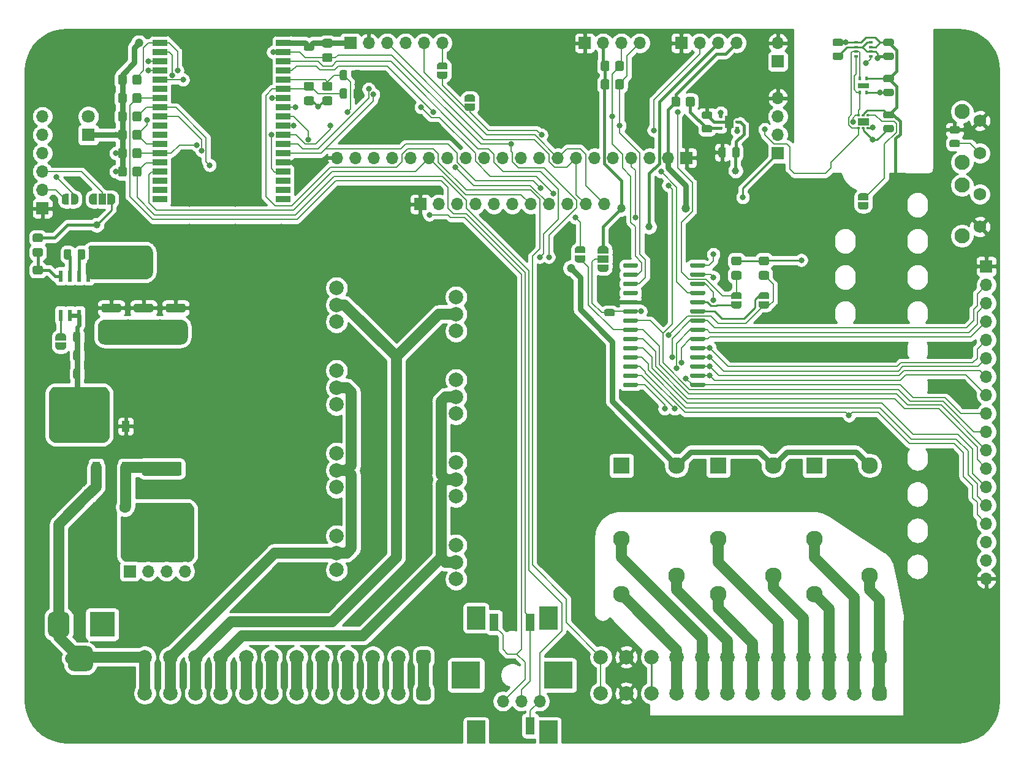
<source format=gbr>
G04 #@! TF.GenerationSoftware,KiCad,Pcbnew,(5.1.8-0-10_14)*
G04 #@! TF.CreationDate,2020-12-03T22:49:33-06:00*
G04 #@! TF.ProjectId,ClimateSprinklerController,436c696d-6174-4655-9370-72696e6b6c65,rev?*
G04 #@! TF.SameCoordinates,Original*
G04 #@! TF.FileFunction,Copper,L2,Bot*
G04 #@! TF.FilePolarity,Positive*
%FSLAX46Y46*%
G04 Gerber Fmt 4.6, Leading zero omitted, Abs format (unit mm)*
G04 Created by KiCad (PCBNEW (5.1.8-0-10_14)) date 2020-12-03 22:49:33*
%MOMM*%
%LPD*%
G01*
G04 APERTURE LIST*
G04 #@! TA.AperFunction,SMDPad,CuDef*
%ADD10R,0.630000X0.450000*%
G04 #@! TD*
G04 #@! TA.AperFunction,SMDPad,CuDef*
%ADD11R,1.250000X1.700000*%
G04 #@! TD*
G04 #@! TA.AperFunction,SMDPad,CuDef*
%ADD12C,0.100000*%
G04 #@! TD*
G04 #@! TA.AperFunction,ComponentPad*
%ADD13C,0.800000*%
G04 #@! TD*
G04 #@! TA.AperFunction,SMDPad,CuDef*
%ADD14R,5.000000X5.000000*%
G04 #@! TD*
G04 #@! TA.AperFunction,SMDPad,CuDef*
%ADD15R,2.000000X0.900000*%
G04 #@! TD*
G04 #@! TA.AperFunction,ComponentPad*
%ADD16C,1.600000*%
G04 #@! TD*
G04 #@! TA.AperFunction,SMDPad,CuDef*
%ADD17R,1.500000X1.000000*%
G04 #@! TD*
G04 #@! TA.AperFunction,ComponentPad*
%ADD18C,2.000000*%
G04 #@! TD*
G04 #@! TA.AperFunction,ComponentPad*
%ADD19O,1.700000X1.700000*%
G04 #@! TD*
G04 #@! TA.AperFunction,ComponentPad*
%ADD20R,1.700000X1.700000*%
G04 #@! TD*
G04 #@! TA.AperFunction,SMDPad,CuDef*
%ADD21R,1.300000X2.400000*%
G04 #@! TD*
G04 #@! TA.AperFunction,SMDPad,CuDef*
%ADD22R,4.000000X3.750000*%
G04 #@! TD*
G04 #@! TA.AperFunction,SMDPad,CuDef*
%ADD23R,2.500000X3.200000*%
G04 #@! TD*
G04 #@! TA.AperFunction,SMDPad,CuDef*
%ADD24R,0.500000X0.350000*%
G04 #@! TD*
G04 #@! TA.AperFunction,SMDPad,CuDef*
%ADD25R,0.400000X0.600000*%
G04 #@! TD*
G04 #@! TA.AperFunction,SMDPad,CuDef*
%ADD26R,1.600000X0.700000*%
G04 #@! TD*
G04 #@! TA.AperFunction,SMDPad,CuDef*
%ADD27R,1.600000X1.000000*%
G04 #@! TD*
G04 #@! TA.AperFunction,ComponentPad*
%ADD28C,2.100000*%
G04 #@! TD*
G04 #@! TA.AperFunction,ComponentPad*
%ADD29C,1.750000*%
G04 #@! TD*
G04 #@! TA.AperFunction,ComponentPad*
%ADD30C,6.400000*%
G04 #@! TD*
G04 #@! TA.AperFunction,ComponentPad*
%ADD31C,0.600000*%
G04 #@! TD*
G04 #@! TA.AperFunction,SMDPad,CuDef*
%ADD32R,0.600000X1.550000*%
G04 #@! TD*
G04 #@! TA.AperFunction,SMDPad,CuDef*
%ADD33R,4.900000X2.950000*%
G04 #@! TD*
G04 #@! TA.AperFunction,ComponentPad*
%ADD34C,1.800000*%
G04 #@! TD*
G04 #@! TA.AperFunction,ComponentPad*
%ADD35R,1.800000X1.800000*%
G04 #@! TD*
G04 #@! TA.AperFunction,ComponentPad*
%ADD36C,2.300000*%
G04 #@! TD*
G04 #@! TA.AperFunction,ComponentPad*
%ADD37R,2.300000X2.300000*%
G04 #@! TD*
G04 #@! TA.AperFunction,SMDPad,CuDef*
%ADD38R,1.000000X1.500000*%
G04 #@! TD*
G04 #@! TA.AperFunction,ComponentPad*
%ADD39R,3.500000X3.500000*%
G04 #@! TD*
G04 #@! TA.AperFunction,SMDPad,CuDef*
%ADD40R,1.100000X1.500000*%
G04 #@! TD*
G04 #@! TA.AperFunction,ViaPad*
%ADD41C,0.800000*%
G04 #@! TD*
G04 #@! TA.AperFunction,ViaPad*
%ADD42C,1.200000*%
G04 #@! TD*
G04 #@! TA.AperFunction,ViaPad*
%ADD43C,1.000000*%
G04 #@! TD*
G04 #@! TA.AperFunction,Conductor*
%ADD44C,0.600000*%
G04 #@! TD*
G04 #@! TA.AperFunction,Conductor*
%ADD45C,0.250000*%
G04 #@! TD*
G04 #@! TA.AperFunction,Conductor*
%ADD46C,0.400000*%
G04 #@! TD*
G04 #@! TA.AperFunction,Conductor*
%ADD47C,0.800000*%
G04 #@! TD*
G04 #@! TA.AperFunction,Conductor*
%ADD48C,1.500000*%
G04 #@! TD*
G04 #@! TA.AperFunction,Conductor*
%ADD49C,0.200000*%
G04 #@! TD*
G04 #@! TA.AperFunction,Conductor*
%ADD50C,0.254000*%
G04 #@! TD*
G04 #@! TA.AperFunction,Conductor*
%ADD51C,0.100000*%
G04 #@! TD*
G04 APERTURE END LIST*
D10*
X178809000Y-59347000D03*
X178809000Y-58547000D03*
X178809000Y-57747000D03*
X181109000Y-57747000D03*
X181109000Y-58547000D03*
X181109000Y-59347000D03*
D11*
X179959000Y-58547000D03*
G04 #@! TA.AperFunction,SMDPad,CuDef*
G36*
G01*
X174009000Y-56203001D02*
X174009000Y-55302999D01*
G75*
G02*
X174258999Y-55053000I249999J0D01*
G01*
X174959001Y-55053000D01*
G75*
G02*
X175209000Y-55302999I0J-249999D01*
G01*
X175209000Y-56203001D01*
G75*
G02*
X174959001Y-56453000I-249999J0D01*
G01*
X174258999Y-56453000D01*
G75*
G02*
X174009000Y-56203001I0J249999D01*
G01*
G37*
G04 #@! TD.AperFunction*
G04 #@! TA.AperFunction,SMDPad,CuDef*
G36*
G01*
X172009000Y-56203001D02*
X172009000Y-55302999D01*
G75*
G02*
X172258999Y-55053000I249999J0D01*
G01*
X172959001Y-55053000D01*
G75*
G02*
X173209000Y-55302999I0J-249999D01*
G01*
X173209000Y-56203001D01*
G75*
G02*
X172959001Y-56453000I-249999J0D01*
G01*
X172258999Y-56453000D01*
G75*
G02*
X172009000Y-56203001I0J249999D01*
G01*
G37*
G04 #@! TD.AperFunction*
G04 #@! TA.AperFunction,SMDPad,CuDef*
G36*
G01*
X176436000Y-57097000D02*
X177386000Y-57097000D01*
G75*
G02*
X177636000Y-57347000I0J-250000D01*
G01*
X177636000Y-57847000D01*
G75*
G02*
X177386000Y-58097000I-250000J0D01*
G01*
X176436000Y-58097000D01*
G75*
G02*
X176186000Y-57847000I0J250000D01*
G01*
X176186000Y-57347000D01*
G75*
G02*
X176436000Y-57097000I250000J0D01*
G01*
G37*
G04 #@! TD.AperFunction*
G04 #@! TA.AperFunction,SMDPad,CuDef*
G36*
G01*
X176436000Y-58997000D02*
X177386000Y-58997000D01*
G75*
G02*
X177636000Y-59247000I0J-250000D01*
G01*
X177636000Y-59747000D01*
G75*
G02*
X177386000Y-59997000I-250000J0D01*
G01*
X176436000Y-59997000D01*
G75*
G02*
X176186000Y-59747000I0J250000D01*
G01*
X176186000Y-59247000D01*
G75*
G02*
X176436000Y-58997000I250000J0D01*
G01*
G37*
G04 #@! TD.AperFunction*
G04 #@! TA.AperFunction,SMDPad,CuDef*
G36*
G01*
X180409000Y-63213000D02*
X180409000Y-62263000D01*
G75*
G02*
X180659000Y-62013000I250000J0D01*
G01*
X181159000Y-62013000D01*
G75*
G02*
X181409000Y-62263000I0J-250000D01*
G01*
X181409000Y-63213000D01*
G75*
G02*
X181159000Y-63463000I-250000J0D01*
G01*
X180659000Y-63463000D01*
G75*
G02*
X180409000Y-63213000I0J250000D01*
G01*
G37*
G04 #@! TD.AperFunction*
G04 #@! TA.AperFunction,SMDPad,CuDef*
G36*
G01*
X178509000Y-63213000D02*
X178509000Y-62263000D01*
G75*
G02*
X178759000Y-62013000I250000J0D01*
G01*
X179259000Y-62013000D01*
G75*
G02*
X179509000Y-62263000I0J-250000D01*
G01*
X179509000Y-63213000D01*
G75*
G02*
X179259000Y-63463000I-250000J0D01*
G01*
X178759000Y-63463000D01*
G75*
G02*
X178509000Y-63213000I0J250000D01*
G01*
G37*
G04 #@! TD.AperFunction*
G04 #@! TA.AperFunction,SMDPad,CuDef*
G36*
G01*
X180524999Y-79140000D02*
X181425001Y-79140000D01*
G75*
G02*
X181675000Y-79389999I0J-249999D01*
G01*
X181675000Y-80090001D01*
G75*
G02*
X181425001Y-80340000I-249999J0D01*
G01*
X180524999Y-80340000D01*
G75*
G02*
X180275000Y-80090001I0J249999D01*
G01*
X180275000Y-79389999D01*
G75*
G02*
X180524999Y-79140000I249999J0D01*
G01*
G37*
G04 #@! TD.AperFunction*
G04 #@! TA.AperFunction,SMDPad,CuDef*
G36*
G01*
X180524999Y-77140000D02*
X181425001Y-77140000D01*
G75*
G02*
X181675000Y-77389999I0J-249999D01*
G01*
X181675000Y-78090001D01*
G75*
G02*
X181425001Y-78340000I-249999J0D01*
G01*
X180524999Y-78340000D01*
G75*
G02*
X180275000Y-78090001I0J249999D01*
G01*
X180275000Y-77389999D01*
G75*
G02*
X180524999Y-77140000I249999J0D01*
G01*
G37*
G04 #@! TD.AperFunction*
G04 #@! TA.AperFunction,SMDPad,CuDef*
G36*
G01*
X184334999Y-79140000D02*
X185235001Y-79140000D01*
G75*
G02*
X185485000Y-79389999I0J-249999D01*
G01*
X185485000Y-80090001D01*
G75*
G02*
X185235001Y-80340000I-249999J0D01*
G01*
X184334999Y-80340000D01*
G75*
G02*
X184085000Y-80090001I0J249999D01*
G01*
X184085000Y-79389999D01*
G75*
G02*
X184334999Y-79140000I249999J0D01*
G01*
G37*
G04 #@! TD.AperFunction*
G04 #@! TA.AperFunction,SMDPad,CuDef*
G36*
G01*
X184334999Y-77140000D02*
X185235001Y-77140000D01*
G75*
G02*
X185485000Y-77389999I0J-249999D01*
G01*
X185485000Y-78090001D01*
G75*
G02*
X185235001Y-78340000I-249999J0D01*
G01*
X184334999Y-78340000D01*
G75*
G02*
X184085000Y-78090001I0J249999D01*
G01*
X184085000Y-77389999D01*
G75*
G02*
X184334999Y-77140000I249999J0D01*
G01*
G37*
G04 #@! TD.AperFunction*
G04 #@! TA.AperFunction,SMDPad,CuDef*
G36*
G01*
X122370001Y-54210000D02*
X121469999Y-54210000D01*
G75*
G02*
X121220000Y-53960001I0J249999D01*
G01*
X121220000Y-53259999D01*
G75*
G02*
X121469999Y-53010000I249999J0D01*
G01*
X122370001Y-53010000D01*
G75*
G02*
X122620000Y-53259999I0J-249999D01*
G01*
X122620000Y-53960001D01*
G75*
G02*
X122370001Y-54210000I-249999J0D01*
G01*
G37*
G04 #@! TD.AperFunction*
G04 #@! TA.AperFunction,SMDPad,CuDef*
G36*
G01*
X122370001Y-56210000D02*
X121469999Y-56210000D01*
G75*
G02*
X121220000Y-55960001I0J249999D01*
G01*
X121220000Y-55259999D01*
G75*
G02*
X121469999Y-55010000I249999J0D01*
G01*
X122370001Y-55010000D01*
G75*
G02*
X122620000Y-55259999I0J-249999D01*
G01*
X122620000Y-55960001D01*
G75*
G02*
X122370001Y-56210000I-249999J0D01*
G01*
G37*
G04 #@! TD.AperFunction*
G04 #@! TA.AperFunction,SMDPad,CuDef*
G36*
G01*
X96755000Y-52254999D02*
X96755000Y-53155001D01*
G75*
G02*
X96505001Y-53405000I-249999J0D01*
G01*
X95804999Y-53405000D01*
G75*
G02*
X95555000Y-53155001I0J249999D01*
G01*
X95555000Y-52254999D01*
G75*
G02*
X95804999Y-52005000I249999J0D01*
G01*
X96505001Y-52005000D01*
G75*
G02*
X96755000Y-52254999I0J-249999D01*
G01*
G37*
G04 #@! TD.AperFunction*
G04 #@! TA.AperFunction,SMDPad,CuDef*
G36*
G01*
X98755000Y-52254999D02*
X98755000Y-53155001D01*
G75*
G02*
X98505001Y-53405000I-249999J0D01*
G01*
X97804999Y-53405000D01*
G75*
G02*
X97555000Y-53155001I0J249999D01*
G01*
X97555000Y-52254999D01*
G75*
G02*
X97804999Y-52005000I249999J0D01*
G01*
X98505001Y-52005000D01*
G75*
G02*
X98755000Y-52254999I0J-249999D01*
G01*
G37*
G04 #@! TD.AperFunction*
G04 #@! TA.AperFunction,SMDPad,CuDef*
G36*
G01*
X124009999Y-55010000D02*
X124910001Y-55010000D01*
G75*
G02*
X125160000Y-55259999I0J-249999D01*
G01*
X125160000Y-55960001D01*
G75*
G02*
X124910001Y-56210000I-249999J0D01*
G01*
X124009999Y-56210000D01*
G75*
G02*
X123760000Y-55960001I0J249999D01*
G01*
X123760000Y-55259999D01*
G75*
G02*
X124009999Y-55010000I249999J0D01*
G01*
G37*
G04 #@! TD.AperFunction*
G04 #@! TA.AperFunction,SMDPad,CuDef*
G36*
G01*
X124009999Y-53010000D02*
X124910001Y-53010000D01*
G75*
G02*
X125160000Y-53259999I0J-249999D01*
G01*
X125160000Y-53960001D01*
G75*
G02*
X124910001Y-54210000I-249999J0D01*
G01*
X124009999Y-54210000D01*
G75*
G02*
X123760000Y-53960001I0J249999D01*
G01*
X123760000Y-53259999D01*
G75*
G02*
X124009999Y-53010000I249999J0D01*
G01*
G37*
G04 #@! TD.AperFunction*
G04 #@! TA.AperFunction,SMDPad,CuDef*
G36*
G01*
X84004999Y-80410000D02*
X84905001Y-80410000D01*
G75*
G02*
X85155000Y-80659999I0J-249999D01*
G01*
X85155000Y-81360001D01*
G75*
G02*
X84905001Y-81610000I-249999J0D01*
G01*
X84004999Y-81610000D01*
G75*
G02*
X83755000Y-81360001I0J249999D01*
G01*
X83755000Y-80659999D01*
G75*
G02*
X84004999Y-80410000I249999J0D01*
G01*
G37*
G04 #@! TD.AperFunction*
G04 #@! TA.AperFunction,SMDPad,CuDef*
G36*
G01*
X84004999Y-78410000D02*
X84905001Y-78410000D01*
G75*
G02*
X85155000Y-78659999I0J-249999D01*
G01*
X85155000Y-79360001D01*
G75*
G02*
X84905001Y-79610000I-249999J0D01*
G01*
X84004999Y-79610000D01*
G75*
G02*
X83755000Y-79360001I0J249999D01*
G01*
X83755000Y-78659999D01*
G75*
G02*
X84004999Y-78410000I249999J0D01*
G01*
G37*
G04 #@! TD.AperFunction*
G04 #@! TA.AperFunction,SMDPad,CuDef*
G36*
G01*
X84004999Y-75965000D02*
X84905001Y-75965000D01*
G75*
G02*
X85155000Y-76214999I0J-249999D01*
G01*
X85155000Y-76915001D01*
G75*
G02*
X84905001Y-77165000I-249999J0D01*
G01*
X84004999Y-77165000D01*
G75*
G02*
X83755000Y-76915001I0J249999D01*
G01*
X83755000Y-76214999D01*
G75*
G02*
X84004999Y-75965000I249999J0D01*
G01*
G37*
G04 #@! TD.AperFunction*
G04 #@! TA.AperFunction,SMDPad,CuDef*
G36*
G01*
X84004999Y-73965000D02*
X84905001Y-73965000D01*
G75*
G02*
X85155000Y-74214999I0J-249999D01*
G01*
X85155000Y-74915001D01*
G75*
G02*
X84905001Y-75165000I-249999J0D01*
G01*
X84004999Y-75165000D01*
G75*
G02*
X83755000Y-74915001I0J249999D01*
G01*
X83755000Y-74214999D01*
G75*
G02*
X84004999Y-73965000I249999J0D01*
G01*
G37*
G04 #@! TD.AperFunction*
G04 #@! TA.AperFunction,SMDPad,CuDef*
G36*
G01*
X164230000Y-53790001D02*
X164230000Y-52889999D01*
G75*
G02*
X164479999Y-52640000I249999J0D01*
G01*
X165180001Y-52640000D01*
G75*
G02*
X165430000Y-52889999I0J-249999D01*
G01*
X165430000Y-53790001D01*
G75*
G02*
X165180001Y-54040000I-249999J0D01*
G01*
X164479999Y-54040000D01*
G75*
G02*
X164230000Y-53790001I0J249999D01*
G01*
G37*
G04 #@! TD.AperFunction*
G04 #@! TA.AperFunction,SMDPad,CuDef*
G36*
G01*
X162230000Y-53790001D02*
X162230000Y-52889999D01*
G75*
G02*
X162479999Y-52640000I249999J0D01*
G01*
X163180001Y-52640000D01*
G75*
G02*
X163430000Y-52889999I0J-249999D01*
G01*
X163430000Y-53790001D01*
G75*
G02*
X163180001Y-54040000I-249999J0D01*
G01*
X162479999Y-54040000D01*
G75*
G02*
X162230000Y-53790001I0J249999D01*
G01*
G37*
G04 #@! TD.AperFunction*
G04 #@! TA.AperFunction,SMDPad,CuDef*
G36*
G01*
X164230000Y-51250001D02*
X164230000Y-50349999D01*
G75*
G02*
X164479999Y-50100000I249999J0D01*
G01*
X165180001Y-50100000D01*
G75*
G02*
X165430000Y-50349999I0J-249999D01*
G01*
X165430000Y-51250001D01*
G75*
G02*
X165180001Y-51500000I-249999J0D01*
G01*
X164479999Y-51500000D01*
G75*
G02*
X164230000Y-51250001I0J249999D01*
G01*
G37*
G04 #@! TD.AperFunction*
G04 #@! TA.AperFunction,SMDPad,CuDef*
G36*
G01*
X162230000Y-51250001D02*
X162230000Y-50349999D01*
G75*
G02*
X162479999Y-50100000I249999J0D01*
G01*
X163180001Y-50100000D01*
G75*
G02*
X163430000Y-50349999I0J-249999D01*
G01*
X163430000Y-51250001D01*
G75*
G02*
X163180001Y-51500000I-249999J0D01*
G01*
X162479999Y-51500000D01*
G75*
G02*
X162230000Y-51250001I0J249999D01*
G01*
G37*
G04 #@! TD.AperFunction*
G04 #@! TA.AperFunction,SMDPad,CuDef*
G36*
G01*
X97555000Y-65855001D02*
X97555000Y-64954999D01*
G75*
G02*
X97804999Y-64705000I249999J0D01*
G01*
X98505001Y-64705000D01*
G75*
G02*
X98755000Y-64954999I0J-249999D01*
G01*
X98755000Y-65855001D01*
G75*
G02*
X98505001Y-66105000I-249999J0D01*
G01*
X97804999Y-66105000D01*
G75*
G02*
X97555000Y-65855001I0J249999D01*
G01*
G37*
G04 #@! TD.AperFunction*
G04 #@! TA.AperFunction,SMDPad,CuDef*
G36*
G01*
X95555000Y-65855001D02*
X95555000Y-64954999D01*
G75*
G02*
X95804999Y-64705000I249999J0D01*
G01*
X96505001Y-64705000D01*
G75*
G02*
X96755000Y-64954999I0J-249999D01*
G01*
X96755000Y-65855001D01*
G75*
G02*
X96505001Y-66105000I-249999J0D01*
G01*
X95804999Y-66105000D01*
G75*
G02*
X95555000Y-65855001I0J249999D01*
G01*
G37*
G04 #@! TD.AperFunction*
G04 #@! TA.AperFunction,SMDPad,CuDef*
G36*
G01*
X97555000Y-60775001D02*
X97555000Y-59874999D01*
G75*
G02*
X97804999Y-59625000I249999J0D01*
G01*
X98505001Y-59625000D01*
G75*
G02*
X98755000Y-59874999I0J-249999D01*
G01*
X98755000Y-60775001D01*
G75*
G02*
X98505001Y-61025000I-249999J0D01*
G01*
X97804999Y-61025000D01*
G75*
G02*
X97555000Y-60775001I0J249999D01*
G01*
G37*
G04 #@! TD.AperFunction*
G04 #@! TA.AperFunction,SMDPad,CuDef*
G36*
G01*
X95555000Y-60775001D02*
X95555000Y-59874999D01*
G75*
G02*
X95804999Y-59625000I249999J0D01*
G01*
X96505001Y-59625000D01*
G75*
G02*
X96755000Y-59874999I0J-249999D01*
G01*
X96755000Y-60775001D01*
G75*
G02*
X96505001Y-61025000I-249999J0D01*
G01*
X95804999Y-61025000D01*
G75*
G02*
X95555000Y-60775001I0J249999D01*
G01*
G37*
G04 #@! TD.AperFunction*
G04 #@! TA.AperFunction,SMDPad,CuDef*
G36*
G01*
X97555000Y-55695001D02*
X97555000Y-54794999D01*
G75*
G02*
X97804999Y-54545000I249999J0D01*
G01*
X98505001Y-54545000D01*
G75*
G02*
X98755000Y-54794999I0J-249999D01*
G01*
X98755000Y-55695001D01*
G75*
G02*
X98505001Y-55945000I-249999J0D01*
G01*
X97804999Y-55945000D01*
G75*
G02*
X97555000Y-55695001I0J249999D01*
G01*
G37*
G04 #@! TD.AperFunction*
G04 #@! TA.AperFunction,SMDPad,CuDef*
G36*
G01*
X95555000Y-55695001D02*
X95555000Y-54794999D01*
G75*
G02*
X95804999Y-54545000I249999J0D01*
G01*
X96505001Y-54545000D01*
G75*
G02*
X96755000Y-54794999I0J-249999D01*
G01*
X96755000Y-55695001D01*
G75*
G02*
X96505001Y-55945000I-249999J0D01*
G01*
X95804999Y-55945000D01*
G75*
G02*
X95555000Y-55695001I0J249999D01*
G01*
G37*
G04 #@! TD.AperFunction*
G04 #@! TA.AperFunction,SMDPad,CuDef*
G36*
G01*
X97555000Y-58235001D02*
X97555000Y-57334999D01*
G75*
G02*
X97804999Y-57085000I249999J0D01*
G01*
X98505001Y-57085000D01*
G75*
G02*
X98755000Y-57334999I0J-249999D01*
G01*
X98755000Y-58235001D01*
G75*
G02*
X98505001Y-58485000I-249999J0D01*
G01*
X97804999Y-58485000D01*
G75*
G02*
X97555000Y-58235001I0J249999D01*
G01*
G37*
G04 #@! TD.AperFunction*
G04 #@! TA.AperFunction,SMDPad,CuDef*
G36*
G01*
X95555000Y-58235001D02*
X95555000Y-57334999D01*
G75*
G02*
X95804999Y-57085000I249999J0D01*
G01*
X96505001Y-57085000D01*
G75*
G02*
X96755000Y-57334999I0J-249999D01*
G01*
X96755000Y-58235001D01*
G75*
G02*
X96505001Y-58485000I-249999J0D01*
G01*
X95804999Y-58485000D01*
G75*
G02*
X95555000Y-58235001I0J249999D01*
G01*
G37*
G04 #@! TD.AperFunction*
G04 #@! TA.AperFunction,SMDPad,CuDef*
G36*
G01*
X96755000Y-62414999D02*
X96755000Y-63315001D01*
G75*
G02*
X96505001Y-63565000I-249999J0D01*
G01*
X95804999Y-63565000D01*
G75*
G02*
X95555000Y-63315001I0J249999D01*
G01*
X95555000Y-62414999D01*
G75*
G02*
X95804999Y-62165000I249999J0D01*
G01*
X96505001Y-62165000D01*
G75*
G02*
X96755000Y-62414999I0J-249999D01*
G01*
G37*
G04 #@! TD.AperFunction*
G04 #@! TA.AperFunction,SMDPad,CuDef*
G36*
G01*
X98755000Y-62414999D02*
X98755000Y-63315001D01*
G75*
G02*
X98505001Y-63565000I-249999J0D01*
G01*
X97804999Y-63565000D01*
G75*
G02*
X97555000Y-63315001I0J249999D01*
G01*
X97555000Y-62414999D01*
G75*
G02*
X97804999Y-62165000I249999J0D01*
G01*
X98505001Y-62165000D01*
G75*
G02*
X98755000Y-62414999I0J-249999D01*
G01*
G37*
G04 #@! TD.AperFunction*
G04 #@! TA.AperFunction,SMDPad,CuDef*
G36*
G01*
X124910001Y-48250000D02*
X124009999Y-48250000D01*
G75*
G02*
X123760000Y-48000001I0J249999D01*
G01*
X123760000Y-47299999D01*
G75*
G02*
X124009999Y-47050000I249999J0D01*
G01*
X124910001Y-47050000D01*
G75*
G02*
X125160000Y-47299999I0J-249999D01*
G01*
X125160000Y-48000001D01*
G75*
G02*
X124910001Y-48250000I-249999J0D01*
G01*
G37*
G04 #@! TD.AperFunction*
G04 #@! TA.AperFunction,SMDPad,CuDef*
G36*
G01*
X124910001Y-50250000D02*
X124009999Y-50250000D01*
G75*
G02*
X123760000Y-50000001I0J249999D01*
G01*
X123760000Y-49299999D01*
G75*
G02*
X124009999Y-49050000I249999J0D01*
G01*
X124910001Y-49050000D01*
G75*
G02*
X125160000Y-49299999I0J-249999D01*
G01*
X125160000Y-50000001D01*
G75*
G02*
X124910001Y-50250000I-249999J0D01*
G01*
G37*
G04 #@! TD.AperFunction*
G04 #@! TA.AperFunction,SMDPad,CuDef*
D12*
G36*
X185534398Y-83835000D02*
G01*
X185534398Y-83859534D01*
X185529588Y-83908365D01*
X185520016Y-83956490D01*
X185505772Y-84003445D01*
X185486995Y-84048778D01*
X185463864Y-84092051D01*
X185436604Y-84132850D01*
X185405476Y-84170779D01*
X185370779Y-84205476D01*
X185332850Y-84236604D01*
X185292051Y-84263864D01*
X185248778Y-84286995D01*
X185203445Y-84305772D01*
X185156490Y-84320016D01*
X185108365Y-84329588D01*
X185059534Y-84334398D01*
X185035000Y-84334398D01*
X185035000Y-84335000D01*
X184535000Y-84335000D01*
X184535000Y-84334398D01*
X184510466Y-84334398D01*
X184461635Y-84329588D01*
X184413510Y-84320016D01*
X184366555Y-84305772D01*
X184321222Y-84286995D01*
X184277949Y-84263864D01*
X184237150Y-84236604D01*
X184199221Y-84205476D01*
X184164524Y-84170779D01*
X184133396Y-84132850D01*
X184106136Y-84092051D01*
X184083005Y-84048778D01*
X184064228Y-84003445D01*
X184049984Y-83956490D01*
X184040412Y-83908365D01*
X184035602Y-83859534D01*
X184035602Y-83835000D01*
X184035000Y-83835000D01*
X184035000Y-83335000D01*
X185535000Y-83335000D01*
X185535000Y-83835000D01*
X185534398Y-83835000D01*
G37*
G04 #@! TD.AperFunction*
G04 #@! TA.AperFunction,SMDPad,CuDef*
G36*
X184035000Y-83035000D02*
G01*
X184035000Y-82535000D01*
X184035602Y-82535000D01*
X184035602Y-82510466D01*
X184040412Y-82461635D01*
X184049984Y-82413510D01*
X184064228Y-82366555D01*
X184083005Y-82321222D01*
X184106136Y-82277949D01*
X184133396Y-82237150D01*
X184164524Y-82199221D01*
X184199221Y-82164524D01*
X184237150Y-82133396D01*
X184277949Y-82106136D01*
X184321222Y-82083005D01*
X184366555Y-82064228D01*
X184413510Y-82049984D01*
X184461635Y-82040412D01*
X184510466Y-82035602D01*
X184535000Y-82035602D01*
X184535000Y-82035000D01*
X185035000Y-82035000D01*
X185035000Y-82035602D01*
X185059534Y-82035602D01*
X185108365Y-82040412D01*
X185156490Y-82049984D01*
X185203445Y-82064228D01*
X185248778Y-82083005D01*
X185292051Y-82106136D01*
X185332850Y-82133396D01*
X185370779Y-82164524D01*
X185405476Y-82199221D01*
X185436604Y-82237150D01*
X185463864Y-82277949D01*
X185486995Y-82321222D01*
X185505772Y-82366555D01*
X185520016Y-82413510D01*
X185529588Y-82461635D01*
X185534398Y-82510466D01*
X185534398Y-82535000D01*
X185535000Y-82535000D01*
X185535000Y-83035000D01*
X184035000Y-83035000D01*
G37*
G04 #@! TD.AperFunction*
G04 #@! TA.AperFunction,SMDPad,CuDef*
G36*
X180225602Y-82535000D02*
G01*
X180225602Y-82510466D01*
X180230412Y-82461635D01*
X180239984Y-82413510D01*
X180254228Y-82366555D01*
X180273005Y-82321222D01*
X180296136Y-82277949D01*
X180323396Y-82237150D01*
X180354524Y-82199221D01*
X180389221Y-82164524D01*
X180427150Y-82133396D01*
X180467949Y-82106136D01*
X180511222Y-82083005D01*
X180556555Y-82064228D01*
X180603510Y-82049984D01*
X180651635Y-82040412D01*
X180700466Y-82035602D01*
X180725000Y-82035602D01*
X180725000Y-82035000D01*
X181225000Y-82035000D01*
X181225000Y-82035602D01*
X181249534Y-82035602D01*
X181298365Y-82040412D01*
X181346490Y-82049984D01*
X181393445Y-82064228D01*
X181438778Y-82083005D01*
X181482051Y-82106136D01*
X181522850Y-82133396D01*
X181560779Y-82164524D01*
X181595476Y-82199221D01*
X181626604Y-82237150D01*
X181653864Y-82277949D01*
X181676995Y-82321222D01*
X181695772Y-82366555D01*
X181710016Y-82413510D01*
X181719588Y-82461635D01*
X181724398Y-82510466D01*
X181724398Y-82535000D01*
X181725000Y-82535000D01*
X181725000Y-83035000D01*
X180225000Y-83035000D01*
X180225000Y-82535000D01*
X180225602Y-82535000D01*
G37*
G04 #@! TD.AperFunction*
G04 #@! TA.AperFunction,SMDPad,CuDef*
G36*
X181725000Y-83335000D02*
G01*
X181725000Y-83835000D01*
X181724398Y-83835000D01*
X181724398Y-83859534D01*
X181719588Y-83908365D01*
X181710016Y-83956490D01*
X181695772Y-84003445D01*
X181676995Y-84048778D01*
X181653864Y-84092051D01*
X181626604Y-84132850D01*
X181595476Y-84170779D01*
X181560779Y-84205476D01*
X181522850Y-84236604D01*
X181482051Y-84263864D01*
X181438778Y-84286995D01*
X181393445Y-84305772D01*
X181346490Y-84320016D01*
X181298365Y-84329588D01*
X181249534Y-84334398D01*
X181225000Y-84334398D01*
X181225000Y-84335000D01*
X180725000Y-84335000D01*
X180725000Y-84334398D01*
X180700466Y-84334398D01*
X180651635Y-84329588D01*
X180603510Y-84320016D01*
X180556555Y-84305772D01*
X180511222Y-84286995D01*
X180467949Y-84263864D01*
X180427150Y-84236604D01*
X180389221Y-84205476D01*
X180354524Y-84170779D01*
X180323396Y-84132850D01*
X180296136Y-84092051D01*
X180273005Y-84048778D01*
X180254228Y-84003445D01*
X180239984Y-83956490D01*
X180230412Y-83908365D01*
X180225602Y-83859534D01*
X180225602Y-83835000D01*
X180225000Y-83835000D01*
X180225000Y-83335000D01*
X181725000Y-83335000D01*
G37*
G04 #@! TD.AperFunction*
D13*
X112846000Y-55855000D03*
X112846000Y-54855000D03*
X112846000Y-53855000D03*
X112846000Y-52855000D03*
X112846000Y-51855000D03*
X111846000Y-55855000D03*
X111846000Y-54855000D03*
X111846000Y-53855000D03*
X111846000Y-52855000D03*
X111846000Y-51855000D03*
X110846000Y-55855000D03*
X110846000Y-54855000D03*
X110846000Y-53855000D03*
X110846000Y-52855000D03*
X110846000Y-51855000D03*
X109846000Y-55855000D03*
X109846000Y-54855000D03*
X109846000Y-53855000D03*
X109846000Y-52855000D03*
X109846000Y-51855000D03*
X108846000Y-55855000D03*
X108846000Y-54855000D03*
X108846000Y-53855000D03*
X108846000Y-52855000D03*
X108846000Y-51855000D03*
D14*
X110846000Y-53855000D03*
D15*
X101346000Y-46355000D03*
X101346000Y-47625000D03*
X101346000Y-48895000D03*
X101346000Y-50165000D03*
X101346000Y-51435000D03*
X101346000Y-52705000D03*
X101346000Y-53975000D03*
X101346000Y-55245000D03*
X101346000Y-56515000D03*
X101346000Y-57785000D03*
X101346000Y-59055000D03*
X101346000Y-60325000D03*
X101346000Y-61595000D03*
X101346000Y-62865000D03*
X101346000Y-64135000D03*
X101346000Y-65405000D03*
X101346000Y-66675000D03*
X101346000Y-67945000D03*
X101346000Y-69215000D03*
X118346000Y-69215000D03*
X118346000Y-67945000D03*
X118346000Y-66675000D03*
X118346000Y-65405000D03*
X118346000Y-64135000D03*
X118346000Y-62865000D03*
X118346000Y-61595000D03*
X118346000Y-60325000D03*
X118346000Y-59055000D03*
X118346000Y-57785000D03*
X118346000Y-56515000D03*
X118346000Y-55245000D03*
X118346000Y-53975000D03*
X118346000Y-52705000D03*
X118346000Y-51435000D03*
X118346000Y-50165000D03*
X118346000Y-48895000D03*
X118346000Y-47625000D03*
X118346000Y-46355000D03*
D16*
X96520000Y-111760000D03*
X91520000Y-109960000D03*
D17*
X162560000Y-77470000D03*
G04 #@! TA.AperFunction,SMDPad,CuDef*
D12*
G36*
X161810602Y-76170000D02*
G01*
X161810602Y-76145466D01*
X161815412Y-76096635D01*
X161824984Y-76048510D01*
X161839228Y-76001555D01*
X161858005Y-75956222D01*
X161881136Y-75912949D01*
X161908396Y-75872150D01*
X161939524Y-75834221D01*
X161974221Y-75799524D01*
X162012150Y-75768396D01*
X162052949Y-75741136D01*
X162096222Y-75718005D01*
X162141555Y-75699228D01*
X162188510Y-75684984D01*
X162236635Y-75675412D01*
X162285466Y-75670602D01*
X162310000Y-75670602D01*
X162310000Y-75670000D01*
X162810000Y-75670000D01*
X162810000Y-75670602D01*
X162834534Y-75670602D01*
X162883365Y-75675412D01*
X162931490Y-75684984D01*
X162978445Y-75699228D01*
X163023778Y-75718005D01*
X163067051Y-75741136D01*
X163107850Y-75768396D01*
X163145779Y-75799524D01*
X163180476Y-75834221D01*
X163211604Y-75872150D01*
X163238864Y-75912949D01*
X163261995Y-75956222D01*
X163280772Y-76001555D01*
X163295016Y-76048510D01*
X163304588Y-76096635D01*
X163309398Y-76145466D01*
X163309398Y-76170000D01*
X163310000Y-76170000D01*
X163310000Y-76720000D01*
X161810000Y-76720000D01*
X161810000Y-76170000D01*
X161810602Y-76170000D01*
G37*
G04 #@! TD.AperFunction*
G04 #@! TA.AperFunction,SMDPad,CuDef*
G36*
X163310000Y-78220000D02*
G01*
X163310000Y-78770000D01*
X163309398Y-78770000D01*
X163309398Y-78794534D01*
X163304588Y-78843365D01*
X163295016Y-78891490D01*
X163280772Y-78938445D01*
X163261995Y-78983778D01*
X163238864Y-79027051D01*
X163211604Y-79067850D01*
X163180476Y-79105779D01*
X163145779Y-79140476D01*
X163107850Y-79171604D01*
X163067051Y-79198864D01*
X163023778Y-79221995D01*
X162978445Y-79240772D01*
X162931490Y-79255016D01*
X162883365Y-79264588D01*
X162834534Y-79269398D01*
X162810000Y-79269398D01*
X162810000Y-79270000D01*
X162310000Y-79270000D01*
X162310000Y-79269398D01*
X162285466Y-79269398D01*
X162236635Y-79264588D01*
X162188510Y-79255016D01*
X162141555Y-79240772D01*
X162096222Y-79221995D01*
X162052949Y-79198864D01*
X162012150Y-79171604D01*
X161974221Y-79140476D01*
X161939524Y-79105779D01*
X161908396Y-79067850D01*
X161881136Y-79027051D01*
X161858005Y-78983778D01*
X161839228Y-78938445D01*
X161824984Y-78891490D01*
X161815412Y-78843365D01*
X161810602Y-78794534D01*
X161810602Y-78770000D01*
X161810000Y-78770000D01*
X161810000Y-78220000D01*
X163310000Y-78220000D01*
G37*
G04 #@! TD.AperFunction*
G04 #@! TA.AperFunction,SMDPad,CuDef*
G36*
G01*
X104605001Y-84825000D02*
X102404999Y-84825000D01*
G75*
G02*
X102155000Y-84575001I0J249999D01*
G01*
X102155000Y-83924999D01*
G75*
G02*
X102404999Y-83675000I249999J0D01*
G01*
X104605001Y-83675000D01*
G75*
G02*
X104855000Y-83924999I0J-249999D01*
G01*
X104855000Y-84575001D01*
G75*
G02*
X104605001Y-84825000I-249999J0D01*
G01*
G37*
G04 #@! TD.AperFunction*
G04 #@! TA.AperFunction,SMDPad,CuDef*
G36*
G01*
X104605001Y-87775000D02*
X102404999Y-87775000D01*
G75*
G02*
X102155000Y-87525001I0J249999D01*
G01*
X102155000Y-86874999D01*
G75*
G02*
X102404999Y-86625000I249999J0D01*
G01*
X104605001Y-86625000D01*
G75*
G02*
X104855000Y-86874999I0J-249999D01*
G01*
X104855000Y-87525001D01*
G75*
G02*
X104605001Y-87775000I-249999J0D01*
G01*
G37*
G04 #@! TD.AperFunction*
G04 #@! TA.AperFunction,SMDPad,CuDef*
G36*
G01*
X100160001Y-84825000D02*
X97959999Y-84825000D01*
G75*
G02*
X97710000Y-84575001I0J249999D01*
G01*
X97710000Y-83924999D01*
G75*
G02*
X97959999Y-83675000I249999J0D01*
G01*
X100160001Y-83675000D01*
G75*
G02*
X100410000Y-83924999I0J-249999D01*
G01*
X100410000Y-84575001D01*
G75*
G02*
X100160001Y-84825000I-249999J0D01*
G01*
G37*
G04 #@! TD.AperFunction*
G04 #@! TA.AperFunction,SMDPad,CuDef*
G36*
G01*
X100160001Y-87775000D02*
X97959999Y-87775000D01*
G75*
G02*
X97710000Y-87525001I0J249999D01*
G01*
X97710000Y-86874999D01*
G75*
G02*
X97959999Y-86625000I249999J0D01*
G01*
X100160001Y-86625000D01*
G75*
G02*
X100410000Y-86874999I0J-249999D01*
G01*
X100410000Y-87525001D01*
G75*
G02*
X100160001Y-87775000I-249999J0D01*
G01*
G37*
G04 #@! TD.AperFunction*
G04 #@! TA.AperFunction,SMDPad,CuDef*
G36*
G01*
X95715001Y-84825000D02*
X93514999Y-84825000D01*
G75*
G02*
X93265000Y-84575001I0J249999D01*
G01*
X93265000Y-83924999D01*
G75*
G02*
X93514999Y-83675000I249999J0D01*
G01*
X95715001Y-83675000D01*
G75*
G02*
X95965000Y-83924999I0J-249999D01*
G01*
X95965000Y-84575001D01*
G75*
G02*
X95715001Y-84825000I-249999J0D01*
G01*
G37*
G04 #@! TD.AperFunction*
G04 #@! TA.AperFunction,SMDPad,CuDef*
G36*
G01*
X95715001Y-87775000D02*
X93514999Y-87775000D01*
G75*
G02*
X93265000Y-87525001I0J249999D01*
G01*
X93265000Y-86874999D01*
G75*
G02*
X93514999Y-86625000I249999J0D01*
G01*
X95715001Y-86625000D01*
G75*
G02*
X95965000Y-86874999I0J-249999D01*
G01*
X95965000Y-87525001D01*
G75*
G02*
X95715001Y-87775000I-249999J0D01*
G01*
G37*
G04 #@! TD.AperFunction*
G04 #@! TA.AperFunction,SMDPad,CuDef*
G36*
G01*
X128085000Y-55085000D02*
X128085000Y-54135000D01*
G75*
G02*
X128335000Y-53885000I250000J0D01*
G01*
X128835000Y-53885000D01*
G75*
G02*
X129085000Y-54135000I0J-250000D01*
G01*
X129085000Y-55085000D01*
G75*
G02*
X128835000Y-55335000I-250000J0D01*
G01*
X128335000Y-55335000D01*
G75*
G02*
X128085000Y-55085000I0J250000D01*
G01*
G37*
G04 #@! TD.AperFunction*
G04 #@! TA.AperFunction,SMDPad,CuDef*
G36*
G01*
X126185000Y-55085000D02*
X126185000Y-54135000D01*
G75*
G02*
X126435000Y-53885000I250000J0D01*
G01*
X126935000Y-53885000D01*
G75*
G02*
X127185000Y-54135000I0J-250000D01*
G01*
X127185000Y-55085000D01*
G75*
G02*
X126935000Y-55335000I-250000J0D01*
G01*
X126435000Y-55335000D01*
G75*
G02*
X126185000Y-55085000I0J250000D01*
G01*
G37*
G04 #@! TD.AperFunction*
G04 #@! TA.AperFunction,SMDPad,CuDef*
G36*
G01*
X128085000Y-52545000D02*
X128085000Y-51595000D01*
G75*
G02*
X128335000Y-51345000I250000J0D01*
G01*
X128835000Y-51345000D01*
G75*
G02*
X129085000Y-51595000I0J-250000D01*
G01*
X129085000Y-52545000D01*
G75*
G02*
X128835000Y-52795000I-250000J0D01*
G01*
X128335000Y-52795000D01*
G75*
G02*
X128085000Y-52545000I0J250000D01*
G01*
G37*
G04 #@! TD.AperFunction*
G04 #@! TA.AperFunction,SMDPad,CuDef*
G36*
G01*
X126185000Y-52545000D02*
X126185000Y-51595000D01*
G75*
G02*
X126435000Y-51345000I250000J0D01*
G01*
X126935000Y-51345000D01*
G75*
G02*
X127185000Y-51595000I0J-250000D01*
G01*
X127185000Y-52545000D01*
G75*
G02*
X126935000Y-52795000I-250000J0D01*
G01*
X126435000Y-52795000D01*
G75*
G02*
X126185000Y-52545000I0J250000D01*
G01*
G37*
G04 #@! TD.AperFunction*
D18*
X125730000Y-115760000D03*
X125730000Y-118110000D03*
X125730000Y-120460000D03*
X125730000Y-104330000D03*
X125730000Y-106680000D03*
X125730000Y-109030000D03*
X125730000Y-92900000D03*
X125730000Y-95250000D03*
X125730000Y-97600000D03*
X125730000Y-81470000D03*
X125730000Y-83820000D03*
X125730000Y-86170000D03*
X142240000Y-87440000D03*
X142240000Y-85090000D03*
X142240000Y-82740000D03*
X142240000Y-98870000D03*
X142240000Y-96520000D03*
X142240000Y-94170000D03*
X142240000Y-110300000D03*
X142240000Y-107950000D03*
X142240000Y-105600000D03*
X142240000Y-121730000D03*
X142240000Y-119380000D03*
X142240000Y-117030000D03*
D19*
X153790000Y-138600000D03*
X151250000Y-138600000D03*
X148710000Y-138600000D03*
D20*
X146170000Y-138600000D03*
G04 #@! TA.AperFunction,SMDPad,CuDef*
G36*
G01*
X211612500Y-60129000D02*
X210662500Y-60129000D01*
G75*
G02*
X210412500Y-59879000I0J250000D01*
G01*
X210412500Y-59379000D01*
G75*
G02*
X210662500Y-59129000I250000J0D01*
G01*
X211612500Y-59129000D01*
G75*
G02*
X211862500Y-59379000I0J-250000D01*
G01*
X211862500Y-59879000D01*
G75*
G02*
X211612500Y-60129000I-250000J0D01*
G01*
G37*
G04 #@! TD.AperFunction*
G04 #@! TA.AperFunction,SMDPad,CuDef*
G36*
G01*
X211612500Y-62029000D02*
X210662500Y-62029000D01*
G75*
G02*
X210412500Y-61779000I0J250000D01*
G01*
X210412500Y-61279000D01*
G75*
G02*
X210662500Y-61029000I250000J0D01*
G01*
X211612500Y-61029000D01*
G75*
G02*
X211862500Y-61279000I0J-250000D01*
G01*
X211862500Y-61779000D01*
G75*
G02*
X211612500Y-62029000I-250000J0D01*
G01*
G37*
G04 #@! TD.AperFunction*
G04 #@! TA.AperFunction,SMDPad,CuDef*
D12*
G36*
X199249398Y-70150000D02*
G01*
X199249398Y-70174534D01*
X199244588Y-70223365D01*
X199235016Y-70271490D01*
X199220772Y-70318445D01*
X199201995Y-70363778D01*
X199178864Y-70407051D01*
X199151604Y-70447850D01*
X199120476Y-70485779D01*
X199085779Y-70520476D01*
X199047850Y-70551604D01*
X199007051Y-70578864D01*
X198963778Y-70601995D01*
X198918445Y-70620772D01*
X198871490Y-70635016D01*
X198823365Y-70644588D01*
X198774534Y-70649398D01*
X198750000Y-70649398D01*
X198750000Y-70650000D01*
X198250000Y-70650000D01*
X198250000Y-70649398D01*
X198225466Y-70649398D01*
X198176635Y-70644588D01*
X198128510Y-70635016D01*
X198081555Y-70620772D01*
X198036222Y-70601995D01*
X197992949Y-70578864D01*
X197952150Y-70551604D01*
X197914221Y-70520476D01*
X197879524Y-70485779D01*
X197848396Y-70447850D01*
X197821136Y-70407051D01*
X197798005Y-70363778D01*
X197779228Y-70318445D01*
X197764984Y-70271490D01*
X197755412Y-70223365D01*
X197750602Y-70174534D01*
X197750602Y-70150000D01*
X197750000Y-70150000D01*
X197750000Y-69650000D01*
X199250000Y-69650000D01*
X199250000Y-70150000D01*
X199249398Y-70150000D01*
G37*
G04 #@! TD.AperFunction*
G04 #@! TA.AperFunction,SMDPad,CuDef*
G36*
X197750000Y-69350000D02*
G01*
X197750000Y-68850000D01*
X197750602Y-68850000D01*
X197750602Y-68825466D01*
X197755412Y-68776635D01*
X197764984Y-68728510D01*
X197779228Y-68681555D01*
X197798005Y-68636222D01*
X197821136Y-68592949D01*
X197848396Y-68552150D01*
X197879524Y-68514221D01*
X197914221Y-68479524D01*
X197952150Y-68448396D01*
X197992949Y-68421136D01*
X198036222Y-68398005D01*
X198081555Y-68379228D01*
X198128510Y-68364984D01*
X198176635Y-68355412D01*
X198225466Y-68350602D01*
X198250000Y-68350602D01*
X198250000Y-68350000D01*
X198750000Y-68350000D01*
X198750000Y-68350602D01*
X198774534Y-68350602D01*
X198823365Y-68355412D01*
X198871490Y-68364984D01*
X198918445Y-68379228D01*
X198963778Y-68398005D01*
X199007051Y-68421136D01*
X199047850Y-68448396D01*
X199085779Y-68479524D01*
X199120476Y-68514221D01*
X199151604Y-68552150D01*
X199178864Y-68592949D01*
X199201995Y-68636222D01*
X199220772Y-68681555D01*
X199235016Y-68728510D01*
X199244588Y-68776635D01*
X199249398Y-68825466D01*
X199249398Y-68850000D01*
X199250000Y-68850000D01*
X199250000Y-69350000D01*
X197750000Y-69350000D01*
G37*
G04 #@! TD.AperFunction*
D21*
X147500000Y-127700000D03*
X150000000Y-127700000D03*
X152500000Y-127700000D03*
D22*
X143625000Y-135000000D03*
D21*
X152500000Y-142000000D03*
X147500000Y-142000000D03*
D22*
X156375000Y-135000000D03*
D23*
X145000000Y-142900000D03*
X155000000Y-142900000D03*
X145000000Y-127100000D03*
X155000000Y-127100000D03*
G04 #@! TA.AperFunction,SMDPad,CuDef*
G36*
G01*
X121445000Y-47694000D02*
X122395000Y-47694000D01*
G75*
G02*
X122645000Y-47944000I0J-250000D01*
G01*
X122645000Y-48444000D01*
G75*
G02*
X122395000Y-48694000I-250000J0D01*
G01*
X121445000Y-48694000D01*
G75*
G02*
X121195000Y-48444000I0J250000D01*
G01*
X121195000Y-47944000D01*
G75*
G02*
X121445000Y-47694000I250000J0D01*
G01*
G37*
G04 #@! TD.AperFunction*
G04 #@! TA.AperFunction,SMDPad,CuDef*
G36*
G01*
X121445000Y-45794000D02*
X122395000Y-45794000D01*
G75*
G02*
X122645000Y-46044000I0J-250000D01*
G01*
X122645000Y-46544000D01*
G75*
G02*
X122395000Y-46794000I-250000J0D01*
G01*
X121445000Y-46794000D01*
G75*
G02*
X121195000Y-46544000I0J250000D01*
G01*
X121195000Y-46044000D01*
G75*
G02*
X121445000Y-45794000I250000J0D01*
G01*
G37*
G04 #@! TD.AperFunction*
G04 #@! TA.AperFunction,SMDPad,CuDef*
D12*
G36*
X160134398Y-77485000D02*
G01*
X160134398Y-77509534D01*
X160129588Y-77558365D01*
X160120016Y-77606490D01*
X160105772Y-77653445D01*
X160086995Y-77698778D01*
X160063864Y-77742051D01*
X160036604Y-77782850D01*
X160005476Y-77820779D01*
X159970779Y-77855476D01*
X159932850Y-77886604D01*
X159892051Y-77913864D01*
X159848778Y-77936995D01*
X159803445Y-77955772D01*
X159756490Y-77970016D01*
X159708365Y-77979588D01*
X159659534Y-77984398D01*
X159635000Y-77984398D01*
X159635000Y-77985000D01*
X159135000Y-77985000D01*
X159135000Y-77984398D01*
X159110466Y-77984398D01*
X159061635Y-77979588D01*
X159013510Y-77970016D01*
X158966555Y-77955772D01*
X158921222Y-77936995D01*
X158877949Y-77913864D01*
X158837150Y-77886604D01*
X158799221Y-77855476D01*
X158764524Y-77820779D01*
X158733396Y-77782850D01*
X158706136Y-77742051D01*
X158683005Y-77698778D01*
X158664228Y-77653445D01*
X158649984Y-77606490D01*
X158640412Y-77558365D01*
X158635602Y-77509534D01*
X158635602Y-77485000D01*
X158635000Y-77485000D01*
X158635000Y-76985000D01*
X160135000Y-76985000D01*
X160135000Y-77485000D01*
X160134398Y-77485000D01*
G37*
G04 #@! TD.AperFunction*
G04 #@! TA.AperFunction,SMDPad,CuDef*
G36*
X158635000Y-76685000D02*
G01*
X158635000Y-76185000D01*
X158635602Y-76185000D01*
X158635602Y-76160466D01*
X158640412Y-76111635D01*
X158649984Y-76063510D01*
X158664228Y-76016555D01*
X158683005Y-75971222D01*
X158706136Y-75927949D01*
X158733396Y-75887150D01*
X158764524Y-75849221D01*
X158799221Y-75814524D01*
X158837150Y-75783396D01*
X158877949Y-75756136D01*
X158921222Y-75733005D01*
X158966555Y-75714228D01*
X159013510Y-75699984D01*
X159061635Y-75690412D01*
X159110466Y-75685602D01*
X159135000Y-75685602D01*
X159135000Y-75685000D01*
X159635000Y-75685000D01*
X159635000Y-75685602D01*
X159659534Y-75685602D01*
X159708365Y-75690412D01*
X159756490Y-75699984D01*
X159803445Y-75714228D01*
X159848778Y-75733005D01*
X159892051Y-75756136D01*
X159932850Y-75783396D01*
X159970779Y-75814524D01*
X160005476Y-75849221D01*
X160036604Y-75887150D01*
X160063864Y-75927949D01*
X160086995Y-75971222D01*
X160105772Y-76016555D01*
X160120016Y-76063510D01*
X160129588Y-76111635D01*
X160134398Y-76160466D01*
X160134398Y-76185000D01*
X160135000Y-76185000D01*
X160135000Y-76685000D01*
X158635000Y-76685000D01*
G37*
G04 #@! TD.AperFunction*
G04 #@! TA.AperFunction,SMDPad,CuDef*
G36*
X144894398Y-56530000D02*
G01*
X144894398Y-56554534D01*
X144889588Y-56603365D01*
X144880016Y-56651490D01*
X144865772Y-56698445D01*
X144846995Y-56743778D01*
X144823864Y-56787051D01*
X144796604Y-56827850D01*
X144765476Y-56865779D01*
X144730779Y-56900476D01*
X144692850Y-56931604D01*
X144652051Y-56958864D01*
X144608778Y-56981995D01*
X144563445Y-57000772D01*
X144516490Y-57015016D01*
X144468365Y-57024588D01*
X144419534Y-57029398D01*
X144395000Y-57029398D01*
X144395000Y-57030000D01*
X143895000Y-57030000D01*
X143895000Y-57029398D01*
X143870466Y-57029398D01*
X143821635Y-57024588D01*
X143773510Y-57015016D01*
X143726555Y-57000772D01*
X143681222Y-56981995D01*
X143637949Y-56958864D01*
X143597150Y-56931604D01*
X143559221Y-56900476D01*
X143524524Y-56865779D01*
X143493396Y-56827850D01*
X143466136Y-56787051D01*
X143443005Y-56743778D01*
X143424228Y-56698445D01*
X143409984Y-56651490D01*
X143400412Y-56603365D01*
X143395602Y-56554534D01*
X143395602Y-56530000D01*
X143395000Y-56530000D01*
X143395000Y-56030000D01*
X144895000Y-56030000D01*
X144895000Y-56530000D01*
X144894398Y-56530000D01*
G37*
G04 #@! TD.AperFunction*
G04 #@! TA.AperFunction,SMDPad,CuDef*
G36*
X143395000Y-55730000D02*
G01*
X143395000Y-55230000D01*
X143395602Y-55230000D01*
X143395602Y-55205466D01*
X143400412Y-55156635D01*
X143409984Y-55108510D01*
X143424228Y-55061555D01*
X143443005Y-55016222D01*
X143466136Y-54972949D01*
X143493396Y-54932150D01*
X143524524Y-54894221D01*
X143559221Y-54859524D01*
X143597150Y-54828396D01*
X143637949Y-54801136D01*
X143681222Y-54778005D01*
X143726555Y-54759228D01*
X143773510Y-54744984D01*
X143821635Y-54735412D01*
X143870466Y-54730602D01*
X143895000Y-54730602D01*
X143895000Y-54730000D01*
X144395000Y-54730000D01*
X144395000Y-54730602D01*
X144419534Y-54730602D01*
X144468365Y-54735412D01*
X144516490Y-54744984D01*
X144563445Y-54759228D01*
X144608778Y-54778005D01*
X144652051Y-54801136D01*
X144692850Y-54828396D01*
X144730779Y-54859524D01*
X144765476Y-54894221D01*
X144796604Y-54932150D01*
X144823864Y-54972949D01*
X144846995Y-55016222D01*
X144865772Y-55061555D01*
X144880016Y-55108510D01*
X144889588Y-55156635D01*
X144894398Y-55205466D01*
X144894398Y-55230000D01*
X144895000Y-55230000D01*
X144895000Y-55730000D01*
X143395000Y-55730000D01*
G37*
G04 #@! TD.AperFunction*
D19*
X162700000Y-69900000D03*
X160160000Y-69900000D03*
X157620000Y-69900000D03*
X155080000Y-69900000D03*
X152540000Y-69900000D03*
X150000000Y-69900000D03*
X147460000Y-69900000D03*
X144920000Y-69900000D03*
X142380000Y-69900000D03*
X139840000Y-69900000D03*
D20*
X137300000Y-69900000D03*
G04 #@! TA.AperFunction,SMDPad,CuDef*
G36*
G01*
X174610000Y-95019000D02*
X174610000Y-94719000D01*
G75*
G02*
X174760000Y-94569000I150000J0D01*
G01*
X176510000Y-94569000D01*
G75*
G02*
X176660000Y-94719000I0J-150000D01*
G01*
X176660000Y-95019000D01*
G75*
G02*
X176510000Y-95169000I-150000J0D01*
G01*
X174760000Y-95169000D01*
G75*
G02*
X174610000Y-95019000I0J150000D01*
G01*
G37*
G04 #@! TD.AperFunction*
G04 #@! TA.AperFunction,SMDPad,CuDef*
G36*
G01*
X174610000Y-93749000D02*
X174610000Y-93449000D01*
G75*
G02*
X174760000Y-93299000I150000J0D01*
G01*
X176510000Y-93299000D01*
G75*
G02*
X176660000Y-93449000I0J-150000D01*
G01*
X176660000Y-93749000D01*
G75*
G02*
X176510000Y-93899000I-150000J0D01*
G01*
X174760000Y-93899000D01*
G75*
G02*
X174610000Y-93749000I0J150000D01*
G01*
G37*
G04 #@! TD.AperFunction*
G04 #@! TA.AperFunction,SMDPad,CuDef*
G36*
G01*
X174610000Y-92479000D02*
X174610000Y-92179000D01*
G75*
G02*
X174760000Y-92029000I150000J0D01*
G01*
X176510000Y-92029000D01*
G75*
G02*
X176660000Y-92179000I0J-150000D01*
G01*
X176660000Y-92479000D01*
G75*
G02*
X176510000Y-92629000I-150000J0D01*
G01*
X174760000Y-92629000D01*
G75*
G02*
X174610000Y-92479000I0J150000D01*
G01*
G37*
G04 #@! TD.AperFunction*
G04 #@! TA.AperFunction,SMDPad,CuDef*
G36*
G01*
X174610000Y-91209000D02*
X174610000Y-90909000D01*
G75*
G02*
X174760000Y-90759000I150000J0D01*
G01*
X176510000Y-90759000D01*
G75*
G02*
X176660000Y-90909000I0J-150000D01*
G01*
X176660000Y-91209000D01*
G75*
G02*
X176510000Y-91359000I-150000J0D01*
G01*
X174760000Y-91359000D01*
G75*
G02*
X174610000Y-91209000I0J150000D01*
G01*
G37*
G04 #@! TD.AperFunction*
G04 #@! TA.AperFunction,SMDPad,CuDef*
G36*
G01*
X174610000Y-89939000D02*
X174610000Y-89639000D01*
G75*
G02*
X174760000Y-89489000I150000J0D01*
G01*
X176510000Y-89489000D01*
G75*
G02*
X176660000Y-89639000I0J-150000D01*
G01*
X176660000Y-89939000D01*
G75*
G02*
X176510000Y-90089000I-150000J0D01*
G01*
X174760000Y-90089000D01*
G75*
G02*
X174610000Y-89939000I0J150000D01*
G01*
G37*
G04 #@! TD.AperFunction*
G04 #@! TA.AperFunction,SMDPad,CuDef*
G36*
G01*
X174610000Y-88669000D02*
X174610000Y-88369000D01*
G75*
G02*
X174760000Y-88219000I150000J0D01*
G01*
X176510000Y-88219000D01*
G75*
G02*
X176660000Y-88369000I0J-150000D01*
G01*
X176660000Y-88669000D01*
G75*
G02*
X176510000Y-88819000I-150000J0D01*
G01*
X174760000Y-88819000D01*
G75*
G02*
X174610000Y-88669000I0J150000D01*
G01*
G37*
G04 #@! TD.AperFunction*
G04 #@! TA.AperFunction,SMDPad,CuDef*
G36*
G01*
X174610000Y-87399000D02*
X174610000Y-87099000D01*
G75*
G02*
X174760000Y-86949000I150000J0D01*
G01*
X176510000Y-86949000D01*
G75*
G02*
X176660000Y-87099000I0J-150000D01*
G01*
X176660000Y-87399000D01*
G75*
G02*
X176510000Y-87549000I-150000J0D01*
G01*
X174760000Y-87549000D01*
G75*
G02*
X174610000Y-87399000I0J150000D01*
G01*
G37*
G04 #@! TD.AperFunction*
G04 #@! TA.AperFunction,SMDPad,CuDef*
G36*
G01*
X174610000Y-86129000D02*
X174610000Y-85829000D01*
G75*
G02*
X174760000Y-85679000I150000J0D01*
G01*
X176510000Y-85679000D01*
G75*
G02*
X176660000Y-85829000I0J-150000D01*
G01*
X176660000Y-86129000D01*
G75*
G02*
X176510000Y-86279000I-150000J0D01*
G01*
X174760000Y-86279000D01*
G75*
G02*
X174610000Y-86129000I0J150000D01*
G01*
G37*
G04 #@! TD.AperFunction*
G04 #@! TA.AperFunction,SMDPad,CuDef*
G36*
G01*
X174610000Y-84859000D02*
X174610000Y-84559000D01*
G75*
G02*
X174760000Y-84409000I150000J0D01*
G01*
X176510000Y-84409000D01*
G75*
G02*
X176660000Y-84559000I0J-150000D01*
G01*
X176660000Y-84859000D01*
G75*
G02*
X176510000Y-85009000I-150000J0D01*
G01*
X174760000Y-85009000D01*
G75*
G02*
X174610000Y-84859000I0J150000D01*
G01*
G37*
G04 #@! TD.AperFunction*
G04 #@! TA.AperFunction,SMDPad,CuDef*
G36*
G01*
X174610000Y-83589000D02*
X174610000Y-83289000D01*
G75*
G02*
X174760000Y-83139000I150000J0D01*
G01*
X176510000Y-83139000D01*
G75*
G02*
X176660000Y-83289000I0J-150000D01*
G01*
X176660000Y-83589000D01*
G75*
G02*
X176510000Y-83739000I-150000J0D01*
G01*
X174760000Y-83739000D01*
G75*
G02*
X174610000Y-83589000I0J150000D01*
G01*
G37*
G04 #@! TD.AperFunction*
G04 #@! TA.AperFunction,SMDPad,CuDef*
G36*
G01*
X174610000Y-82319000D02*
X174610000Y-82019000D01*
G75*
G02*
X174760000Y-81869000I150000J0D01*
G01*
X176510000Y-81869000D01*
G75*
G02*
X176660000Y-82019000I0J-150000D01*
G01*
X176660000Y-82319000D01*
G75*
G02*
X176510000Y-82469000I-150000J0D01*
G01*
X174760000Y-82469000D01*
G75*
G02*
X174610000Y-82319000I0J150000D01*
G01*
G37*
G04 #@! TD.AperFunction*
G04 #@! TA.AperFunction,SMDPad,CuDef*
G36*
G01*
X174610000Y-81049000D02*
X174610000Y-80749000D01*
G75*
G02*
X174760000Y-80599000I150000J0D01*
G01*
X176510000Y-80599000D01*
G75*
G02*
X176660000Y-80749000I0J-150000D01*
G01*
X176660000Y-81049000D01*
G75*
G02*
X176510000Y-81199000I-150000J0D01*
G01*
X174760000Y-81199000D01*
G75*
G02*
X174610000Y-81049000I0J150000D01*
G01*
G37*
G04 #@! TD.AperFunction*
G04 #@! TA.AperFunction,SMDPad,CuDef*
G36*
G01*
X174610000Y-79779000D02*
X174610000Y-79479000D01*
G75*
G02*
X174760000Y-79329000I150000J0D01*
G01*
X176510000Y-79329000D01*
G75*
G02*
X176660000Y-79479000I0J-150000D01*
G01*
X176660000Y-79779000D01*
G75*
G02*
X176510000Y-79929000I-150000J0D01*
G01*
X174760000Y-79929000D01*
G75*
G02*
X174610000Y-79779000I0J150000D01*
G01*
G37*
G04 #@! TD.AperFunction*
G04 #@! TA.AperFunction,SMDPad,CuDef*
G36*
G01*
X174610000Y-78509000D02*
X174610000Y-78209000D01*
G75*
G02*
X174760000Y-78059000I150000J0D01*
G01*
X176510000Y-78059000D01*
G75*
G02*
X176660000Y-78209000I0J-150000D01*
G01*
X176660000Y-78509000D01*
G75*
G02*
X176510000Y-78659000I-150000J0D01*
G01*
X174760000Y-78659000D01*
G75*
G02*
X174610000Y-78509000I0J150000D01*
G01*
G37*
G04 #@! TD.AperFunction*
G04 #@! TA.AperFunction,SMDPad,CuDef*
G36*
G01*
X165310000Y-78509000D02*
X165310000Y-78209000D01*
G75*
G02*
X165460000Y-78059000I150000J0D01*
G01*
X167210000Y-78059000D01*
G75*
G02*
X167360000Y-78209000I0J-150000D01*
G01*
X167360000Y-78509000D01*
G75*
G02*
X167210000Y-78659000I-150000J0D01*
G01*
X165460000Y-78659000D01*
G75*
G02*
X165310000Y-78509000I0J150000D01*
G01*
G37*
G04 #@! TD.AperFunction*
G04 #@! TA.AperFunction,SMDPad,CuDef*
G36*
G01*
X165310000Y-79779000D02*
X165310000Y-79479000D01*
G75*
G02*
X165460000Y-79329000I150000J0D01*
G01*
X167210000Y-79329000D01*
G75*
G02*
X167360000Y-79479000I0J-150000D01*
G01*
X167360000Y-79779000D01*
G75*
G02*
X167210000Y-79929000I-150000J0D01*
G01*
X165460000Y-79929000D01*
G75*
G02*
X165310000Y-79779000I0J150000D01*
G01*
G37*
G04 #@! TD.AperFunction*
G04 #@! TA.AperFunction,SMDPad,CuDef*
G36*
G01*
X165310000Y-81049000D02*
X165310000Y-80749000D01*
G75*
G02*
X165460000Y-80599000I150000J0D01*
G01*
X167210000Y-80599000D01*
G75*
G02*
X167360000Y-80749000I0J-150000D01*
G01*
X167360000Y-81049000D01*
G75*
G02*
X167210000Y-81199000I-150000J0D01*
G01*
X165460000Y-81199000D01*
G75*
G02*
X165310000Y-81049000I0J150000D01*
G01*
G37*
G04 #@! TD.AperFunction*
G04 #@! TA.AperFunction,SMDPad,CuDef*
G36*
G01*
X165310000Y-82319000D02*
X165310000Y-82019000D01*
G75*
G02*
X165460000Y-81869000I150000J0D01*
G01*
X167210000Y-81869000D01*
G75*
G02*
X167360000Y-82019000I0J-150000D01*
G01*
X167360000Y-82319000D01*
G75*
G02*
X167210000Y-82469000I-150000J0D01*
G01*
X165460000Y-82469000D01*
G75*
G02*
X165310000Y-82319000I0J150000D01*
G01*
G37*
G04 #@! TD.AperFunction*
G04 #@! TA.AperFunction,SMDPad,CuDef*
G36*
G01*
X165310000Y-83589000D02*
X165310000Y-83289000D01*
G75*
G02*
X165460000Y-83139000I150000J0D01*
G01*
X167210000Y-83139000D01*
G75*
G02*
X167360000Y-83289000I0J-150000D01*
G01*
X167360000Y-83589000D01*
G75*
G02*
X167210000Y-83739000I-150000J0D01*
G01*
X165460000Y-83739000D01*
G75*
G02*
X165310000Y-83589000I0J150000D01*
G01*
G37*
G04 #@! TD.AperFunction*
G04 #@! TA.AperFunction,SMDPad,CuDef*
G36*
G01*
X165310000Y-84859000D02*
X165310000Y-84559000D01*
G75*
G02*
X165460000Y-84409000I150000J0D01*
G01*
X167210000Y-84409000D01*
G75*
G02*
X167360000Y-84559000I0J-150000D01*
G01*
X167360000Y-84859000D01*
G75*
G02*
X167210000Y-85009000I-150000J0D01*
G01*
X165460000Y-85009000D01*
G75*
G02*
X165310000Y-84859000I0J150000D01*
G01*
G37*
G04 #@! TD.AperFunction*
G04 #@! TA.AperFunction,SMDPad,CuDef*
G36*
G01*
X165310000Y-86129000D02*
X165310000Y-85829000D01*
G75*
G02*
X165460000Y-85679000I150000J0D01*
G01*
X167210000Y-85679000D01*
G75*
G02*
X167360000Y-85829000I0J-150000D01*
G01*
X167360000Y-86129000D01*
G75*
G02*
X167210000Y-86279000I-150000J0D01*
G01*
X165460000Y-86279000D01*
G75*
G02*
X165310000Y-86129000I0J150000D01*
G01*
G37*
G04 #@! TD.AperFunction*
G04 #@! TA.AperFunction,SMDPad,CuDef*
G36*
G01*
X165310000Y-87399000D02*
X165310000Y-87099000D01*
G75*
G02*
X165460000Y-86949000I150000J0D01*
G01*
X167210000Y-86949000D01*
G75*
G02*
X167360000Y-87099000I0J-150000D01*
G01*
X167360000Y-87399000D01*
G75*
G02*
X167210000Y-87549000I-150000J0D01*
G01*
X165460000Y-87549000D01*
G75*
G02*
X165310000Y-87399000I0J150000D01*
G01*
G37*
G04 #@! TD.AperFunction*
G04 #@! TA.AperFunction,SMDPad,CuDef*
G36*
G01*
X165310000Y-88669000D02*
X165310000Y-88369000D01*
G75*
G02*
X165460000Y-88219000I150000J0D01*
G01*
X167210000Y-88219000D01*
G75*
G02*
X167360000Y-88369000I0J-150000D01*
G01*
X167360000Y-88669000D01*
G75*
G02*
X167210000Y-88819000I-150000J0D01*
G01*
X165460000Y-88819000D01*
G75*
G02*
X165310000Y-88669000I0J150000D01*
G01*
G37*
G04 #@! TD.AperFunction*
G04 #@! TA.AperFunction,SMDPad,CuDef*
G36*
G01*
X165310000Y-89939000D02*
X165310000Y-89639000D01*
G75*
G02*
X165460000Y-89489000I150000J0D01*
G01*
X167210000Y-89489000D01*
G75*
G02*
X167360000Y-89639000I0J-150000D01*
G01*
X167360000Y-89939000D01*
G75*
G02*
X167210000Y-90089000I-150000J0D01*
G01*
X165460000Y-90089000D01*
G75*
G02*
X165310000Y-89939000I0J150000D01*
G01*
G37*
G04 #@! TD.AperFunction*
G04 #@! TA.AperFunction,SMDPad,CuDef*
G36*
G01*
X165310000Y-91209000D02*
X165310000Y-90909000D01*
G75*
G02*
X165460000Y-90759000I150000J0D01*
G01*
X167210000Y-90759000D01*
G75*
G02*
X167360000Y-90909000I0J-150000D01*
G01*
X167360000Y-91209000D01*
G75*
G02*
X167210000Y-91359000I-150000J0D01*
G01*
X165460000Y-91359000D01*
G75*
G02*
X165310000Y-91209000I0J150000D01*
G01*
G37*
G04 #@! TD.AperFunction*
G04 #@! TA.AperFunction,SMDPad,CuDef*
G36*
G01*
X165310000Y-92479000D02*
X165310000Y-92179000D01*
G75*
G02*
X165460000Y-92029000I150000J0D01*
G01*
X167210000Y-92029000D01*
G75*
G02*
X167360000Y-92179000I0J-150000D01*
G01*
X167360000Y-92479000D01*
G75*
G02*
X167210000Y-92629000I-150000J0D01*
G01*
X165460000Y-92629000D01*
G75*
G02*
X165310000Y-92479000I0J150000D01*
G01*
G37*
G04 #@! TD.AperFunction*
G04 #@! TA.AperFunction,SMDPad,CuDef*
G36*
G01*
X165310000Y-93749000D02*
X165310000Y-93449000D01*
G75*
G02*
X165460000Y-93299000I150000J0D01*
G01*
X167210000Y-93299000D01*
G75*
G02*
X167360000Y-93449000I0J-150000D01*
G01*
X167360000Y-93749000D01*
G75*
G02*
X167210000Y-93899000I-150000J0D01*
G01*
X165460000Y-93899000D01*
G75*
G02*
X165310000Y-93749000I0J150000D01*
G01*
G37*
G04 #@! TD.AperFunction*
G04 #@! TA.AperFunction,SMDPad,CuDef*
G36*
G01*
X165310000Y-95019000D02*
X165310000Y-94719000D01*
G75*
G02*
X165460000Y-94569000I150000J0D01*
G01*
X167210000Y-94569000D01*
G75*
G02*
X167360000Y-94719000I0J-150000D01*
G01*
X167360000Y-95019000D01*
G75*
G02*
X167210000Y-95169000I-150000J0D01*
G01*
X165460000Y-95169000D01*
G75*
G02*
X165310000Y-95019000I0J150000D01*
G01*
G37*
G04 #@! TD.AperFunction*
D24*
X199525000Y-49475000D03*
X199525000Y-48825000D03*
X199525000Y-48175000D03*
X199525000Y-47525000D03*
X197475000Y-47525000D03*
X197475000Y-48175000D03*
X197475000Y-48825000D03*
X197475000Y-49475000D03*
D25*
X198025000Y-52550000D03*
X198975000Y-54450000D03*
X198025000Y-54450000D03*
X198975000Y-52550000D03*
D26*
X198500000Y-53500000D03*
D27*
X198500000Y-58500000D03*
G04 #@! TA.AperFunction,SMDPad,CuDef*
G36*
G01*
X197743750Y-59200000D02*
X197956250Y-59200000D01*
G75*
G02*
X198050000Y-59293750I0J-93750D01*
G01*
X198050000Y-59481250D01*
G75*
G02*
X197956250Y-59575000I-93750J0D01*
G01*
X197743750Y-59575000D01*
G75*
G02*
X197650000Y-59481250I0J93750D01*
G01*
X197650000Y-59293750D01*
G75*
G02*
X197743750Y-59200000I93750J0D01*
G01*
G37*
G04 #@! TD.AperFunction*
G04 #@! TA.AperFunction,SMDPad,CuDef*
G36*
G01*
X198393750Y-59200000D02*
X198606250Y-59200000D01*
G75*
G02*
X198700000Y-59293750I0J-93750D01*
G01*
X198700000Y-59481250D01*
G75*
G02*
X198606250Y-59575000I-93750J0D01*
G01*
X198393750Y-59575000D01*
G75*
G02*
X198300000Y-59481250I0J93750D01*
G01*
X198300000Y-59293750D01*
G75*
G02*
X198393750Y-59200000I93750J0D01*
G01*
G37*
G04 #@! TD.AperFunction*
G04 #@! TA.AperFunction,SMDPad,CuDef*
G36*
G01*
X199043750Y-59200000D02*
X199256250Y-59200000D01*
G75*
G02*
X199350000Y-59293750I0J-93750D01*
G01*
X199350000Y-59481250D01*
G75*
G02*
X199256250Y-59575000I-93750J0D01*
G01*
X199043750Y-59575000D01*
G75*
G02*
X198950000Y-59481250I0J93750D01*
G01*
X198950000Y-59293750D01*
G75*
G02*
X199043750Y-59200000I93750J0D01*
G01*
G37*
G04 #@! TD.AperFunction*
G04 #@! TA.AperFunction,SMDPad,CuDef*
G36*
G01*
X199043750Y-57425000D02*
X199256250Y-57425000D01*
G75*
G02*
X199350000Y-57518750I0J-93750D01*
G01*
X199350000Y-57706250D01*
G75*
G02*
X199256250Y-57800000I-93750J0D01*
G01*
X199043750Y-57800000D01*
G75*
G02*
X198950000Y-57706250I0J93750D01*
G01*
X198950000Y-57518750D01*
G75*
G02*
X199043750Y-57425000I93750J0D01*
G01*
G37*
G04 #@! TD.AperFunction*
G04 #@! TA.AperFunction,SMDPad,CuDef*
G36*
G01*
X198393750Y-57425000D02*
X198606250Y-57425000D01*
G75*
G02*
X198700000Y-57518750I0J-93750D01*
G01*
X198700000Y-57706250D01*
G75*
G02*
X198606250Y-57800000I-93750J0D01*
G01*
X198393750Y-57800000D01*
G75*
G02*
X198300000Y-57706250I0J93750D01*
G01*
X198300000Y-57518750D01*
G75*
G02*
X198393750Y-57425000I93750J0D01*
G01*
G37*
G04 #@! TD.AperFunction*
G04 #@! TA.AperFunction,SMDPad,CuDef*
G36*
G01*
X197743750Y-57425000D02*
X197956250Y-57425000D01*
G75*
G02*
X198050000Y-57518750I0J-93750D01*
G01*
X198050000Y-57706250D01*
G75*
G02*
X197956250Y-57800000I-93750J0D01*
G01*
X197743750Y-57800000D01*
G75*
G02*
X197650000Y-57706250I0J93750D01*
G01*
X197650000Y-57518750D01*
G75*
G02*
X197743750Y-57425000I93750J0D01*
G01*
G37*
G04 #@! TD.AperFunction*
G04 #@! TA.AperFunction,SMDPad,CuDef*
G36*
G01*
X91255000Y-91280000D02*
X91255000Y-90330000D01*
G75*
G02*
X91505000Y-90080000I250000J0D01*
G01*
X92005000Y-90080000D01*
G75*
G02*
X92255000Y-90330000I0J-250000D01*
G01*
X92255000Y-91280000D01*
G75*
G02*
X92005000Y-91530000I-250000J0D01*
G01*
X91505000Y-91530000D01*
G75*
G02*
X91255000Y-91280000I0J250000D01*
G01*
G37*
G04 #@! TD.AperFunction*
G04 #@! TA.AperFunction,SMDPad,CuDef*
G36*
G01*
X89355000Y-91280000D02*
X89355000Y-90330000D01*
G75*
G02*
X89605000Y-90080000I250000J0D01*
G01*
X90105000Y-90080000D01*
G75*
G02*
X90355000Y-90330000I0J-250000D01*
G01*
X90355000Y-91280000D01*
G75*
G02*
X90105000Y-91530000I-250000J0D01*
G01*
X89605000Y-91530000D01*
G75*
G02*
X89355000Y-91280000I0J250000D01*
G01*
G37*
G04 #@! TD.AperFunction*
D18*
X162250000Y-132500000D03*
X162250000Y-137500000D03*
X165750000Y-132500000D03*
X165750000Y-137500000D03*
X169250000Y-132500000D03*
X169250000Y-137500000D03*
X172750000Y-132500000D03*
X172750000Y-137500000D03*
X176250000Y-132500000D03*
X176250000Y-137500000D03*
X179750000Y-132500000D03*
X179750000Y-137500000D03*
X183250000Y-132500000D03*
X183250000Y-137500000D03*
X186750000Y-132500000D03*
X186750000Y-137500000D03*
X190250000Y-132500000D03*
X190250000Y-137500000D03*
X193750000Y-132500000D03*
X193750000Y-137500000D03*
X197250000Y-132500000D03*
X197250000Y-137500000D03*
G04 #@! TA.AperFunction,ComponentPad*
G36*
G01*
X201750000Y-132000000D02*
X201750000Y-133000000D01*
G75*
G02*
X201250000Y-133500000I-500000J0D01*
G01*
X200250000Y-133500000D01*
G75*
G02*
X199750000Y-133000000I0J500000D01*
G01*
X199750000Y-132000000D01*
G75*
G02*
X200250000Y-131500000I500000J0D01*
G01*
X201250000Y-131500000D01*
G75*
G02*
X201750000Y-132000000I0J-500000D01*
G01*
G37*
G04 #@! TD.AperFunction*
G04 #@! TA.AperFunction,ComponentPad*
G36*
G01*
X201750000Y-137000000D02*
X201750000Y-138000000D01*
G75*
G02*
X201250000Y-138500000I-500000J0D01*
G01*
X200250000Y-138500000D01*
G75*
G02*
X199750000Y-138000000I0J500000D01*
G01*
X199750000Y-137000000D01*
G75*
G02*
X200250000Y-136500000I500000J0D01*
G01*
X201250000Y-136500000D01*
G75*
G02*
X201750000Y-137000000I0J-500000D01*
G01*
G37*
G04 #@! TD.AperFunction*
X99250000Y-132500000D03*
X99250000Y-137500000D03*
X102750000Y-132500000D03*
X102750000Y-137500000D03*
X106250000Y-132500000D03*
X106250000Y-137500000D03*
X109750000Y-132500000D03*
X109750000Y-137500000D03*
X113250000Y-132500000D03*
X113250000Y-137500000D03*
X116750000Y-132500000D03*
X116750000Y-137500000D03*
X120250000Y-132500000D03*
X120250000Y-137500000D03*
X123750000Y-132500000D03*
X123750000Y-137500000D03*
X127250000Y-132500000D03*
X127250000Y-137500000D03*
X130750000Y-132500000D03*
X130750000Y-137500000D03*
X134250000Y-132500000D03*
X134250000Y-137500000D03*
G04 #@! TA.AperFunction,ComponentPad*
G36*
G01*
X138750000Y-132000000D02*
X138750000Y-133000000D01*
G75*
G02*
X138250000Y-133500000I-500000J0D01*
G01*
X137250000Y-133500000D01*
G75*
G02*
X136750000Y-133000000I0J500000D01*
G01*
X136750000Y-132000000D01*
G75*
G02*
X137250000Y-131500000I500000J0D01*
G01*
X138250000Y-131500000D01*
G75*
G02*
X138750000Y-132000000I0J-500000D01*
G01*
G37*
G04 #@! TD.AperFunction*
G04 #@! TA.AperFunction,ComponentPad*
G36*
G01*
X138750000Y-137000000D02*
X138750000Y-138000000D01*
G75*
G02*
X138250000Y-138500000I-500000J0D01*
G01*
X137250000Y-138500000D01*
G75*
G02*
X136750000Y-138000000I0J500000D01*
G01*
X136750000Y-137000000D01*
G75*
G02*
X137250000Y-136500000I500000J0D01*
G01*
X138250000Y-136500000D01*
G75*
G02*
X138750000Y-137000000I0J-500000D01*
G01*
G37*
G04 #@! TD.AperFunction*
G04 #@! TA.AperFunction,SMDPad,CuDef*
D12*
G36*
X141084398Y-52085000D02*
G01*
X141084398Y-52109534D01*
X141079588Y-52158365D01*
X141070016Y-52206490D01*
X141055772Y-52253445D01*
X141036995Y-52298778D01*
X141013864Y-52342051D01*
X140986604Y-52382850D01*
X140955476Y-52420779D01*
X140920779Y-52455476D01*
X140882850Y-52486604D01*
X140842051Y-52513864D01*
X140798778Y-52536995D01*
X140753445Y-52555772D01*
X140706490Y-52570016D01*
X140658365Y-52579588D01*
X140609534Y-52584398D01*
X140585000Y-52584398D01*
X140585000Y-52585000D01*
X140085000Y-52585000D01*
X140085000Y-52584398D01*
X140060466Y-52584398D01*
X140011635Y-52579588D01*
X139963510Y-52570016D01*
X139916555Y-52555772D01*
X139871222Y-52536995D01*
X139827949Y-52513864D01*
X139787150Y-52486604D01*
X139749221Y-52455476D01*
X139714524Y-52420779D01*
X139683396Y-52382850D01*
X139656136Y-52342051D01*
X139633005Y-52298778D01*
X139614228Y-52253445D01*
X139599984Y-52206490D01*
X139590412Y-52158365D01*
X139585602Y-52109534D01*
X139585602Y-52085000D01*
X139585000Y-52085000D01*
X139585000Y-51585000D01*
X141085000Y-51585000D01*
X141085000Y-52085000D01*
X141084398Y-52085000D01*
G37*
G04 #@! TD.AperFunction*
G04 #@! TA.AperFunction,SMDPad,CuDef*
G36*
X139585000Y-51285000D02*
G01*
X139585000Y-50785000D01*
X139585602Y-50785000D01*
X139585602Y-50760466D01*
X139590412Y-50711635D01*
X139599984Y-50663510D01*
X139614228Y-50616555D01*
X139633005Y-50571222D01*
X139656136Y-50527949D01*
X139683396Y-50487150D01*
X139714524Y-50449221D01*
X139749221Y-50414524D01*
X139787150Y-50383396D01*
X139827949Y-50356136D01*
X139871222Y-50333005D01*
X139916555Y-50314228D01*
X139963510Y-50299984D01*
X140011635Y-50290412D01*
X140060466Y-50285602D01*
X140085000Y-50285602D01*
X140085000Y-50285000D01*
X140585000Y-50285000D01*
X140585000Y-50285602D01*
X140609534Y-50285602D01*
X140658365Y-50290412D01*
X140706490Y-50299984D01*
X140753445Y-50314228D01*
X140798778Y-50333005D01*
X140842051Y-50356136D01*
X140882850Y-50383396D01*
X140920779Y-50414524D01*
X140955476Y-50449221D01*
X140986604Y-50487150D01*
X141013864Y-50527949D01*
X141036995Y-50571222D01*
X141055772Y-50616555D01*
X141070016Y-50663510D01*
X141079588Y-50711635D01*
X141084398Y-50760466D01*
X141084398Y-50785000D01*
X141085000Y-50785000D01*
X141085000Y-51285000D01*
X139585000Y-51285000D01*
G37*
G04 #@! TD.AperFunction*
D28*
X212140000Y-67275000D03*
D29*
X214630000Y-68525000D03*
X214630000Y-73025000D03*
D28*
X212140000Y-74285000D03*
X212140000Y-57115000D03*
D29*
X214630000Y-58365000D03*
X214630000Y-62865000D03*
D28*
X212140000Y-64125000D03*
D19*
X104775000Y-118110000D03*
X104775000Y-120650000D03*
X102235000Y-118110000D03*
X102235000Y-120650000D03*
X99695000Y-118110000D03*
X99695000Y-120650000D03*
X97155000Y-118110000D03*
D20*
X97155000Y-120650000D03*
D13*
X213197056Y-136802944D03*
X211500000Y-136100000D03*
X209802944Y-136802944D03*
X209100000Y-138500000D03*
X209802944Y-140197056D03*
X211500000Y-140900000D03*
X213197056Y-140197056D03*
X213900000Y-138500000D03*
D30*
X211500000Y-138500000D03*
D13*
X90197056Y-136802944D03*
X88500000Y-136100000D03*
X86802944Y-136802944D03*
X86100000Y-138500000D03*
X86802944Y-140197056D03*
X88500000Y-140900000D03*
X90197056Y-140197056D03*
X90900000Y-138500000D03*
D30*
X88500000Y-138500000D03*
D13*
X213197056Y-49802944D03*
X211500000Y-49100000D03*
X209802944Y-49802944D03*
X209100000Y-51500000D03*
X209802944Y-53197056D03*
X211500000Y-53900000D03*
X213197056Y-53197056D03*
X213900000Y-51500000D03*
D30*
X211500000Y-51500000D03*
D13*
X151697056Y-49802944D03*
X150000000Y-49100000D03*
X148302944Y-49802944D03*
X147600000Y-51500000D03*
X148302944Y-53197056D03*
X150000000Y-53900000D03*
X151697056Y-53197056D03*
X152400000Y-51500000D03*
D30*
X150000000Y-51500000D03*
D13*
X90197056Y-49802944D03*
X88500000Y-49100000D03*
X86802944Y-49802944D03*
X86100000Y-51500000D03*
X86802944Y-53197056D03*
X88500000Y-53900000D03*
X90197056Y-53197056D03*
X90900000Y-51500000D03*
D30*
X88500000Y-51500000D03*
D19*
X186690000Y-55245000D03*
X186690000Y-57785000D03*
X186690000Y-60325000D03*
D20*
X186690000Y-62865000D03*
D31*
X87585000Y-81900000D03*
X88885000Y-81900000D03*
X88885000Y-83200000D03*
X87585000Y-83200000D03*
X91485000Y-81900000D03*
X90185000Y-81900000D03*
X90185000Y-83200000D03*
X91485000Y-83200000D03*
D32*
X91440000Y-79850000D03*
X90170000Y-79850000D03*
X88900000Y-79850000D03*
X87630000Y-79850000D03*
X87630000Y-85250000D03*
X88900000Y-85250000D03*
X90170000Y-85250000D03*
X91440000Y-85250000D03*
D33*
X89535000Y-82550000D03*
D19*
X186690000Y-47625000D03*
D20*
X186690000Y-50165000D03*
D34*
X91440000Y-57785000D03*
D35*
X91440000Y-60325000D03*
D36*
X199390000Y-106045000D03*
X199390000Y-121285000D03*
X191770000Y-123825000D03*
X191770000Y-116205000D03*
D37*
X191770000Y-106045000D03*
D36*
X186055000Y-106045000D03*
X186055000Y-121285000D03*
X178435000Y-123825000D03*
X178435000Y-116205000D03*
D37*
X178435000Y-106045000D03*
D36*
X172720000Y-106045000D03*
X172720000Y-121285000D03*
X165100000Y-123825000D03*
X165100000Y-116205000D03*
D37*
X165100000Y-106045000D03*
G04 #@! TA.AperFunction,SMDPad,CuDef*
D12*
G36*
X86880602Y-88250000D02*
G01*
X86880602Y-88225466D01*
X86885412Y-88176635D01*
X86894984Y-88128510D01*
X86909228Y-88081555D01*
X86928005Y-88036222D01*
X86951136Y-87992949D01*
X86978396Y-87952150D01*
X87009524Y-87914221D01*
X87044221Y-87879524D01*
X87082150Y-87848396D01*
X87122949Y-87821136D01*
X87166222Y-87798005D01*
X87211555Y-87779228D01*
X87258510Y-87764984D01*
X87306635Y-87755412D01*
X87355466Y-87750602D01*
X87380000Y-87750602D01*
X87380000Y-87750000D01*
X87880000Y-87750000D01*
X87880000Y-87750602D01*
X87904534Y-87750602D01*
X87953365Y-87755412D01*
X88001490Y-87764984D01*
X88048445Y-87779228D01*
X88093778Y-87798005D01*
X88137051Y-87821136D01*
X88177850Y-87848396D01*
X88215779Y-87879524D01*
X88250476Y-87914221D01*
X88281604Y-87952150D01*
X88308864Y-87992949D01*
X88331995Y-88036222D01*
X88350772Y-88081555D01*
X88365016Y-88128510D01*
X88374588Y-88176635D01*
X88379398Y-88225466D01*
X88379398Y-88250000D01*
X88380000Y-88250000D01*
X88380000Y-88750000D01*
X86880000Y-88750000D01*
X86880000Y-88250000D01*
X86880602Y-88250000D01*
G37*
G04 #@! TD.AperFunction*
G04 #@! TA.AperFunction,SMDPad,CuDef*
G36*
X88380000Y-89050000D02*
G01*
X88380000Y-89550000D01*
X88379398Y-89550000D01*
X88379398Y-89574534D01*
X88374588Y-89623365D01*
X88365016Y-89671490D01*
X88350772Y-89718445D01*
X88331995Y-89763778D01*
X88308864Y-89807051D01*
X88281604Y-89847850D01*
X88250476Y-89885779D01*
X88215779Y-89920476D01*
X88177850Y-89951604D01*
X88137051Y-89978864D01*
X88093778Y-90001995D01*
X88048445Y-90020772D01*
X88001490Y-90035016D01*
X87953365Y-90044588D01*
X87904534Y-90049398D01*
X87880000Y-90049398D01*
X87880000Y-90050000D01*
X87380000Y-90050000D01*
X87380000Y-90049398D01*
X87355466Y-90049398D01*
X87306635Y-90044588D01*
X87258510Y-90035016D01*
X87211555Y-90020772D01*
X87166222Y-90001995D01*
X87122949Y-89978864D01*
X87082150Y-89951604D01*
X87044221Y-89920476D01*
X87009524Y-89885779D01*
X86978396Y-89847850D01*
X86951136Y-89807051D01*
X86928005Y-89763778D01*
X86909228Y-89718445D01*
X86894984Y-89671490D01*
X86885412Y-89623365D01*
X86880602Y-89574534D01*
X86880602Y-89550000D01*
X86880000Y-89550000D01*
X86880000Y-89050000D01*
X88380000Y-89050000D01*
G37*
G04 #@! TD.AperFunction*
G04 #@! TA.AperFunction,SMDPad,CuDef*
G36*
X89550000Y-68465602D02*
G01*
X89574534Y-68465602D01*
X89623365Y-68470412D01*
X89671490Y-68479984D01*
X89718445Y-68494228D01*
X89763778Y-68513005D01*
X89807051Y-68536136D01*
X89847850Y-68563396D01*
X89885779Y-68594524D01*
X89920476Y-68629221D01*
X89951604Y-68667150D01*
X89978864Y-68707949D01*
X90001995Y-68751222D01*
X90020772Y-68796555D01*
X90035016Y-68843510D01*
X90044588Y-68891635D01*
X90049398Y-68940466D01*
X90049398Y-68965000D01*
X90050000Y-68965000D01*
X90050000Y-69465000D01*
X90049398Y-69465000D01*
X90049398Y-69489534D01*
X90044588Y-69538365D01*
X90035016Y-69586490D01*
X90020772Y-69633445D01*
X90001995Y-69678778D01*
X89978864Y-69722051D01*
X89951604Y-69762850D01*
X89920476Y-69800779D01*
X89885779Y-69835476D01*
X89847850Y-69866604D01*
X89807051Y-69893864D01*
X89763778Y-69916995D01*
X89718445Y-69935772D01*
X89671490Y-69950016D01*
X89623365Y-69959588D01*
X89574534Y-69964398D01*
X89550000Y-69964398D01*
X89550000Y-69965000D01*
X89050000Y-69965000D01*
X89050000Y-68465000D01*
X89550000Y-68465000D01*
X89550000Y-68465602D01*
G37*
G04 #@! TD.AperFunction*
G04 #@! TA.AperFunction,SMDPad,CuDef*
G36*
X88750000Y-69965000D02*
G01*
X88250000Y-69965000D01*
X88250000Y-69964398D01*
X88225466Y-69964398D01*
X88176635Y-69959588D01*
X88128510Y-69950016D01*
X88081555Y-69935772D01*
X88036222Y-69916995D01*
X87992949Y-69893864D01*
X87952150Y-69866604D01*
X87914221Y-69835476D01*
X87879524Y-69800779D01*
X87848396Y-69762850D01*
X87821136Y-69722051D01*
X87798005Y-69678778D01*
X87779228Y-69633445D01*
X87764984Y-69586490D01*
X87755412Y-69538365D01*
X87750602Y-69489534D01*
X87750602Y-69465000D01*
X87750000Y-69465000D01*
X87750000Y-68965000D01*
X87750602Y-68965000D01*
X87750602Y-68940466D01*
X87755412Y-68891635D01*
X87764984Y-68843510D01*
X87779228Y-68796555D01*
X87798005Y-68751222D01*
X87821136Y-68707949D01*
X87848396Y-68667150D01*
X87879524Y-68629221D01*
X87914221Y-68594524D01*
X87952150Y-68563396D01*
X87992949Y-68536136D01*
X88036222Y-68513005D01*
X88081555Y-68494228D01*
X88128510Y-68479984D01*
X88176635Y-68470412D01*
X88225466Y-68465602D01*
X88250000Y-68465602D01*
X88250000Y-68465000D01*
X88750000Y-68465000D01*
X88750000Y-69965000D01*
G37*
G04 #@! TD.AperFunction*
D38*
X93345000Y-69215000D03*
G04 #@! TA.AperFunction,SMDPad,CuDef*
D12*
G36*
X92045000Y-69964398D02*
G01*
X92020466Y-69964398D01*
X91971635Y-69959588D01*
X91923510Y-69950016D01*
X91876555Y-69935772D01*
X91831222Y-69916995D01*
X91787949Y-69893864D01*
X91747150Y-69866604D01*
X91709221Y-69835476D01*
X91674524Y-69800779D01*
X91643396Y-69762850D01*
X91616136Y-69722051D01*
X91593005Y-69678778D01*
X91574228Y-69633445D01*
X91559984Y-69586490D01*
X91550412Y-69538365D01*
X91545602Y-69489534D01*
X91545602Y-69465000D01*
X91545000Y-69465000D01*
X91545000Y-68965000D01*
X91545602Y-68965000D01*
X91545602Y-68940466D01*
X91550412Y-68891635D01*
X91559984Y-68843510D01*
X91574228Y-68796555D01*
X91593005Y-68751222D01*
X91616136Y-68707949D01*
X91643396Y-68667150D01*
X91674524Y-68629221D01*
X91709221Y-68594524D01*
X91747150Y-68563396D01*
X91787949Y-68536136D01*
X91831222Y-68513005D01*
X91876555Y-68494228D01*
X91923510Y-68479984D01*
X91971635Y-68470412D01*
X92020466Y-68465602D01*
X92045000Y-68465602D01*
X92045000Y-68465000D01*
X92595000Y-68465000D01*
X92595000Y-69965000D01*
X92045000Y-69965000D01*
X92045000Y-69964398D01*
G37*
G04 #@! TD.AperFunction*
G04 #@! TA.AperFunction,SMDPad,CuDef*
G36*
X94095000Y-68465000D02*
G01*
X94645000Y-68465000D01*
X94645000Y-68465602D01*
X94669534Y-68465602D01*
X94718365Y-68470412D01*
X94766490Y-68479984D01*
X94813445Y-68494228D01*
X94858778Y-68513005D01*
X94902051Y-68536136D01*
X94942850Y-68563396D01*
X94980779Y-68594524D01*
X95015476Y-68629221D01*
X95046604Y-68667150D01*
X95073864Y-68707949D01*
X95096995Y-68751222D01*
X95115772Y-68796555D01*
X95130016Y-68843510D01*
X95139588Y-68891635D01*
X95144398Y-68940466D01*
X95144398Y-68965000D01*
X95145000Y-68965000D01*
X95145000Y-69465000D01*
X95144398Y-69465000D01*
X95144398Y-69489534D01*
X95139588Y-69538365D01*
X95130016Y-69586490D01*
X95115772Y-69633445D01*
X95096995Y-69678778D01*
X95073864Y-69722051D01*
X95046604Y-69762850D01*
X95015476Y-69800779D01*
X94980779Y-69835476D01*
X94942850Y-69866604D01*
X94902051Y-69893864D01*
X94858778Y-69916995D01*
X94813445Y-69935772D01*
X94766490Y-69950016D01*
X94718365Y-69959588D01*
X94669534Y-69964398D01*
X94645000Y-69964398D01*
X94645000Y-69965000D01*
X94095000Y-69965000D01*
X94095000Y-68465000D01*
G37*
G04 #@! TD.AperFunction*
D19*
X125840000Y-63500000D03*
X128380000Y-63500000D03*
X130920000Y-63500000D03*
X133460000Y-63500000D03*
X136000000Y-63500000D03*
X138540000Y-63500000D03*
X141080000Y-63500000D03*
X143620000Y-63500000D03*
X146160000Y-63500000D03*
X148700000Y-63500000D03*
X151240000Y-63500000D03*
X153780000Y-63500000D03*
X156320000Y-63500000D03*
X158860000Y-63500000D03*
X161400000Y-63500000D03*
X163940000Y-63500000D03*
X166480000Y-63500000D03*
X169020000Y-63500000D03*
X171560000Y-63500000D03*
D20*
X174100000Y-63500000D03*
D19*
X215500000Y-121680000D03*
X215500000Y-119140000D03*
X215500000Y-116600000D03*
X215500000Y-114060000D03*
X215500000Y-111520000D03*
X215500000Y-108980000D03*
X215500000Y-106440000D03*
X215500000Y-103900000D03*
X215500000Y-101360000D03*
X215500000Y-98820000D03*
X215500000Y-96280000D03*
X215500000Y-93740000D03*
X215500000Y-91200000D03*
X215500000Y-88660000D03*
X215500000Y-86120000D03*
X215500000Y-83580000D03*
X215500000Y-81040000D03*
D20*
X215500000Y-78500000D03*
D19*
X180975000Y-47625000D03*
X178435000Y-47625000D03*
X175895000Y-47625000D03*
D20*
X173355000Y-47625000D03*
D19*
X167640000Y-47625000D03*
X165100000Y-47625000D03*
X162560000Y-47625000D03*
D20*
X160020000Y-47625000D03*
D19*
X140335000Y-47625000D03*
X137795000Y-47625000D03*
X135255000Y-47625000D03*
X132715000Y-47625000D03*
X130175000Y-47625000D03*
D20*
X127635000Y-47625000D03*
D19*
X85090000Y-57785000D03*
X85090000Y-60325000D03*
X85090000Y-62865000D03*
X85090000Y-65405000D03*
X85090000Y-67945000D03*
D20*
X85090000Y-70485000D03*
G04 #@! TA.AperFunction,ComponentPad*
G36*
G01*
X88595000Y-133575000D02*
X88595000Y-131825000D01*
G75*
G02*
X89470000Y-130950000I875000J0D01*
G01*
X91220000Y-130950000D01*
G75*
G02*
X92095000Y-131825000I0J-875000D01*
G01*
X92095000Y-133575000D01*
G75*
G02*
X91220000Y-134450000I-875000J0D01*
G01*
X89470000Y-134450000D01*
G75*
G02*
X88595000Y-133575000I0J875000D01*
G01*
G37*
G04 #@! TD.AperFunction*
G04 #@! TA.AperFunction,ComponentPad*
G36*
G01*
X85845000Y-129000000D02*
X85845000Y-127000000D01*
G75*
G02*
X86595000Y-126250000I750000J0D01*
G01*
X88095000Y-126250000D01*
G75*
G02*
X88845000Y-127000000I0J-750000D01*
G01*
X88845000Y-129000000D01*
G75*
G02*
X88095000Y-129750000I-750000J0D01*
G01*
X86595000Y-129750000D01*
G75*
G02*
X85845000Y-129000000I0J750000D01*
G01*
G37*
G04 #@! TD.AperFunction*
D39*
X93345000Y-128000000D03*
G04 #@! TA.AperFunction,SMDPad,CuDef*
G36*
G01*
X104075001Y-107430000D02*
X99124999Y-107430000D01*
G75*
G02*
X98875000Y-107180001I0J249999D01*
G01*
X98875000Y-105754999D01*
G75*
G02*
X99124999Y-105505000I249999J0D01*
G01*
X104075001Y-105505000D01*
G75*
G02*
X104325000Y-105754999I0J-249999D01*
G01*
X104325000Y-107180001D01*
G75*
G02*
X104075001Y-107430000I-249999J0D01*
G01*
G37*
G04 #@! TD.AperFunction*
G04 #@! TA.AperFunction,SMDPad,CuDef*
G36*
G01*
X104075001Y-114205000D02*
X99124999Y-114205000D01*
G75*
G02*
X98875000Y-113955001I0J249999D01*
G01*
X98875000Y-112529999D01*
G75*
G02*
X99124999Y-112280000I249999J0D01*
G01*
X104075001Y-112280000D01*
G75*
G02*
X104325000Y-112529999I0J-249999D01*
G01*
X104325000Y-113955001D01*
G75*
G02*
X104075001Y-114205000I-249999J0D01*
G01*
G37*
G04 #@! TD.AperFunction*
G04 #@! TA.AperFunction,SMDPad,CuDef*
G36*
G01*
X202475000Y-53050000D02*
X201525000Y-53050000D01*
G75*
G02*
X201275000Y-52800000I0J250000D01*
G01*
X201275000Y-52300000D01*
G75*
G02*
X201525000Y-52050000I250000J0D01*
G01*
X202475000Y-52050000D01*
G75*
G02*
X202725000Y-52300000I0J-250000D01*
G01*
X202725000Y-52800000D01*
G75*
G02*
X202475000Y-53050000I-250000J0D01*
G01*
G37*
G04 #@! TD.AperFunction*
G04 #@! TA.AperFunction,SMDPad,CuDef*
G36*
G01*
X202475000Y-54950000D02*
X201525000Y-54950000D01*
G75*
G02*
X201275000Y-54700000I0J250000D01*
G01*
X201275000Y-54200000D01*
G75*
G02*
X201525000Y-53950000I250000J0D01*
G01*
X202475000Y-53950000D01*
G75*
G02*
X202725000Y-54200000I0J-250000D01*
G01*
X202725000Y-54700000D01*
G75*
G02*
X202475000Y-54950000I-250000J0D01*
G01*
G37*
G04 #@! TD.AperFunction*
G04 #@! TA.AperFunction,SMDPad,CuDef*
G36*
G01*
X195475000Y-48050000D02*
X194525000Y-48050000D01*
G75*
G02*
X194275000Y-47800000I0J250000D01*
G01*
X194275000Y-47300000D01*
G75*
G02*
X194525000Y-47050000I250000J0D01*
G01*
X195475000Y-47050000D01*
G75*
G02*
X195725000Y-47300000I0J-250000D01*
G01*
X195725000Y-47800000D01*
G75*
G02*
X195475000Y-48050000I-250000J0D01*
G01*
G37*
G04 #@! TD.AperFunction*
G04 #@! TA.AperFunction,SMDPad,CuDef*
G36*
G01*
X195475000Y-49950000D02*
X194525000Y-49950000D01*
G75*
G02*
X194275000Y-49700000I0J250000D01*
G01*
X194275000Y-49200000D01*
G75*
G02*
X194525000Y-48950000I250000J0D01*
G01*
X195475000Y-48950000D01*
G75*
G02*
X195725000Y-49200000I0J-250000D01*
G01*
X195725000Y-49700000D01*
G75*
G02*
X195475000Y-49950000I-250000J0D01*
G01*
G37*
G04 #@! TD.AperFunction*
G04 #@! TA.AperFunction,SMDPad,CuDef*
G36*
G01*
X202475000Y-48050000D02*
X201525000Y-48050000D01*
G75*
G02*
X201275000Y-47800000I0J250000D01*
G01*
X201275000Y-47300000D01*
G75*
G02*
X201525000Y-47050000I250000J0D01*
G01*
X202475000Y-47050000D01*
G75*
G02*
X202725000Y-47300000I0J-250000D01*
G01*
X202725000Y-47800000D01*
G75*
G02*
X202475000Y-48050000I-250000J0D01*
G01*
G37*
G04 #@! TD.AperFunction*
G04 #@! TA.AperFunction,SMDPad,CuDef*
G36*
G01*
X202475000Y-49950000D02*
X201525000Y-49950000D01*
G75*
G02*
X201275000Y-49700000I0J250000D01*
G01*
X201275000Y-49200000D01*
G75*
G02*
X201525000Y-48950000I250000J0D01*
G01*
X202475000Y-48950000D01*
G75*
G02*
X202725000Y-49200000I0J-250000D01*
G01*
X202725000Y-49700000D01*
G75*
G02*
X202475000Y-49950000I-250000J0D01*
G01*
G37*
G04 #@! TD.AperFunction*
G04 #@! TA.AperFunction,SMDPad,CuDef*
G36*
G01*
X202475000Y-58050000D02*
X201525000Y-58050000D01*
G75*
G02*
X201275000Y-57800000I0J250000D01*
G01*
X201275000Y-57300000D01*
G75*
G02*
X201525000Y-57050000I250000J0D01*
G01*
X202475000Y-57050000D01*
G75*
G02*
X202725000Y-57300000I0J-250000D01*
G01*
X202725000Y-57800000D01*
G75*
G02*
X202475000Y-58050000I-250000J0D01*
G01*
G37*
G04 #@! TD.AperFunction*
G04 #@! TA.AperFunction,SMDPad,CuDef*
G36*
G01*
X202475000Y-59950000D02*
X201525000Y-59950000D01*
G75*
G02*
X201275000Y-59700000I0J250000D01*
G01*
X201275000Y-59200000D01*
G75*
G02*
X201525000Y-58950000I250000J0D01*
G01*
X202475000Y-58950000D01*
G75*
G02*
X202725000Y-59200000I0J-250000D01*
G01*
X202725000Y-59700000D01*
G75*
G02*
X202475000Y-59950000I-250000J0D01*
G01*
G37*
G04 #@! TD.AperFunction*
G04 #@! TA.AperFunction,SMDPad,CuDef*
G36*
G01*
X91255000Y-93820000D02*
X91255000Y-92870000D01*
G75*
G02*
X91505000Y-92620000I250000J0D01*
G01*
X92005000Y-92620000D01*
G75*
G02*
X92255000Y-92870000I0J-250000D01*
G01*
X92255000Y-93820000D01*
G75*
G02*
X92005000Y-94070000I-250000J0D01*
G01*
X91505000Y-94070000D01*
G75*
G02*
X91255000Y-93820000I0J250000D01*
G01*
G37*
G04 #@! TD.AperFunction*
G04 #@! TA.AperFunction,SMDPad,CuDef*
G36*
G01*
X89355000Y-93820000D02*
X89355000Y-92870000D01*
G75*
G02*
X89605000Y-92620000I250000J0D01*
G01*
X90105000Y-92620000D01*
G75*
G02*
X90355000Y-92870000I0J-250000D01*
G01*
X90355000Y-93820000D01*
G75*
G02*
X90105000Y-94070000I-250000J0D01*
G01*
X89605000Y-94070000D01*
G75*
G02*
X89355000Y-93820000I0J250000D01*
G01*
G37*
G04 #@! TD.AperFunction*
G04 #@! TA.AperFunction,SMDPad,CuDef*
G36*
G01*
X163924000Y-83497000D02*
X162974000Y-83497000D01*
G75*
G02*
X162724000Y-83247000I0J250000D01*
G01*
X162724000Y-82747000D01*
G75*
G02*
X162974000Y-82497000I250000J0D01*
G01*
X163924000Y-82497000D01*
G75*
G02*
X164174000Y-82747000I0J-250000D01*
G01*
X164174000Y-83247000D01*
G75*
G02*
X163924000Y-83497000I-250000J0D01*
G01*
G37*
G04 #@! TD.AperFunction*
G04 #@! TA.AperFunction,SMDPad,CuDef*
G36*
G01*
X163924000Y-85397000D02*
X162974000Y-85397000D01*
G75*
G02*
X162724000Y-85147000I0J250000D01*
G01*
X162724000Y-84647000D01*
G75*
G02*
X162974000Y-84397000I250000J0D01*
G01*
X163924000Y-84397000D01*
G75*
G02*
X164174000Y-84647000I0J-250000D01*
G01*
X164174000Y-85147000D01*
G75*
G02*
X163924000Y-85397000I-250000J0D01*
G01*
G37*
G04 #@! TD.AperFunction*
G04 #@! TA.AperFunction,SMDPad,CuDef*
G36*
G01*
X91890000Y-77310000D02*
X91890000Y-76360000D01*
G75*
G02*
X92140000Y-76110000I250000J0D01*
G01*
X92640000Y-76110000D01*
G75*
G02*
X92890000Y-76360000I0J-250000D01*
G01*
X92890000Y-77310000D01*
G75*
G02*
X92640000Y-77560000I-250000J0D01*
G01*
X92140000Y-77560000D01*
G75*
G02*
X91890000Y-77310000I0J250000D01*
G01*
G37*
G04 #@! TD.AperFunction*
G04 #@! TA.AperFunction,SMDPad,CuDef*
G36*
G01*
X89990000Y-77310000D02*
X89990000Y-76360000D01*
G75*
G02*
X90240000Y-76110000I250000J0D01*
G01*
X90740000Y-76110000D01*
G75*
G02*
X90990000Y-76360000I0J-250000D01*
G01*
X90990000Y-77310000D01*
G75*
G02*
X90740000Y-77560000I-250000J0D01*
G01*
X90240000Y-77560000D01*
G75*
G02*
X89990000Y-77310000I0J250000D01*
G01*
G37*
G04 #@! TD.AperFunction*
G04 #@! TA.AperFunction,SMDPad,CuDef*
G36*
G01*
X87180000Y-76360000D02*
X87180000Y-77310000D01*
G75*
G02*
X86930000Y-77560000I-250000J0D01*
G01*
X86430000Y-77560000D01*
G75*
G02*
X86180000Y-77310000I0J250000D01*
G01*
X86180000Y-76360000D01*
G75*
G02*
X86430000Y-76110000I250000J0D01*
G01*
X86930000Y-76110000D01*
G75*
G02*
X87180000Y-76360000I0J-250000D01*
G01*
G37*
G04 #@! TD.AperFunction*
G04 #@! TA.AperFunction,SMDPad,CuDef*
G36*
G01*
X89080000Y-76360000D02*
X89080000Y-77310000D01*
G75*
G02*
X88830000Y-77560000I-250000J0D01*
G01*
X88330000Y-77560000D01*
G75*
G02*
X88080000Y-77310000I0J250000D01*
G01*
X88080000Y-76360000D01*
G75*
G02*
X88330000Y-76110000I250000J0D01*
G01*
X88830000Y-76110000D01*
G75*
G02*
X89080000Y-76360000I0J-250000D01*
G01*
G37*
G04 #@! TD.AperFunction*
G04 #@! TA.AperFunction,SMDPad,CuDef*
G36*
G01*
X91255000Y-88740000D02*
X91255000Y-87790000D01*
G75*
G02*
X91505000Y-87540000I250000J0D01*
G01*
X92005000Y-87540000D01*
G75*
G02*
X92255000Y-87790000I0J-250000D01*
G01*
X92255000Y-88740000D01*
G75*
G02*
X92005000Y-88990000I-250000J0D01*
G01*
X91505000Y-88990000D01*
G75*
G02*
X91255000Y-88740000I0J250000D01*
G01*
G37*
G04 #@! TD.AperFunction*
G04 #@! TA.AperFunction,SMDPad,CuDef*
G36*
G01*
X89355000Y-88740000D02*
X89355000Y-87790000D01*
G75*
G02*
X89605000Y-87540000I250000J0D01*
G01*
X90105000Y-87540000D01*
G75*
G02*
X90355000Y-87790000I0J-250000D01*
G01*
X90355000Y-88740000D01*
G75*
G02*
X90105000Y-88990000I-250000J0D01*
G01*
X89605000Y-88990000D01*
G75*
G02*
X89355000Y-88740000I0J250000D01*
G01*
G37*
G04 #@! TD.AperFunction*
D40*
X92515000Y-106305000D03*
X96615000Y-106305000D03*
X96615000Y-100605000D03*
X92515000Y-100605000D03*
D41*
X104775000Y-103505000D03*
X103505000Y-103505000D03*
X102235000Y-103505000D03*
X100965000Y-103505000D03*
X99695000Y-103505000D03*
X99695000Y-95885000D03*
X100965000Y-95885000D03*
X102235000Y-95885000D03*
X103505000Y-95885000D03*
X104775000Y-95885000D03*
X196061000Y-47525000D03*
X194945000Y-66040000D03*
X164592000Y-73660000D03*
X202946000Y-66040000D03*
X191135000Y-100965000D03*
X180975000Y-70485000D03*
X177800000Y-73025000D03*
X169545000Y-81915000D03*
X137160000Y-73025000D03*
X130810000Y-73025000D03*
X124460000Y-73025000D03*
X118110000Y-73025000D03*
X111760000Y-73025000D03*
X105410000Y-73025000D03*
X149860000Y-73025000D03*
X157480000Y-131445000D03*
X142240000Y-131445000D03*
X150000000Y-142000000D03*
X133985000Y-87630000D03*
X128587500Y-53340000D03*
X132080000Y-55245000D03*
X135255000Y-55245000D03*
X180340000Y-90170000D03*
X186690000Y-90170000D03*
X193040000Y-90170000D03*
X199390000Y-77470000D03*
X212090000Y-90170000D03*
X212090000Y-96520000D03*
X111760000Y-69850000D03*
X105410000Y-69850000D03*
X105410000Y-66675000D03*
X111760000Y-63500000D03*
X111760000Y-60960000D03*
X114935000Y-63500000D03*
X114935000Y-60960000D03*
X120015000Y-64135000D03*
X123825000Y-64135000D03*
X86995000Y-78105000D03*
X187325000Y-81915000D03*
X176530000Y-55245000D03*
X88011000Y-101981000D03*
X88011000Y-96012000D03*
X89281000Y-96012000D03*
X90551000Y-96012000D03*
X91821000Y-96012000D03*
X89281000Y-101981000D03*
X90551000Y-101981000D03*
X91821000Y-101981000D03*
X94361000Y-88773000D03*
X95631000Y-88773000D03*
X98171000Y-88773000D03*
X96901000Y-88773000D03*
X96901000Y-87503000D03*
X96901000Y-86233000D03*
D42*
X158115000Y-78740000D03*
D43*
X168910000Y-73025000D03*
X92583000Y-72771000D03*
X162560000Y-78740000D03*
D41*
X101346000Y-86233000D03*
X101346000Y-86233000D03*
X101346000Y-87503000D03*
X101346000Y-88773000D03*
X100076000Y-88773000D03*
X102616000Y-88773000D03*
X181864000Y-68961000D03*
X92075000Y-69215000D03*
X200495000Y-49695000D03*
X199800000Y-61000000D03*
D42*
X165100000Y-70485000D03*
X173990000Y-70485000D03*
D41*
X200820000Y-54450000D03*
X95250000Y-65405000D03*
X95250000Y-62865000D03*
X95250000Y-60325000D03*
D42*
X98425000Y-47625000D03*
D41*
X189950000Y-77639000D03*
D43*
X180848000Y-65278000D03*
D41*
X107061000Y-62484000D03*
X177292000Y-89789000D03*
X177292000Y-91059000D03*
X172720000Y-92583000D03*
X173355000Y-91821000D03*
X172085000Y-91059000D03*
X177292000Y-92329000D03*
X177292000Y-93599000D03*
X173990000Y-93980000D03*
X99695000Y-50165000D03*
X99695000Y-51435000D03*
X116713000Y-60325000D03*
X153924000Y-67691000D03*
X130810000Y-54737000D03*
X130175000Y-53975000D03*
X164841400Y-59059600D03*
X102997000Y-52070000D03*
X197099998Y-58547000D03*
X181102000Y-59817000D03*
X104521000Y-52705000D03*
X163830000Y-57785000D03*
X178816000Y-57277000D03*
X184912000Y-59563000D03*
X169545000Y-59690000D03*
X124841000Y-59055000D03*
X171577000Y-67310000D03*
X198500000Y-70150000D03*
X196532500Y-99123500D03*
X172466000Y-98171000D03*
X171069000Y-98171000D03*
X142113000Y-64770000D03*
X121793000Y-60960000D03*
X167005000Y-71755000D03*
X86995000Y-66167000D03*
X154051000Y-60325000D03*
X119761000Y-59055000D03*
X120015000Y-56515000D03*
X177800000Y-76835000D03*
X177800000Y-80010000D03*
X177800000Y-83185000D03*
X172847000Y-57150000D03*
X139065000Y-57150000D03*
X153797000Y-77216000D03*
X171577000Y-88011000D03*
X155067000Y-77216000D03*
X116967000Y-48895000D03*
X149860000Y-61595000D03*
X87630000Y-89550000D03*
X116840000Y-55245000D03*
X106426000Y-61722000D03*
X108204000Y-64516000D03*
X138557000Y-71374000D03*
X170561000Y-65405000D03*
X99568000Y-58293000D03*
X127254000Y-57150000D03*
X103759000Y-51435000D03*
X155702000Y-68453000D03*
X144145000Y-55245000D03*
X137414000Y-56515000D03*
X158750000Y-71755000D03*
X167767000Y-84709000D03*
X123190000Y-56388000D03*
X97155000Y-79756000D03*
X98425000Y-79756000D03*
X99695000Y-78486000D03*
X99695000Y-77216000D03*
X99695000Y-79756000D03*
X92075000Y-79756000D03*
X92075000Y-78486000D03*
X92075000Y-77216000D03*
X95885000Y-79756000D03*
X93345000Y-79756000D03*
X94615000Y-79756000D03*
X199811970Y-59312871D03*
X198882000Y-50419000D03*
D44*
X166335000Y-83439000D02*
X164719000Y-83439000D01*
X164289500Y-83009500D02*
X163449000Y-83009500D01*
X164719000Y-83439000D02*
X164289500Y-83009500D01*
D45*
X198500000Y-57425000D02*
X199029000Y-56896000D01*
X198500000Y-57612500D02*
X198500000Y-57425000D01*
X201333500Y-56896000D02*
X202000000Y-57562500D01*
X199029000Y-56896000D02*
X201333500Y-56896000D01*
X201987500Y-52550000D02*
X202000000Y-52562500D01*
X198975000Y-52550000D02*
X201987500Y-52550000D01*
X195037500Y-47525000D02*
X195000000Y-47562500D01*
X197475000Y-47525000D02*
X198220000Y-47525000D01*
X198220000Y-47525000D02*
X198882000Y-46863000D01*
X202000000Y-47562500D02*
X200849500Y-47562500D01*
X200237000Y-48175000D02*
X199525000Y-48175000D01*
X200849500Y-47562500D02*
X200237000Y-48175000D01*
X200150000Y-46863000D02*
X198882000Y-46863000D01*
X200849500Y-47562500D02*
X200150000Y-46863000D01*
X197475000Y-47525000D02*
X196061000Y-47525000D01*
X196061000Y-47525000D02*
X195037500Y-47525000D01*
D46*
X91440000Y-83245000D02*
X91485000Y-83200000D01*
X91440000Y-85250000D02*
X91440000Y-83245000D01*
X202700000Y-57562500D02*
X203581000Y-58443500D01*
X202000000Y-57562500D02*
X202700000Y-57562500D01*
X203581000Y-58443500D02*
X203581000Y-60198000D01*
X202946000Y-60833000D02*
X202946000Y-66040000D01*
X203581000Y-60198000D02*
X202946000Y-60833000D01*
X202485527Y-57076973D02*
X202000000Y-57562500D01*
X203075010Y-56487490D02*
X202485527Y-57076973D01*
X203075010Y-53637510D02*
X203075010Y-56487490D01*
X202000000Y-52562500D02*
X203075010Y-53637510D01*
X202485527Y-52076973D02*
X202000000Y-52562500D01*
X203075010Y-48637510D02*
X203075010Y-51487490D01*
X203075010Y-51487490D02*
X202485527Y-52076973D01*
X202000000Y-47562500D02*
X203075010Y-48637510D01*
X180759000Y-57747000D02*
X179959000Y-58547000D01*
X181109000Y-57747000D02*
X180759000Y-57747000D01*
X178809000Y-58547000D02*
X179959000Y-58547000D01*
X177861000Y-58547000D02*
X176911000Y-57597000D01*
X178809000Y-58547000D02*
X177861000Y-58547000D01*
D44*
X89867500Y-86927500D02*
X89867500Y-88265000D01*
X90170000Y-86625000D02*
X89867500Y-86927500D01*
X90170000Y-85250000D02*
X90170000Y-86625000D01*
X90170000Y-85250000D02*
X88900000Y-85250000D01*
D47*
X89867500Y-88265000D02*
X89867500Y-90805000D01*
X89867500Y-90805000D02*
X89867500Y-93345000D01*
X89867500Y-95328500D02*
X90551000Y-96012000D01*
X89867500Y-93345000D02*
X89867500Y-95328500D01*
X186055000Y-106045000D02*
X187960000Y-104140000D01*
X197485000Y-104140000D02*
X199390000Y-106045000D01*
X187960000Y-104140000D02*
X197485000Y-104140000D01*
X172720000Y-106045000D02*
X174625000Y-104140000D01*
X184150000Y-104140000D02*
X186055000Y-106045000D01*
X174625000Y-104140000D02*
X184150000Y-104140000D01*
X172720000Y-106045000D02*
X163830000Y-97155000D01*
D46*
X92583000Y-72771000D02*
X88519000Y-72771000D01*
X86750000Y-74540000D02*
X84455000Y-74540000D01*
X88519000Y-72771000D02*
X86750000Y-74540000D01*
D45*
X92583000Y-72771000D02*
X94645000Y-70709000D01*
X181864000Y-67691000D02*
X186690000Y-62865000D01*
X181864000Y-68961000D02*
X181864000Y-67691000D01*
X94645000Y-70709000D02*
X94645000Y-69215000D01*
D46*
X170307000Y-64262000D02*
X170307000Y-55753000D01*
X168910000Y-65659000D02*
X170307000Y-64262000D01*
X170307000Y-55753000D02*
X178435000Y-47625000D01*
X168910000Y-73025000D02*
X168910000Y-65659000D01*
D47*
X163830000Y-97155000D02*
X163830000Y-88900000D01*
X163830000Y-88900000D02*
X159385000Y-84455000D01*
X159385000Y-80010000D02*
X158115000Y-78740000D01*
X159385000Y-84455000D02*
X159385000Y-80010000D01*
X96130000Y-57785000D02*
X96130000Y-55245000D01*
X96130000Y-62865000D02*
X96130000Y-65405000D01*
X96130000Y-60325000D02*
X96130000Y-62865000D01*
X96130000Y-57785000D02*
X96130000Y-60325000D01*
X91440000Y-60325000D02*
X95250000Y-60325000D01*
D46*
X162560000Y-50555000D02*
X162805000Y-50800000D01*
X162560000Y-47625000D02*
X162560000Y-50555000D01*
X162805000Y-50800000D02*
X162805000Y-53340000D01*
D45*
X197975000Y-48175000D02*
X197475000Y-48175000D01*
X198375000Y-48175000D02*
X197975000Y-48175000D01*
X199025000Y-48825000D02*
X198375000Y-48175000D01*
X199525000Y-48825000D02*
X199025000Y-48825000D01*
X199025000Y-47525000D02*
X198375000Y-48175000D01*
X199525000Y-47525000D02*
X199025000Y-47525000D01*
D46*
X200752500Y-49437500D02*
X200495000Y-49695000D01*
X202000000Y-49437500D02*
X200752500Y-49437500D01*
D45*
X200025000Y-48825000D02*
X199525000Y-48825000D01*
X200495000Y-49129315D02*
X200190685Y-48825000D01*
X200190685Y-48825000D02*
X200025000Y-48825000D01*
X200495000Y-49695000D02*
X200495000Y-49129315D01*
X198500000Y-59700000D02*
X199800000Y-61000000D01*
X198500000Y-59387500D02*
X198500000Y-59700000D01*
X200437500Y-61000000D02*
X202000000Y-59437500D01*
X199800000Y-61000000D02*
X200437500Y-61000000D01*
X196262500Y-48175000D02*
X195000000Y-49437500D01*
X197475000Y-48175000D02*
X196262500Y-48175000D01*
D47*
X171560000Y-64880000D02*
X171560000Y-63500000D01*
X173990000Y-67310000D02*
X171560000Y-64880000D01*
D46*
X162805000Y-53340000D02*
X162805000Y-53476000D01*
X162805000Y-53476000D02*
X162687000Y-53594000D01*
X162687000Y-53594000D02*
X162687000Y-64262000D01*
X165100000Y-66675000D02*
X162687000Y-64262000D01*
X165100000Y-66675000D02*
X165100000Y-70485000D01*
D47*
X173990000Y-67310000D02*
X173990000Y-70485000D01*
D45*
X201987500Y-54450000D02*
X202000000Y-54437500D01*
X198975000Y-54450000D02*
X200820000Y-54450000D01*
X200820000Y-54450000D02*
X201987500Y-54450000D01*
D47*
X95250000Y-60325000D02*
X96130000Y-60325000D01*
X96130000Y-55245000D02*
X96130000Y-52705000D01*
X96130000Y-52005000D02*
X97790000Y-50345000D01*
X96130000Y-52705000D02*
X96130000Y-52005000D01*
X97790000Y-48260000D02*
X98425000Y-47625000D01*
X97790000Y-50345000D02*
X97790000Y-48260000D01*
X121363500Y-47625000D02*
X121920000Y-48181500D01*
X118355000Y-47625000D02*
X121363500Y-47625000D01*
X127635000Y-47625000D02*
X124460000Y-47625000D01*
X122476500Y-47625000D02*
X121920000Y-48181500D01*
X124460000Y-47625000D02*
X122476500Y-47625000D01*
D46*
X162560000Y-73025000D02*
X165100000Y-70485000D01*
X162560000Y-76170000D02*
X162560000Y-73025000D01*
D45*
X180975000Y-77740000D02*
X184785000Y-77740000D01*
X184886000Y-77639000D02*
X184785000Y-77740000D01*
X189950000Y-77639000D02*
X184886000Y-77639000D01*
D46*
X181109000Y-58547000D02*
X181483000Y-58547000D01*
X181483000Y-58547000D02*
X181991000Y-59055000D01*
X181991000Y-59055000D02*
X181991000Y-60198000D01*
X180909000Y-61280000D02*
X180909000Y-62738000D01*
X181991000Y-60198000D02*
X180909000Y-61280000D01*
X180848000Y-62799000D02*
X180909000Y-62738000D01*
X180848000Y-65278000D02*
X180848000Y-62799000D01*
X171560000Y-56802000D02*
X172609000Y-55753000D01*
X171560000Y-63500000D02*
X171560000Y-56802000D01*
X179451000Y-49149000D02*
X180975000Y-47625000D01*
X178181000Y-49149000D02*
X179451000Y-49149000D01*
X172609000Y-54721000D02*
X178181000Y-49149000D01*
X172609000Y-55753000D02*
X172609000Y-54721000D01*
D48*
X127250000Y-132500000D02*
X127250000Y-137500000D01*
X123750000Y-132500000D02*
X123750000Y-137500000D01*
X134250000Y-132500000D02*
X134250000Y-137500000D01*
X130750000Y-132500000D02*
X130750000Y-137500000D01*
X137750000Y-132500000D02*
X137750000Y-137500000D01*
X120250000Y-132500000D02*
X120250000Y-137500000D01*
X116750000Y-132500000D02*
X116750000Y-137500000D01*
X113250000Y-132500000D02*
X113250000Y-137500000D01*
X99250000Y-132500000D02*
X99250000Y-137500000D01*
X89200000Y-132500000D02*
X89000000Y-132700000D01*
X92515000Y-108965000D02*
X91520000Y-109960000D01*
X92515000Y-106305000D02*
X92515000Y-108965000D01*
X90545000Y-132500000D02*
X90345000Y-132700000D01*
X99250000Y-132500000D02*
X90545000Y-132500000D01*
X87345000Y-129700000D02*
X90345000Y-132700000D01*
X87345000Y-128000000D02*
X87345000Y-129700000D01*
X87345000Y-114135000D02*
X91520000Y-109960000D01*
X87345000Y-128000000D02*
X87345000Y-114135000D01*
D49*
X101364000Y-57785000D02*
X103886000Y-57785000D01*
X107061000Y-60960000D02*
X107061000Y-62484000D01*
X103886000Y-57785000D02*
X107061000Y-60960000D01*
X175635000Y-89789000D02*
X177292000Y-89789000D01*
X203200000Y-92329000D02*
X179832000Y-92329000D01*
X179832000Y-92329000D02*
X177292000Y-89789000D01*
X215500000Y-88660000D02*
X214249000Y-89911000D01*
X214249000Y-89911000D02*
X214249000Y-91186000D01*
X214249000Y-91186000D02*
X213614000Y-91821000D01*
X203708000Y-91821000D02*
X203200000Y-92329000D01*
X213614000Y-91821000D02*
X203708000Y-91821000D01*
X177292000Y-91059000D02*
X175635000Y-91059000D01*
X179197000Y-92964000D02*
X177292000Y-91059000D01*
X203327000Y-92964000D02*
X179197000Y-92964000D01*
X215500000Y-91200000D02*
X214371000Y-92329000D01*
X203962000Y-92329000D02*
X203327000Y-92964000D01*
X214371000Y-92329000D02*
X203962000Y-92329000D01*
X174610000Y-87249000D02*
X172720000Y-89139000D01*
X175635000Y-87249000D02*
X174610000Y-87249000D01*
X172720000Y-89139000D02*
X172720000Y-92583000D01*
X176911000Y-87249000D02*
X175635000Y-87249000D01*
X177292000Y-87630000D02*
X176911000Y-87249000D01*
X213106000Y-87630000D02*
X177292000Y-87630000D01*
X215500000Y-83580000D02*
X214249000Y-84831000D01*
X214249000Y-86487000D02*
X213106000Y-87630000D01*
X214249000Y-84831000D02*
X214249000Y-86487000D01*
X174610000Y-88519000D02*
X173355000Y-89774000D01*
X173355000Y-89774000D02*
X173355000Y-91821000D01*
X175635000Y-88519000D02*
X174610000Y-88519000D01*
X213355000Y-88265000D02*
X215500000Y-86120000D01*
X177292000Y-88265000D02*
X213355000Y-88265000D01*
X177038000Y-88519000D02*
X177292000Y-88265000D01*
X175635000Y-88519000D02*
X177038000Y-88519000D01*
X177927000Y-86995000D02*
X176911000Y-85979000D01*
X176911000Y-85979000D02*
X175635000Y-85979000D01*
X213741000Y-85979000D02*
X212725000Y-86995000D01*
X214249000Y-82291000D02*
X214249000Y-83947000D01*
X212725000Y-86995000D02*
X177927000Y-86995000D01*
X213741000Y-84455000D02*
X213741000Y-85979000D01*
X214249000Y-83947000D02*
X213741000Y-84455000D01*
X215500000Y-81040000D02*
X214249000Y-82291000D01*
X174610000Y-85979000D02*
X175635000Y-85979000D01*
X172085000Y-88504000D02*
X174610000Y-85979000D01*
X172085000Y-91059000D02*
X172085000Y-88504000D01*
X177292000Y-92329000D02*
X175635000Y-92329000D01*
X203454000Y-93599000D02*
X178562000Y-93599000D01*
X178562000Y-93599000D02*
X177292000Y-92329000D01*
X204162999Y-92890001D02*
X203454000Y-93599000D01*
X214650001Y-92890001D02*
X204162999Y-92890001D01*
X215500000Y-93740000D02*
X214650001Y-92890001D01*
X175635000Y-93599000D02*
X177292000Y-93599000D01*
X177927000Y-94234000D02*
X177292000Y-93599000D01*
X203581000Y-94234000D02*
X177927000Y-94234000D01*
X215500000Y-96280000D02*
X212692000Y-93472000D01*
X204343000Y-93472000D02*
X203581000Y-94234000D01*
X212692000Y-93472000D02*
X204343000Y-93472000D01*
X203581000Y-94869000D02*
X205359000Y-96647000D01*
X175635000Y-94869000D02*
X203581000Y-94869000D01*
X205359000Y-96647000D02*
X209804000Y-96647000D01*
X211977000Y-98820000D02*
X215500000Y-98820000D01*
X209804000Y-96647000D02*
X211977000Y-98820000D01*
X174879000Y-94869000D02*
X175635000Y-94869000D01*
X173990000Y-93980000D02*
X174879000Y-94869000D01*
D48*
X126807630Y-83820000D02*
X133985000Y-90997370D01*
X125730000Y-83820000D02*
X126807630Y-83820000D01*
X139892370Y-85090000D02*
X133985000Y-90997370D01*
X142240000Y-85090000D02*
X139892370Y-85090000D01*
X111115000Y-127635000D02*
X106250000Y-132500000D01*
X133985000Y-118745000D02*
X125095000Y-127635000D01*
X125095000Y-127635000D02*
X111115000Y-127635000D01*
X133985000Y-90997370D02*
X133985000Y-118745000D01*
X106250000Y-132500000D02*
X106250000Y-137500000D01*
X109750000Y-132500000D02*
X109750000Y-137500000D01*
X140189999Y-107314212D02*
X140825787Y-107950000D01*
X140825787Y-107950000D02*
X142240000Y-107950000D01*
X140189999Y-97155788D02*
X140189999Y-107314212D01*
X140825787Y-96520000D02*
X140189999Y-97155788D01*
X142240000Y-96520000D02*
X140825787Y-96520000D01*
X140825787Y-119380000D02*
X142240000Y-119380000D01*
X140189999Y-108585788D02*
X140189999Y-118744212D01*
X140189999Y-118744212D02*
X140825787Y-119380000D01*
X140825787Y-107950000D02*
X140189999Y-108585788D01*
X109750000Y-132500000D02*
X112710000Y-129540000D01*
X129394211Y-129540000D02*
X140189999Y-118744212D01*
X112710000Y-129540000D02*
X129394211Y-129540000D01*
D49*
X99695000Y-50165000D02*
X101355000Y-50165000D01*
X99695000Y-51435000D02*
X101355000Y-51435000D01*
X156320000Y-63500000D02*
X157590000Y-62230000D01*
X157590000Y-62230000D02*
X159385000Y-62230000D01*
X159385000Y-62230000D02*
X160147000Y-62992000D01*
X160147000Y-67347000D02*
X162700000Y-69900000D01*
X160147000Y-62992000D02*
X160147000Y-67347000D01*
X146431000Y-60325000D02*
X153145000Y-60325000D01*
X137795000Y-47625000D02*
X137795000Y-51689000D01*
X137795000Y-51689000D02*
X146431000Y-60325000D01*
X156320000Y-63500000D02*
X153145000Y-60325000D01*
X117164000Y-65435000D02*
X118364000Y-65435000D01*
X116713000Y-64984000D02*
X117164000Y-65435000D01*
X116713000Y-60325000D02*
X116713000Y-64984000D01*
X130810000Y-54737000D02*
X130810000Y-55626000D01*
X123571000Y-62865000D02*
X118364000Y-62865000D01*
X124206000Y-62230000D02*
X123571000Y-62865000D01*
X134620000Y-62230000D02*
X124206000Y-62230000D01*
X135255000Y-61595000D02*
X134620000Y-62230000D01*
X141097000Y-61595000D02*
X135255000Y-61595000D01*
X142367000Y-62865000D02*
X141097000Y-61595000D01*
X142367000Y-64135000D02*
X142367000Y-62865000D01*
X144907000Y-66675000D02*
X142367000Y-64135000D01*
X152908000Y-66675000D02*
X144907000Y-66675000D01*
X153924000Y-67691000D02*
X152908000Y-66675000D01*
X124206000Y-62230000D02*
X130810000Y-55626000D01*
X158860000Y-68600000D02*
X160160000Y-69900000D01*
X158860000Y-63500000D02*
X158860000Y-68600000D01*
X157590000Y-64770000D02*
X158860000Y-63500000D01*
X155829000Y-64770000D02*
X157590000Y-64770000D01*
X155067000Y-64008000D02*
X155829000Y-64770000D01*
X155067000Y-62992000D02*
X155067000Y-64008000D01*
X146050000Y-60960000D02*
X153035000Y-60960000D01*
X146050000Y-60960000D02*
X132715000Y-47625000D01*
X153035000Y-60960000D02*
X155067000Y-62992000D01*
X130175000Y-55245000D02*
X130175000Y-53975000D01*
X118364000Y-61595000D02*
X120396000Y-61595000D01*
X120396000Y-61595000D02*
X121031000Y-62230000D01*
X123190000Y-62230000D02*
X130175000Y-55245000D01*
X121031000Y-62230000D02*
X123190000Y-62230000D01*
X164855000Y-53340000D02*
X164855000Y-53204000D01*
X164855000Y-53204000D02*
X165862000Y-52197000D01*
X165862000Y-49403000D02*
X167640000Y-47625000D01*
X165862000Y-52197000D02*
X165862000Y-49403000D01*
X197625000Y-54450000D02*
X198025000Y-54450000D01*
X197231000Y-54056000D02*
X197625000Y-54450000D01*
X198025000Y-54450000D02*
X198025000Y-56737000D01*
X197850000Y-56912000D02*
X197850000Y-57612500D01*
X198025000Y-56737000D02*
X197850000Y-56912000D01*
X197475000Y-49475000D02*
X197475000Y-51953000D01*
X197231000Y-52197000D02*
X197231000Y-54056000D01*
X197475000Y-51953000D02*
X197231000Y-52197000D01*
X167513000Y-80899000D02*
X166335000Y-80899000D01*
X168402000Y-80010000D02*
X167513000Y-80899000D01*
X168402000Y-77597000D02*
X168402000Y-80010000D01*
X167661000Y-76856000D02*
X168402000Y-77597000D01*
X164841400Y-60066400D02*
X167661000Y-62886000D01*
X167661000Y-62886000D02*
X167661000Y-76856000D01*
X164841400Y-59059600D02*
X164841400Y-60066400D01*
X164841400Y-53353600D02*
X164855000Y-53340000D01*
X164841400Y-59059600D02*
X164841400Y-53353600D01*
X102997000Y-49328000D02*
X102997000Y-52070000D01*
X102564000Y-48895000D02*
X102997000Y-49328000D01*
X101364000Y-48895000D02*
X102564000Y-48895000D01*
X197099998Y-57981315D02*
X197099998Y-58547000D01*
X197468813Y-57612500D02*
X197099998Y-57981315D01*
X197850000Y-57612500D02*
X197468813Y-57612500D01*
X181102000Y-59354000D02*
X181109000Y-59347000D01*
X181102000Y-59817000D02*
X181102000Y-59354000D01*
X197925000Y-48825000D02*
X197475000Y-48825000D01*
X198025000Y-48925000D02*
X197925000Y-48825000D01*
X198025000Y-52550000D02*
X198025000Y-48925000D01*
X167360000Y-79629000D02*
X166335000Y-79629000D01*
X167894000Y-79095000D02*
X167360000Y-79629000D01*
X167894000Y-77978000D02*
X167894000Y-79095000D01*
X167005000Y-77089000D02*
X167894000Y-77978000D01*
X165227000Y-62992000D02*
X165227000Y-64897000D01*
X167005000Y-77089000D02*
X167005000Y-73025000D01*
X167005000Y-73025000D02*
X166370000Y-72390000D01*
X166370000Y-66040000D02*
X165227000Y-64897000D01*
X166370000Y-72390000D02*
X166370000Y-66040000D01*
X197025000Y-48825000D02*
X197475000Y-48825000D01*
X196850000Y-57531000D02*
X196850000Y-49000000D01*
X196850000Y-49000000D02*
X197025000Y-48825000D01*
X101364000Y-52705000D02*
X104521000Y-52705000D01*
X197850000Y-59387500D02*
X196928500Y-59387500D01*
X196928500Y-59387500D02*
X196469000Y-58928000D01*
X196469000Y-57912000D02*
X196850000Y-57531000D01*
X196469000Y-58928000D02*
X196469000Y-57912000D01*
X197850000Y-60341000D02*
X194056000Y-64135000D01*
X194056000Y-64897000D02*
X193294000Y-65659000D01*
X188341000Y-61976000D02*
X187960000Y-61595000D01*
X188341000Y-65024000D02*
X188341000Y-61976000D01*
X194056000Y-64135000D02*
X194056000Y-64897000D01*
X188976000Y-65659000D02*
X188341000Y-65024000D01*
X193294000Y-65659000D02*
X188976000Y-65659000D01*
X197850000Y-59387500D02*
X197850000Y-60341000D01*
X163830000Y-61595000D02*
X165227000Y-62992000D01*
X163830000Y-57785000D02*
X163830000Y-61595000D01*
X164855000Y-50918000D02*
X164855000Y-50800000D01*
X164855000Y-50800000D02*
X165100000Y-50555000D01*
X163830000Y-51943000D02*
X164855000Y-50918000D01*
X165100000Y-50555000D02*
X165100000Y-47625000D01*
X163830000Y-57785000D02*
X163830000Y-51943000D01*
X187960000Y-61595000D02*
X186182000Y-61595000D01*
X184912000Y-60325000D02*
X184912000Y-59563000D01*
X186182000Y-61595000D02*
X184912000Y-60325000D01*
D46*
X178816000Y-57740000D02*
X178809000Y-57747000D01*
X178816000Y-57277000D02*
X178816000Y-57740000D01*
D49*
X118364000Y-60325000D02*
X120142000Y-60325000D01*
X120142000Y-60325000D02*
X121412000Y-61595000D01*
X121412000Y-61595000D02*
X122809000Y-61595000D01*
X124841000Y-59563000D02*
X124841000Y-59055000D01*
X122809000Y-61595000D02*
X124841000Y-59563000D01*
X169545000Y-55499000D02*
X175895000Y-49149000D01*
X175895000Y-49149000D02*
X175895000Y-47625000D01*
X169545000Y-59690000D02*
X169545000Y-55499000D01*
X213755000Y-101360000D02*
X215500000Y-101360000D01*
X209550000Y-97155000D02*
X213755000Y-101360000D01*
X174498000Y-95504000D02*
X203327000Y-95504000D01*
X170815000Y-91821000D02*
X174498000Y-95504000D01*
X170815000Y-87757000D02*
X170815000Y-91821000D01*
X203327000Y-95504000D02*
X204978000Y-97155000D01*
X172085000Y-86487000D02*
X170815000Y-87757000D01*
X172085000Y-67818000D02*
X172085000Y-86487000D01*
X204978000Y-97155000D02*
X209550000Y-97155000D01*
X171577000Y-67310000D02*
X172085000Y-67818000D01*
X169037000Y-85979000D02*
X170815000Y-87757000D01*
X166335000Y-85979000D02*
X169037000Y-85979000D01*
X204597000Y-97663000D02*
X203073000Y-96139000D01*
X203073000Y-96139000D02*
X174371000Y-96139000D01*
X170307000Y-92075000D02*
X174371000Y-96139000D01*
X209263000Y-97663000D02*
X215500000Y-103900000D01*
X204597000Y-97663000D02*
X209263000Y-97663000D01*
X170307000Y-92075000D02*
X170307000Y-89535000D01*
X168021000Y-87249000D02*
X166335000Y-87249000D01*
X170307000Y-89535000D02*
X168021000Y-87249000D01*
X166335000Y-87249000D02*
X163957000Y-87249000D01*
X163957000Y-87249000D02*
X160528000Y-83820000D01*
X160528000Y-78628000D02*
X159385000Y-77485000D01*
X160528000Y-83820000D02*
X160528000Y-78628000D01*
X214249000Y-105189000D02*
X215500000Y-106440000D01*
X202819000Y-96774000D02*
X204216000Y-98171000D01*
X174244000Y-96774000D02*
X202819000Y-96774000D01*
X208915000Y-98171000D02*
X214249000Y-103505000D01*
X204216000Y-98171000D02*
X208915000Y-98171000D01*
X169799000Y-92329000D02*
X174244000Y-96774000D01*
X214249000Y-103505000D02*
X214249000Y-105189000D01*
X169799000Y-92329000D02*
X169799000Y-90297000D01*
X168021000Y-88519000D02*
X166335000Y-88519000D01*
X169799000Y-90297000D02*
X168021000Y-88519000D01*
X215500000Y-108980000D02*
X213614000Y-107094000D01*
X213614000Y-107094000D02*
X213614000Y-103759000D01*
X213614000Y-103759000D02*
X211582000Y-101727000D01*
X211582000Y-101727000D02*
X205359000Y-101727000D01*
X205359000Y-101727000D02*
X201041000Y-97409000D01*
X201041000Y-97409000D02*
X174117000Y-97409000D01*
X166335000Y-89789000D02*
X168021000Y-89789000D01*
X168021000Y-89789000D02*
X169291000Y-91059000D01*
X169291000Y-92583000D02*
X174117000Y-97409000D01*
X169291000Y-91059000D02*
X169291000Y-92583000D01*
X167894000Y-91059000D02*
X166335000Y-91059000D01*
X168783000Y-92837000D02*
X168783000Y-91948000D01*
X168783000Y-91948000D02*
X167894000Y-91059000D01*
X200787000Y-98044000D02*
X173990000Y-98044000D01*
X205105000Y-102362000D02*
X200787000Y-98044000D01*
X212979000Y-104013000D02*
X211328000Y-102362000D01*
X212979000Y-107315000D02*
X212979000Y-104013000D01*
X211328000Y-102362000D02*
X205105000Y-102362000D01*
X214249000Y-110269000D02*
X214249000Y-108585000D01*
X214249000Y-108585000D02*
X212979000Y-107315000D01*
X173990000Y-98044000D02*
X168783000Y-92837000D01*
X215500000Y-111520000D02*
X214249000Y-110269000D01*
X204851000Y-102997000D02*
X200533000Y-98679000D01*
X212344000Y-104267000D02*
X211074000Y-102997000D01*
X212344000Y-107569000D02*
X212344000Y-104267000D01*
X215500000Y-114060000D02*
X214249000Y-112809000D01*
X213614000Y-110490000D02*
X213614000Y-108839000D01*
X213614000Y-108839000D02*
X212344000Y-107569000D01*
X214249000Y-111125000D02*
X213614000Y-110490000D01*
X211074000Y-102997000D02*
X204851000Y-102997000D01*
X214249000Y-112809000D02*
X214249000Y-111125000D01*
X196088000Y-98679000D02*
X196532500Y-99123500D01*
X173863000Y-98679000D02*
X196088000Y-98679000D01*
X168402000Y-93218000D02*
X173863000Y-98679000D01*
X168402000Y-93091000D02*
X168402000Y-93218000D01*
X167640000Y-92329000D02*
X168402000Y-93091000D01*
X166335000Y-92329000D02*
X167640000Y-92329000D01*
X196977000Y-98679000D02*
X196532500Y-99123500D01*
X200533000Y-98679000D02*
X196977000Y-98679000D01*
X167894000Y-93599000D02*
X166335000Y-93599000D01*
X172466000Y-98171000D02*
X167894000Y-93599000D01*
X166335000Y-94869000D02*
X168275000Y-94869000D01*
X171069000Y-97663000D02*
X171069000Y-98171000D01*
X168275000Y-94869000D02*
X171069000Y-97663000D01*
X142113000Y-64770000D02*
X144653000Y-67310000D01*
X152490000Y-67310000D02*
X155080000Y-69900000D01*
X144653000Y-67310000D02*
X152490000Y-67310000D01*
X121793000Y-60960000D02*
X121793000Y-59817000D01*
X119761000Y-57785000D02*
X118364000Y-57785000D01*
X121793000Y-59817000D02*
X119761000Y-57785000D01*
X143620000Y-68580000D02*
X138540000Y-63500000D01*
X152540000Y-69900000D02*
X151220000Y-68580000D01*
X151220000Y-68580000D02*
X143620000Y-68580000D01*
X100164000Y-65435000D02*
X101364000Y-65435000D01*
X99822000Y-65777000D02*
X100164000Y-65435000D01*
X99822000Y-69723000D02*
X99822000Y-65777000D01*
X119761000Y-70739000D02*
X100838000Y-70739000D01*
X125095000Y-65405000D02*
X119761000Y-70739000D01*
X136635000Y-65405000D02*
X125095000Y-65405000D01*
X100838000Y-70739000D02*
X99822000Y-69723000D01*
X138540000Y-63500000D02*
X136635000Y-65405000D01*
X166480000Y-64702081D02*
X166480000Y-63500000D01*
X167005000Y-65227081D02*
X166480000Y-64702081D01*
X167005000Y-71755000D02*
X167005000Y-65227081D01*
X144145000Y-57150000D02*
X146685000Y-59690000D01*
X144145000Y-56530000D02*
X144145000Y-57150000D01*
X143397408Y-56530000D02*
X144145000Y-56530000D01*
X140335000Y-53467592D02*
X143397408Y-56530000D01*
X140335000Y-52085000D02*
X140335000Y-53467592D01*
X153416000Y-59690000D02*
X154051000Y-60325000D01*
X146685000Y-59690000D02*
X153416000Y-59690000D01*
X118364000Y-59055000D02*
X119761000Y-59055000D01*
X89550000Y-68722000D02*
X89550000Y-69215000D01*
X86995000Y-66167000D02*
X89550000Y-68722000D01*
D48*
X117140000Y-118110000D02*
X102750000Y-132500000D01*
X125730000Y-118110000D02*
X117140000Y-118110000D01*
X102750000Y-132500000D02*
X102750000Y-137500000D01*
X127780001Y-107315788D02*
X127144213Y-106680000D01*
X127144213Y-106680000D02*
X125730000Y-106680000D01*
X127780001Y-117474212D02*
X127780001Y-107315788D01*
X127144213Y-118110000D02*
X127780001Y-117474212D01*
X125730000Y-118110000D02*
X127144213Y-118110000D01*
X127144213Y-95250000D02*
X125730000Y-95250000D01*
X127780001Y-106044212D02*
X127780001Y-95885788D01*
X127780001Y-95885788D02*
X127144213Y-95250000D01*
X127144213Y-106680000D02*
X127780001Y-106044212D01*
D49*
X162250000Y-133914213D02*
X162250000Y-137500000D01*
X162250000Y-132500000D02*
X162250000Y-133914213D01*
X122165000Y-53585000D02*
X121920000Y-53585000D01*
X123190000Y-54610000D02*
X122165000Y-53585000D01*
X126697500Y-54610000D02*
X123190000Y-54610000D01*
X121530000Y-53975000D02*
X121920000Y-53585000D01*
X124841000Y-64770000D02*
X119507000Y-70104000D01*
X116840000Y-53975000D02*
X121530000Y-53975000D01*
X133985000Y-64770000D02*
X124841000Y-64770000D01*
X134747000Y-64008000D02*
X133985000Y-64770000D01*
X135509000Y-62230000D02*
X134747000Y-62992000D01*
X139065000Y-62230000D02*
X135509000Y-62230000D01*
X134747000Y-62992000D02*
X134747000Y-64008000D01*
X139770000Y-62935000D02*
X139065000Y-62230000D01*
X143637000Y-67945000D02*
X139770000Y-64078000D01*
X115951000Y-54864000D02*
X116840000Y-53975000D01*
X115951000Y-68834000D02*
X115951000Y-54864000D01*
X117221000Y-70104000D02*
X115951000Y-68834000D01*
X152527000Y-67945000D02*
X143637000Y-67945000D01*
X162250000Y-132500000D02*
X157480000Y-127730000D01*
X152781000Y-119761000D02*
X152781000Y-77089000D01*
X153797000Y-69215000D02*
X152527000Y-67945000D01*
X153797000Y-76073000D02*
X153797000Y-69215000D01*
X119507000Y-70104000D02*
X117221000Y-70104000D01*
X139770000Y-64078000D02*
X139770000Y-62935000D01*
X157480000Y-124460000D02*
X152781000Y-119761000D01*
X152781000Y-77089000D02*
X153797000Y-76073000D01*
X157480000Y-127730000D02*
X157480000Y-124460000D01*
X118355000Y-56515000D02*
X120015000Y-56515000D01*
D48*
X200750000Y-132500000D02*
X200750000Y-137500000D01*
X199390000Y-121285000D02*
X199390000Y-123190000D01*
X200750000Y-124550000D02*
X200750000Y-132500000D01*
X199390000Y-123190000D02*
X200750000Y-124550000D01*
X197250000Y-132500000D02*
X197250000Y-137500000D01*
X191770000Y-116205000D02*
X191770000Y-118745000D01*
X197250000Y-124225000D02*
X197250000Y-132500000D01*
X191770000Y-118745000D02*
X197250000Y-124225000D01*
X193750000Y-132500000D02*
X193750000Y-137500000D01*
X193750000Y-125805000D02*
X191770000Y-123825000D01*
X193750000Y-132500000D02*
X193750000Y-125805000D01*
X190250000Y-132500000D02*
X190250000Y-137500000D01*
X186055000Y-121285000D02*
X186055000Y-122936000D01*
X190250000Y-127131000D02*
X190250000Y-132500000D01*
X186055000Y-122936000D02*
X190250000Y-127131000D01*
X186750000Y-132500000D02*
X186750000Y-137500000D01*
X178435000Y-116205000D02*
X178435000Y-119380000D01*
X186750000Y-127695000D02*
X186750000Y-132500000D01*
X178435000Y-119380000D02*
X186750000Y-127695000D01*
X183250000Y-132500000D02*
X183250000Y-137500000D01*
X178435000Y-123825000D02*
X178435000Y-125730000D01*
X183250000Y-130545000D02*
X183250000Y-132500000D01*
X178435000Y-125730000D02*
X183250000Y-130545000D01*
X179750000Y-132500000D02*
X179750000Y-137500000D01*
X172720000Y-121285000D02*
X172720000Y-123190000D01*
X179750000Y-130220000D02*
X179750000Y-132500000D01*
X172720000Y-123190000D02*
X179750000Y-130220000D01*
X176250000Y-132500000D02*
X176250000Y-137500000D01*
X165100000Y-116205000D02*
X165100000Y-118745000D01*
X176250000Y-129895000D02*
X176250000Y-132500000D01*
X165100000Y-118745000D02*
X176250000Y-129895000D01*
X172750000Y-132500000D02*
X172750000Y-137500000D01*
X172750000Y-131475000D02*
X165100000Y-123825000D01*
X172750000Y-132500000D02*
X172750000Y-131475000D01*
D49*
X176660000Y-78359000D02*
X175635000Y-78359000D01*
X177226000Y-78359000D02*
X176660000Y-78359000D01*
X177800000Y-77785000D02*
X177226000Y-78359000D01*
X177800000Y-76835000D02*
X177800000Y-77785000D01*
X177419000Y-79629000D02*
X177800000Y-80010000D01*
X175635000Y-79629000D02*
X177419000Y-79629000D01*
X176660000Y-80899000D02*
X177800000Y-82039000D01*
X177800000Y-82039000D02*
X177800000Y-83185000D01*
X175635000Y-80899000D02*
X176660000Y-80899000D01*
X119555000Y-51435000D02*
X118355000Y-51435000D01*
X120190000Y-50800000D02*
X119555000Y-51435000D01*
X122936000Y-50800000D02*
X120190000Y-50800000D01*
X125476000Y-51308000D02*
X123444000Y-51308000D01*
X123444000Y-51308000D02*
X122936000Y-50800000D01*
X125984000Y-50800000D02*
X125476000Y-51308000D01*
X132715000Y-50800000D02*
X125984000Y-50800000D01*
X139065000Y-57150000D02*
X132715000Y-50800000D01*
X176784000Y-80264000D02*
X179055000Y-82535000D01*
X179055000Y-82535000D02*
X180975000Y-82535000D01*
X173355000Y-79248000D02*
X174371000Y-80264000D01*
X173355000Y-72390000D02*
X173355000Y-79248000D01*
X172847000Y-64897000D02*
X174879000Y-66929000D01*
X174371000Y-80264000D02*
X176784000Y-80264000D01*
X174879000Y-70866000D02*
X173355000Y-72390000D01*
X174879000Y-66929000D02*
X174879000Y-70866000D01*
X172847000Y-57150000D02*
X172847000Y-64897000D01*
X180975000Y-79740000D02*
X180975000Y-82535000D01*
X123190000Y-50165000D02*
X118355000Y-50165000D01*
X125730000Y-50165000D02*
X125095000Y-50800000D01*
X145288000Y-62230000D02*
X133223000Y-50165000D01*
X147447000Y-64135000D02*
X147447000Y-62992000D01*
X147447000Y-62992000D02*
X146685000Y-62230000D01*
X154305000Y-74041000D02*
X156337000Y-72009000D01*
X154305000Y-76708000D02*
X154305000Y-74041000D01*
X123825000Y-50800000D02*
X123190000Y-50165000D01*
X125095000Y-50800000D02*
X123825000Y-50800000D01*
X156337000Y-72009000D02*
X156337000Y-67818000D01*
X133223000Y-50165000D02*
X125730000Y-50165000D01*
X146685000Y-62230000D02*
X145288000Y-62230000D01*
X153797000Y-77216000D02*
X154305000Y-76708000D01*
X147447000Y-64135000D02*
X148717000Y-65405000D01*
X153924000Y-65405000D02*
X156337000Y-67818000D01*
X148717000Y-65405000D02*
X153924000Y-65405000D01*
X171577000Y-88011000D02*
X174244000Y-85344000D01*
X174244000Y-85344000D02*
X177419000Y-85344000D01*
X177419000Y-85344000D02*
X178435000Y-86360000D01*
X182260000Y-86360000D02*
X184785000Y-83835000D01*
X178435000Y-86360000D02*
X182260000Y-86360000D01*
X184785000Y-79740000D02*
X186055000Y-81010000D01*
X185532592Y-83835000D02*
X184785000Y-83835000D01*
X186055000Y-83312592D02*
X185532592Y-83835000D01*
X186055000Y-81010000D02*
X186055000Y-83312592D01*
X158877000Y-69342000D02*
X154432000Y-64897000D01*
X158877000Y-70358000D02*
X158877000Y-69342000D01*
X155067000Y-74168000D02*
X158877000Y-70358000D01*
X155067000Y-77216000D02*
X155067000Y-74168000D01*
X118355000Y-48895000D02*
X116967000Y-48895000D01*
X213281500Y-61516500D02*
X214630000Y-62865000D01*
X211137500Y-61516500D02*
X213281500Y-61516500D01*
X125975000Y-49285000D02*
X125585000Y-49675000D01*
X145669000Y-61595000D02*
X133359000Y-49285000D01*
X125585000Y-49675000D02*
X124460000Y-49675000D01*
X133359000Y-49285000D02*
X125975000Y-49285000D01*
X118355000Y-48895000D02*
X120650000Y-48895000D01*
X121430000Y-49675000D02*
X124460000Y-49675000D01*
X120650000Y-48895000D02*
X121430000Y-49675000D01*
X145669000Y-61595000D02*
X149860000Y-61595000D01*
X154432000Y-64897000D02*
X150876000Y-64897000D01*
X150876000Y-64897000D02*
X149987000Y-64008000D01*
X149987000Y-64008000D02*
X149987000Y-62738000D01*
X149860000Y-62611000D02*
X149860000Y-61595000D01*
X149987000Y-62738000D02*
X149860000Y-62611000D01*
X118355000Y-55245000D02*
X116840000Y-55245000D01*
X101364000Y-62865000D02*
X98180000Y-62865000D01*
X104013000Y-61722000D02*
X102870000Y-62865000D01*
X102870000Y-62865000D02*
X101364000Y-62865000D01*
X106426000Y-61722000D02*
X104013000Y-61722000D01*
X152500000Y-127700000D02*
X152500000Y-135790000D01*
X151250000Y-137040000D02*
X151250000Y-138600000D01*
X152500000Y-135790000D02*
X151250000Y-137040000D01*
X101364000Y-55245000D02*
X98180000Y-55245000D01*
X97155000Y-56270000D02*
X98180000Y-55245000D01*
X97155000Y-68834000D02*
X97155000Y-56270000D01*
X125603000Y-66675000D02*
X120269000Y-72009000D01*
X151765000Y-79375000D02*
X143637000Y-71247000D01*
X140208000Y-66675000D02*
X125603000Y-66675000D01*
X141097000Y-67564000D02*
X140208000Y-66675000D01*
X120269000Y-72009000D02*
X100330000Y-72009000D01*
X151765000Y-126365000D02*
X151765000Y-79375000D01*
X141097000Y-70485000D02*
X141097000Y-67564000D01*
X100330000Y-72009000D02*
X97155000Y-68834000D01*
X141859000Y-71247000D02*
X141097000Y-70485000D01*
X152500000Y-127100000D02*
X151765000Y-126365000D01*
X143637000Y-71247000D02*
X141859000Y-71247000D01*
X152500000Y-127700000D02*
X152500000Y-127100000D01*
X151257000Y-131445000D02*
X151257000Y-79629000D01*
X151257000Y-79629000D02*
X143383000Y-71755000D01*
X150622000Y-132080000D02*
X151257000Y-131445000D01*
X147500000Y-127700000D02*
X147500000Y-128196000D01*
X149352000Y-132080000D02*
X150622000Y-132080000D01*
X148717000Y-131445000D02*
X149352000Y-132080000D01*
X148717000Y-129413000D02*
X148717000Y-131445000D01*
X147500000Y-128196000D02*
X148717000Y-129413000D01*
X148710000Y-138600000D02*
X151765000Y-135545000D01*
X151765000Y-133223000D02*
X150622000Y-132080000D01*
X151765000Y-135545000D02*
X151765000Y-133223000D01*
X99450000Y-56515000D02*
X98180000Y-57785000D01*
X101364000Y-56515000D02*
X99450000Y-56515000D01*
X101364000Y-56515000D02*
X103505000Y-56515000D01*
X103505000Y-56515000D02*
X107696000Y-60706000D01*
X107696000Y-64008000D02*
X108204000Y-64516000D01*
X107696000Y-60706000D02*
X107696000Y-64008000D01*
X138557000Y-71374000D02*
X141097000Y-71374000D01*
X141478000Y-71755000D02*
X143383000Y-71755000D01*
X141097000Y-71374000D02*
X141478000Y-71755000D01*
X172720000Y-80645000D02*
X174244000Y-82169000D01*
X174244000Y-82169000D02*
X175635000Y-82169000D01*
X172720000Y-67564000D02*
X172720000Y-80645000D01*
X170561000Y-65405000D02*
X172720000Y-67564000D01*
X99568000Y-58937000D02*
X98180000Y-60325000D01*
X99568000Y-58293000D02*
X99568000Y-58937000D01*
X99450000Y-61595000D02*
X98180000Y-60325000D01*
X101364000Y-61595000D02*
X99450000Y-61595000D01*
X152500000Y-139890000D02*
X153790000Y-138600000D01*
X152500000Y-142000000D02*
X152500000Y-139890000D01*
X99399000Y-64186000D02*
X98180000Y-65405000D01*
X101355000Y-64186000D02*
X99399000Y-64186000D01*
X98180000Y-68970000D02*
X98180000Y-65405000D01*
X100584000Y-71374000D02*
X98180000Y-68970000D01*
X152273000Y-79121000D02*
X143637000Y-70485000D01*
X120015000Y-71374000D02*
X100584000Y-71374000D01*
X143637000Y-69342000D02*
X140335000Y-66040000D01*
X152273000Y-120523000D02*
X152273000Y-79121000D01*
X156845000Y-125095000D02*
X152273000Y-120523000D01*
X140335000Y-66040000D02*
X125349000Y-66040000D01*
X125349000Y-66040000D02*
X120015000Y-71374000D01*
X153790000Y-131960000D02*
X156845000Y-128905000D01*
X143637000Y-70485000D02*
X143637000Y-69342000D01*
X156845000Y-128905000D02*
X156845000Y-125095000D01*
X153790000Y-138600000D02*
X153790000Y-131960000D01*
X127635000Y-53007500D02*
X126697500Y-52070000D01*
X124460000Y-53010000D02*
X124460000Y-53585000D01*
X125400000Y-52070000D02*
X124460000Y-53010000D01*
X126697500Y-52070000D02*
X125400000Y-52070000D01*
X124155000Y-52705000D02*
X124460000Y-53010000D01*
X118355000Y-52705000D02*
X124155000Y-52705000D01*
X127635000Y-56769000D02*
X127254000Y-57150000D01*
X127635000Y-53007500D02*
X127635000Y-56769000D01*
X98180000Y-52705000D02*
X98180000Y-52315000D01*
X98180000Y-52315000D02*
X99060000Y-51435000D01*
X99060000Y-51435000D02*
X99060000Y-48260000D01*
X99695000Y-47625000D02*
X101355000Y-47625000D01*
X99060000Y-48260000D02*
X99695000Y-47625000D01*
X103759000Y-48820000D02*
X103759000Y-51435000D01*
X102564000Y-47625000D02*
X103759000Y-48820000D01*
X101364000Y-47625000D02*
X102564000Y-47625000D01*
X199150000Y-57612500D02*
X200170000Y-57612500D01*
X200170000Y-57612500D02*
X201041000Y-58483500D01*
X201041000Y-58483500D02*
X202755500Y-58483500D01*
X202755500Y-58483500D02*
X203073000Y-58801000D01*
X203073000Y-58801000D02*
X203073000Y-59944000D01*
X203073000Y-59944000D02*
X201422000Y-61595000D01*
X201422000Y-61595000D02*
X201422000Y-66294000D01*
X198500000Y-68850000D02*
X198866000Y-68850000D01*
X198866000Y-68850000D02*
X201422000Y-66294000D01*
X144145000Y-55230000D02*
X144145000Y-55245000D01*
X139954000Y-57912000D02*
X138811000Y-57912000D01*
X138811000Y-57912000D02*
X137414000Y-56515000D01*
X144907000Y-63949002D02*
X144907000Y-62865000D01*
X146997998Y-66040000D02*
X144907000Y-63949002D01*
X144907000Y-62865000D02*
X139954000Y-57912000D01*
X153289000Y-66040000D02*
X146997998Y-66040000D01*
X155702000Y-68453000D02*
X153289000Y-66040000D01*
X159385000Y-72390000D02*
X158750000Y-71755000D01*
X159385000Y-76185000D02*
X159385000Y-72390000D01*
D48*
X96615000Y-111665000D02*
X96520000Y-111760000D01*
X96615000Y-106305000D02*
X96615000Y-111665000D01*
X101437500Y-106305000D02*
X101600000Y-106467500D01*
X96615000Y-106305000D02*
X101437500Y-106305000D01*
D49*
X93345000Y-68265000D02*
X93345000Y-69215000D01*
X90485000Y-65405000D02*
X93345000Y-68265000D01*
X85090000Y-65405000D02*
X90485000Y-65405000D01*
X86980000Y-67945000D02*
X88250000Y-69215000D01*
X85090000Y-67945000D02*
X86980000Y-67945000D01*
X140335000Y-47625000D02*
X140335000Y-50785000D01*
D45*
X169250000Y-132500000D02*
X169250000Y-133914213D01*
X169250000Y-133914213D02*
X169250000Y-137500000D01*
D49*
X166335000Y-84709000D02*
X163624500Y-84709000D01*
X163624500Y-84709000D02*
X163449000Y-84884500D01*
X162354500Y-84884500D02*
X163449000Y-84884500D01*
X161036000Y-83566000D02*
X162354500Y-84884500D01*
X161036000Y-77844000D02*
X161036000Y-83566000D01*
X161410000Y-77470000D02*
X161036000Y-77844000D01*
X162560000Y-77470000D02*
X161410000Y-77470000D01*
X166335000Y-84709000D02*
X167767000Y-84709000D01*
D45*
X123943000Y-55635000D02*
X123190000Y-56388000D01*
X124460000Y-55635000D02*
X123943000Y-55635000D01*
X122437000Y-55635000D02*
X123190000Y-56388000D01*
X121920000Y-55635000D02*
X122437000Y-55635000D01*
D46*
X88900000Y-77167500D02*
X88567500Y-76835000D01*
X88900000Y-79850000D02*
X88900000Y-77167500D01*
X91440000Y-77772500D02*
X92377500Y-76835000D01*
X91440000Y-79850000D02*
X91440000Y-77772500D01*
X90170000Y-77167500D02*
X90502500Y-76835000D01*
X90170000Y-79850000D02*
X90170000Y-77167500D01*
D45*
X199737341Y-59387500D02*
X199811970Y-59312871D01*
X199150000Y-59387500D02*
X199737341Y-59387500D01*
X180975000Y-83835000D02*
X178293000Y-83835000D01*
X178293000Y-83835000D02*
X178181000Y-83947000D01*
X178181000Y-83947000D02*
X177419000Y-83947000D01*
X176911000Y-83439000D02*
X175635000Y-83439000D01*
X177419000Y-83947000D02*
X176911000Y-83439000D01*
X175635000Y-84709000D02*
X177927000Y-84709000D01*
X177927000Y-84709000D02*
X178943000Y-85725000D01*
X178943000Y-85725000D02*
X181991000Y-85725000D01*
X181991000Y-85725000D02*
X183515000Y-84201000D01*
X184037408Y-82535000D02*
X184785000Y-82535000D01*
X183515000Y-83057408D02*
X184037408Y-82535000D01*
X183515000Y-84201000D02*
X183515000Y-83057408D01*
X87630000Y-85250000D02*
X87630000Y-88250000D01*
D49*
X199525000Y-49776000D02*
X198882000Y-50419000D01*
X199525000Y-49475000D02*
X199525000Y-49776000D01*
D46*
X84455000Y-78985000D02*
X85970000Y-78985000D01*
X86835000Y-79850000D02*
X87630000Y-79850000D01*
X85970000Y-78985000D02*
X86835000Y-79850000D01*
X84455000Y-78985000D02*
X84455000Y-76590000D01*
X174609000Y-57195000D02*
X176911000Y-59497000D01*
X174609000Y-55753000D02*
X174609000Y-57195000D01*
X177061000Y-59347000D02*
X176911000Y-59497000D01*
X178809000Y-59347000D02*
X177061000Y-59347000D01*
D50*
X212485845Y-45806989D02*
X213349883Y-46014426D01*
X214170822Y-46354471D01*
X214928468Y-46818756D01*
X215604152Y-47395847D01*
X216181243Y-48071531D01*
X216645529Y-48829179D01*
X216985573Y-49650116D01*
X217193010Y-50514154D01*
X217265001Y-51428888D01*
X217265000Y-138571124D01*
X217193010Y-139485845D01*
X216985573Y-140349883D01*
X216645529Y-141170820D01*
X216181243Y-141928468D01*
X215604152Y-142604152D01*
X214928468Y-143181243D01*
X214170822Y-143645528D01*
X213349883Y-143985573D01*
X212485845Y-144193010D01*
X211571124Y-144265000D01*
X156888072Y-144265000D01*
X156888072Y-141300000D01*
X156875812Y-141175518D01*
X156839502Y-141055820D01*
X156780537Y-140945506D01*
X156701185Y-140848815D01*
X156604494Y-140769463D01*
X156494180Y-140710498D01*
X156374482Y-140674188D01*
X156250000Y-140661928D01*
X153771690Y-140661928D01*
X153739502Y-140555820D01*
X153680537Y-140445506D01*
X153601185Y-140348815D01*
X153504494Y-140269463D01*
X153394180Y-140210498D01*
X153274482Y-140174188D01*
X153256982Y-140172464D01*
X153394103Y-140035344D01*
X153643740Y-140085000D01*
X153936260Y-140085000D01*
X154223158Y-140027932D01*
X154493411Y-139915990D01*
X154736632Y-139753475D01*
X154943475Y-139546632D01*
X155105990Y-139303411D01*
X155217932Y-139033158D01*
X155275000Y-138746260D01*
X155275000Y-138453740D01*
X155217932Y-138166842D01*
X155105990Y-137896589D01*
X154943475Y-137653368D01*
X154803179Y-137513072D01*
X158375000Y-137513072D01*
X158499482Y-137500812D01*
X158619180Y-137464502D01*
X158729494Y-137405537D01*
X158826185Y-137326185D01*
X158905537Y-137229494D01*
X158964502Y-137119180D01*
X159000812Y-136999482D01*
X159013072Y-136875000D01*
X159013072Y-133125000D01*
X159000812Y-133000518D01*
X158964502Y-132880820D01*
X158905537Y-132770506D01*
X158826185Y-132673815D01*
X158729494Y-132594463D01*
X158619180Y-132535498D01*
X158499482Y-132499188D01*
X158375000Y-132486928D01*
X154525000Y-132486928D01*
X154525000Y-132264446D01*
X157339197Y-129450250D01*
X157367237Y-129427238D01*
X157390250Y-129399197D01*
X157390253Y-129399194D01*
X157459086Y-129315321D01*
X157459087Y-129315320D01*
X157527337Y-129187633D01*
X157569365Y-129049085D01*
X157580000Y-128941105D01*
X157580000Y-128941096D01*
X157583555Y-128905001D01*
X157580059Y-128869505D01*
X160694178Y-131983625D01*
X160677832Y-132023088D01*
X160615000Y-132338967D01*
X160615000Y-132661033D01*
X160677832Y-132976912D01*
X160801082Y-133274463D01*
X160980013Y-133542252D01*
X161207748Y-133769987D01*
X161475537Y-133948918D01*
X161515000Y-133965264D01*
X161515001Y-136034736D01*
X161475537Y-136051082D01*
X161207748Y-136230013D01*
X160980013Y-136457748D01*
X160801082Y-136725537D01*
X160677832Y-137023088D01*
X160615000Y-137338967D01*
X160615000Y-137661033D01*
X160677832Y-137976912D01*
X160801082Y-138274463D01*
X160980013Y-138542252D01*
X161207748Y-138769987D01*
X161475537Y-138948918D01*
X161773088Y-139072168D01*
X162088967Y-139135000D01*
X162411033Y-139135000D01*
X162726912Y-139072168D01*
X163024463Y-138948918D01*
X163292252Y-138769987D01*
X163426826Y-138635413D01*
X164794192Y-138635413D01*
X164889956Y-138899814D01*
X165179571Y-139040704D01*
X165491108Y-139122384D01*
X165812595Y-139141718D01*
X166131675Y-139097961D01*
X166436088Y-138992795D01*
X166610044Y-138899814D01*
X166705808Y-138635413D01*
X165750000Y-137679605D01*
X164794192Y-138635413D01*
X163426826Y-138635413D01*
X163519987Y-138542252D01*
X163698918Y-138274463D01*
X163822168Y-137976912D01*
X163885000Y-137661033D01*
X163885000Y-137562595D01*
X164108282Y-137562595D01*
X164152039Y-137881675D01*
X164257205Y-138186088D01*
X164350186Y-138360044D01*
X164614587Y-138455808D01*
X165570395Y-137500000D01*
X165929605Y-137500000D01*
X166885413Y-138455808D01*
X167149814Y-138360044D01*
X167290704Y-138070429D01*
X167372384Y-137758892D01*
X167391718Y-137437405D01*
X167347961Y-137118325D01*
X167242795Y-136813912D01*
X167149814Y-136639956D01*
X166885413Y-136544192D01*
X165929605Y-137500000D01*
X165570395Y-137500000D01*
X164614587Y-136544192D01*
X164350186Y-136639956D01*
X164209296Y-136929571D01*
X164127616Y-137241108D01*
X164108282Y-137562595D01*
X163885000Y-137562595D01*
X163885000Y-137338967D01*
X163822168Y-137023088D01*
X163698918Y-136725537D01*
X163519987Y-136457748D01*
X163426826Y-136364587D01*
X164794192Y-136364587D01*
X165750000Y-137320395D01*
X166705808Y-136364587D01*
X166610044Y-136100186D01*
X166320429Y-135959296D01*
X166008892Y-135877616D01*
X165687405Y-135858282D01*
X165368325Y-135902039D01*
X165063912Y-136007205D01*
X164889956Y-136100186D01*
X164794192Y-136364587D01*
X163426826Y-136364587D01*
X163292252Y-136230013D01*
X163024463Y-136051082D01*
X162985000Y-136034736D01*
X162985000Y-133965264D01*
X163024463Y-133948918D01*
X163292252Y-133769987D01*
X163426826Y-133635413D01*
X164794192Y-133635413D01*
X164889956Y-133899814D01*
X165179571Y-134040704D01*
X165491108Y-134122384D01*
X165812595Y-134141718D01*
X166131675Y-134097961D01*
X166436088Y-133992795D01*
X166610044Y-133899814D01*
X166705808Y-133635413D01*
X165750000Y-132679605D01*
X164794192Y-133635413D01*
X163426826Y-133635413D01*
X163519987Y-133542252D01*
X163698918Y-133274463D01*
X163822168Y-132976912D01*
X163885000Y-132661033D01*
X163885000Y-132562595D01*
X164108282Y-132562595D01*
X164152039Y-132881675D01*
X164257205Y-133186088D01*
X164350186Y-133360044D01*
X164614587Y-133455808D01*
X165570395Y-132500000D01*
X165929605Y-132500000D01*
X166885413Y-133455808D01*
X167149814Y-133360044D01*
X167290704Y-133070429D01*
X167372384Y-132758892D01*
X167391718Y-132437405D01*
X167347961Y-132118325D01*
X167242795Y-131813912D01*
X167149814Y-131639956D01*
X166885413Y-131544192D01*
X165929605Y-132500000D01*
X165570395Y-132500000D01*
X164614587Y-131544192D01*
X164350186Y-131639956D01*
X164209296Y-131929571D01*
X164127616Y-132241108D01*
X164108282Y-132562595D01*
X163885000Y-132562595D01*
X163885000Y-132338967D01*
X163822168Y-132023088D01*
X163698918Y-131725537D01*
X163519987Y-131457748D01*
X163426826Y-131364587D01*
X164794192Y-131364587D01*
X165750000Y-132320395D01*
X166705808Y-131364587D01*
X166610044Y-131100186D01*
X166320429Y-130959296D01*
X166008892Y-130877616D01*
X165687405Y-130858282D01*
X165368325Y-130902039D01*
X165063912Y-131007205D01*
X164889956Y-131100186D01*
X164794192Y-131364587D01*
X163426826Y-131364587D01*
X163292252Y-131230013D01*
X163024463Y-131051082D01*
X162726912Y-130927832D01*
X162411033Y-130865000D01*
X162088967Y-130865000D01*
X161773088Y-130927832D01*
X161733625Y-130944178D01*
X158215000Y-127425554D01*
X158215000Y-126401104D01*
X161265000Y-126401104D01*
X161268557Y-126437220D01*
X161268557Y-126443701D01*
X161269629Y-126453907D01*
X161274318Y-126495713D01*
X161275635Y-126509084D01*
X161275925Y-126510040D01*
X161280506Y-126550882D01*
X161294356Y-126616044D01*
X161307296Y-126681394D01*
X161310331Y-126691197D01*
X161339837Y-126784212D01*
X161366076Y-126845433D01*
X161391465Y-126907032D01*
X161396346Y-126916059D01*
X161443357Y-127001572D01*
X161481017Y-127056574D01*
X161517861Y-127112028D01*
X161524396Y-127119927D01*
X161524399Y-127119932D01*
X161524403Y-127119936D01*
X161587128Y-127194687D01*
X161634721Y-127241293D01*
X161681661Y-127288562D01*
X161689613Y-127295049D01*
X161765663Y-127356195D01*
X161821445Y-127392698D01*
X161876635Y-127429924D01*
X161885696Y-127434742D01*
X161972176Y-127479952D01*
X162033940Y-127504906D01*
X162095348Y-127530720D01*
X162105173Y-127533687D01*
X162198784Y-127561239D01*
X162264259Y-127573729D01*
X162329483Y-127587117D01*
X162339696Y-127588119D01*
X162436878Y-127596963D01*
X162503491Y-127596498D01*
X162570105Y-127596963D01*
X162580318Y-127595962D01*
X162677367Y-127585762D01*
X162742644Y-127572362D01*
X162808059Y-127559884D01*
X162817884Y-127556918D01*
X162911103Y-127528062D01*
X162972578Y-127502220D01*
X163034284Y-127477289D01*
X163043345Y-127472472D01*
X163129183Y-127426059D01*
X163184415Y-127388804D01*
X163240151Y-127352331D01*
X163248104Y-127345845D01*
X163323293Y-127283643D01*
X163370248Y-127236359D01*
X163417824Y-127189770D01*
X163424365Y-127181863D01*
X163424370Y-127181858D01*
X163424374Y-127181852D01*
X163459355Y-127138961D01*
X167899155Y-131578761D01*
X167801082Y-131725537D01*
X167677832Y-132023088D01*
X167615000Y-132338967D01*
X167615000Y-132661033D01*
X167677832Y-132976912D01*
X167801082Y-133274463D01*
X167980013Y-133542252D01*
X168207748Y-133769987D01*
X168475537Y-133948918D01*
X168490000Y-133954909D01*
X168490001Y-136045091D01*
X168475537Y-136051082D01*
X168207748Y-136230013D01*
X167980013Y-136457748D01*
X167801082Y-136725537D01*
X167677832Y-137023088D01*
X167615000Y-137338967D01*
X167615000Y-137661033D01*
X167677832Y-137976912D01*
X167801082Y-138274463D01*
X167980013Y-138542252D01*
X168207748Y-138769987D01*
X168475537Y-138948918D01*
X168773088Y-139072168D01*
X168873000Y-139092042D01*
X168873000Y-140500000D01*
X168875440Y-140524776D01*
X168882667Y-140548601D01*
X168894403Y-140570557D01*
X168910197Y-140589803D01*
X168929443Y-140605597D01*
X168951399Y-140617333D01*
X168975224Y-140624560D01*
X169000000Y-140627000D01*
X204000000Y-140627000D01*
X204024776Y-140624560D01*
X204048601Y-140617333D01*
X204070557Y-140605597D01*
X204089803Y-140589803D01*
X204105597Y-140570557D01*
X204117333Y-140548601D01*
X204124560Y-140524776D01*
X204127000Y-140500000D01*
X204127000Y-127523626D01*
X204146711Y-127475542D01*
X204172821Y-127414299D01*
X204175837Y-127404490D01*
X204204417Y-127309167D01*
X204217233Y-127243782D01*
X204230955Y-127178609D01*
X204232008Y-127168401D01*
X204241529Y-127069342D01*
X204241401Y-127002742D01*
X204242204Y-126936114D01*
X204241254Y-126925896D01*
X204238484Y-126898197D01*
X204238551Y-126897496D01*
X204227550Y-126789553D01*
X203265429Y-122036890D01*
X214058524Y-122036890D01*
X214103175Y-122184099D01*
X214228359Y-122446920D01*
X214402412Y-122680269D01*
X214618645Y-122875178D01*
X214868748Y-123024157D01*
X215143109Y-123121481D01*
X215373000Y-123000814D01*
X215373000Y-121807000D01*
X215627000Y-121807000D01*
X215627000Y-123000814D01*
X215856891Y-123121481D01*
X216131252Y-123024157D01*
X216381355Y-122875178D01*
X216597588Y-122680269D01*
X216771641Y-122446920D01*
X216896825Y-122184099D01*
X216941476Y-122036890D01*
X216820155Y-121807000D01*
X215627000Y-121807000D01*
X215373000Y-121807000D01*
X214179845Y-121807000D01*
X214058524Y-122036890D01*
X203265429Y-122036890D01*
X202800124Y-119738394D01*
X202768275Y-119634671D01*
X202762844Y-119624592D01*
X204465000Y-119624592D01*
X204465000Y-120375407D01*
X204487210Y-120600912D01*
X204574983Y-120890260D01*
X204717519Y-121156926D01*
X204909339Y-121390661D01*
X205143073Y-121582481D01*
X205409739Y-121725017D01*
X205699087Y-121812790D01*
X206000000Y-121842427D01*
X206300912Y-121812790D01*
X206590260Y-121725017D01*
X206856926Y-121582481D01*
X207090661Y-121390661D01*
X207282481Y-121156927D01*
X207425017Y-120890261D01*
X207512790Y-120600913D01*
X207535000Y-120375408D01*
X207535000Y-119624593D01*
X207512790Y-119399088D01*
X207425017Y-119109739D01*
X207282481Y-118843073D01*
X207090661Y-118609339D01*
X206856927Y-118417519D01*
X206590261Y-118274983D01*
X206300913Y-118187210D01*
X206000000Y-118157573D01*
X205699088Y-118187210D01*
X205409740Y-118274983D01*
X205143074Y-118417519D01*
X204909339Y-118609339D01*
X204717519Y-118843073D01*
X204574983Y-119109739D01*
X204487210Y-119399087D01*
X204465000Y-119624592D01*
X202762844Y-119624592D01*
X202755068Y-119610163D01*
X202724570Y-119532276D01*
X202706859Y-119497492D01*
X202692327Y-119461279D01*
X202687531Y-119452206D01*
X202422668Y-118959584D01*
X202385526Y-118904238D01*
X202349201Y-118848441D01*
X202342734Y-118840473D01*
X201987232Y-118408679D01*
X201940034Y-118361588D01*
X201893575Y-118313922D01*
X201885684Y-118307361D01*
X201506955Y-117996991D01*
X201505203Y-117994891D01*
X201420776Y-117926738D01*
X196391294Y-114624592D01*
X204465000Y-114624592D01*
X204465000Y-115375407D01*
X204487210Y-115600912D01*
X204574983Y-115890260D01*
X204717519Y-116156926D01*
X204909339Y-116390661D01*
X205143073Y-116582481D01*
X205409739Y-116725017D01*
X205699087Y-116812790D01*
X206000000Y-116842427D01*
X206300912Y-116812790D01*
X206590260Y-116725017D01*
X206856926Y-116582481D01*
X207090661Y-116390661D01*
X207282481Y-116156927D01*
X207425017Y-115890261D01*
X207512790Y-115600913D01*
X207535000Y-115375408D01*
X207535000Y-114624593D01*
X207512790Y-114399088D01*
X207425017Y-114109739D01*
X207282481Y-113843073D01*
X207090661Y-113609339D01*
X206856927Y-113417519D01*
X206590261Y-113274983D01*
X206300913Y-113187210D01*
X206000000Y-113157573D01*
X205699088Y-113187210D01*
X205409740Y-113274983D01*
X205143074Y-113417519D01*
X204909339Y-113609339D01*
X204717519Y-113843073D01*
X204574983Y-114109739D01*
X204487210Y-114399087D01*
X204465000Y-114624592D01*
X196391294Y-114624592D01*
X193905367Y-112992438D01*
X193902447Y-112990495D01*
X193902239Y-112990384D01*
X193873213Y-112971327D01*
X193852505Y-112960472D01*
X193849370Y-112958326D01*
X193840343Y-112953445D01*
X193219031Y-112623087D01*
X193157399Y-112597684D01*
X193096210Y-112571458D01*
X193086411Y-112568424D01*
X193086405Y-112568422D01*
X192412760Y-112365037D01*
X192347379Y-112352091D01*
X192282251Y-112338248D01*
X192272047Y-112337175D01*
X192272045Y-112337175D01*
X191571723Y-112268508D01*
X191536105Y-112265000D01*
X164963895Y-112265000D01*
X164931116Y-112268228D01*
X164912441Y-112268098D01*
X164902227Y-112269099D01*
X164319938Y-112330300D01*
X164254631Y-112343706D01*
X164189245Y-112356179D01*
X164179428Y-112359143D01*
X164179421Y-112359144D01*
X164179415Y-112359147D01*
X163620107Y-112532282D01*
X163558696Y-112558097D01*
X163496931Y-112583051D01*
X163487870Y-112587869D01*
X162972838Y-112866345D01*
X162917592Y-112903608D01*
X162861867Y-112940074D01*
X162853914Y-112946560D01*
X162402781Y-113319770D01*
X162355837Y-113367043D01*
X162308246Y-113413648D01*
X162301704Y-113421555D01*
X161931652Y-113875283D01*
X161894765Y-113930802D01*
X161857151Y-113985737D01*
X161852269Y-113994764D01*
X161577395Y-114511728D01*
X161551989Y-114573367D01*
X161525767Y-114634548D01*
X161522732Y-114644351D01*
X161353505Y-115204859D01*
X161340563Y-115270219D01*
X161326716Y-115335367D01*
X161325643Y-115345573D01*
X161268508Y-115928276D01*
X161268508Y-115928287D01*
X161265001Y-115963895D01*
X161265000Y-126401104D01*
X158215000Y-126401104D01*
X158215000Y-124496105D01*
X158218556Y-124460000D01*
X158204365Y-124315915D01*
X158162337Y-124177366D01*
X158094087Y-124049680D01*
X158025253Y-123965806D01*
X158002238Y-123937762D01*
X157974193Y-123914746D01*
X153516000Y-119456554D01*
X153516000Y-109624592D01*
X204465000Y-109624592D01*
X204465000Y-110375407D01*
X204487210Y-110600912D01*
X204574983Y-110890260D01*
X204717519Y-111156926D01*
X204909339Y-111390661D01*
X205143073Y-111582481D01*
X205409739Y-111725017D01*
X205699087Y-111812790D01*
X206000000Y-111842427D01*
X206300912Y-111812790D01*
X206590260Y-111725017D01*
X206856926Y-111582481D01*
X207090661Y-111390661D01*
X207282481Y-111156927D01*
X207425017Y-110890261D01*
X207512790Y-110600913D01*
X207535000Y-110375408D01*
X207535000Y-109624593D01*
X207512790Y-109399088D01*
X207425017Y-109109739D01*
X207282481Y-108843073D01*
X207090661Y-108609339D01*
X206856927Y-108417519D01*
X206590261Y-108274983D01*
X206300913Y-108187210D01*
X206000000Y-108157573D01*
X205699088Y-108187210D01*
X205409740Y-108274983D01*
X205143074Y-108417519D01*
X204909339Y-108609339D01*
X204717519Y-108843073D01*
X204574983Y-109109739D01*
X204487210Y-109399087D01*
X204465000Y-109624592D01*
X153516000Y-109624592D01*
X153516000Y-104895000D01*
X163311928Y-104895000D01*
X163311928Y-107195000D01*
X163324188Y-107319482D01*
X163360498Y-107439180D01*
X163419463Y-107549494D01*
X163498815Y-107646185D01*
X163595506Y-107725537D01*
X163705820Y-107784502D01*
X163825518Y-107820812D01*
X163950000Y-107833072D01*
X166250000Y-107833072D01*
X166374482Y-107820812D01*
X166494180Y-107784502D01*
X166604494Y-107725537D01*
X166701185Y-107646185D01*
X166780537Y-107549494D01*
X166839502Y-107439180D01*
X166875812Y-107319482D01*
X166888072Y-107195000D01*
X166888072Y-104895000D01*
X166875812Y-104770518D01*
X166839502Y-104650820D01*
X166780537Y-104540506D01*
X166701185Y-104443815D01*
X166604494Y-104364463D01*
X166494180Y-104305498D01*
X166374482Y-104269188D01*
X166250000Y-104256928D01*
X163950000Y-104256928D01*
X163825518Y-104269188D01*
X163705820Y-104305498D01*
X163595506Y-104364463D01*
X163498815Y-104443815D01*
X163419463Y-104540506D01*
X163360498Y-104650820D01*
X163324188Y-104770518D01*
X163311928Y-104895000D01*
X153516000Y-104895000D01*
X153516000Y-78215383D01*
X153695061Y-78251000D01*
X153898939Y-78251000D01*
X154098898Y-78211226D01*
X154287256Y-78133205D01*
X154432000Y-78036490D01*
X154576744Y-78133205D01*
X154765102Y-78211226D01*
X154965061Y-78251000D01*
X155168939Y-78251000D01*
X155368898Y-78211226D01*
X155557256Y-78133205D01*
X155726774Y-78019937D01*
X155870937Y-77875774D01*
X155984205Y-77706256D01*
X156062226Y-77517898D01*
X156102000Y-77317939D01*
X156102000Y-77114061D01*
X156062226Y-76914102D01*
X155984205Y-76725744D01*
X155870937Y-76556226D01*
X155802000Y-76487289D01*
X155802000Y-74472446D01*
X157911460Y-72362987D01*
X157946063Y-72414774D01*
X158090226Y-72558937D01*
X158259744Y-72672205D01*
X158448102Y-72750226D01*
X158648061Y-72790000D01*
X158650001Y-72790000D01*
X158650000Y-75157275D01*
X158544808Y-75213502D01*
X158463309Y-75267958D01*
X158366618Y-75347310D01*
X158297310Y-75416618D01*
X158217958Y-75513309D01*
X158163502Y-75594808D01*
X158104536Y-75705125D01*
X158067027Y-75795681D01*
X158030718Y-75915377D01*
X158011596Y-76011510D01*
X157999336Y-76135991D01*
X157999336Y-76160550D01*
X157996928Y-76185000D01*
X157996928Y-76685000D01*
X158009188Y-76809482D01*
X158016929Y-76835000D01*
X158009188Y-76860518D01*
X157996928Y-76985000D01*
X157996928Y-77485000D01*
X157998898Y-77505000D01*
X157993363Y-77505000D01*
X157754764Y-77552460D01*
X157530008Y-77645557D01*
X157327733Y-77780713D01*
X157155713Y-77952733D01*
X157020557Y-78155008D01*
X156927460Y-78379764D01*
X156880000Y-78618363D01*
X156880000Y-78861637D01*
X156927460Y-79100236D01*
X157020557Y-79324992D01*
X157155713Y-79527267D01*
X157327733Y-79699287D01*
X157530008Y-79834443D01*
X157754764Y-79927540D01*
X157859703Y-79948414D01*
X158350001Y-80438712D01*
X158350000Y-84404172D01*
X158344994Y-84455000D01*
X158350000Y-84505828D01*
X158350000Y-84505837D01*
X158364976Y-84657894D01*
X158424159Y-84852992D01*
X158520266Y-85032797D01*
X158649604Y-85190396D01*
X158689097Y-85222807D01*
X162795001Y-89328712D01*
X162795000Y-97104172D01*
X162789994Y-97155000D01*
X162795000Y-97205828D01*
X162795000Y-97205837D01*
X162809976Y-97357894D01*
X162869159Y-97552992D01*
X162965266Y-97732797D01*
X163094604Y-97890396D01*
X163134097Y-97922807D01*
X170959137Y-105747848D01*
X170935000Y-105869193D01*
X170935000Y-106220807D01*
X171003596Y-106565665D01*
X171138153Y-106890515D01*
X171333500Y-107182871D01*
X171582129Y-107431500D01*
X171874485Y-107626847D01*
X172199335Y-107761404D01*
X172544193Y-107830000D01*
X172895807Y-107830000D01*
X173240665Y-107761404D01*
X173565515Y-107626847D01*
X173857871Y-107431500D01*
X174106500Y-107182871D01*
X174301847Y-106890515D01*
X174436404Y-106565665D01*
X174505000Y-106220807D01*
X174505000Y-105869193D01*
X174480863Y-105747847D01*
X175053711Y-105175000D01*
X176646928Y-105175000D01*
X176646928Y-107195000D01*
X176659188Y-107319482D01*
X176695498Y-107439180D01*
X176754463Y-107549494D01*
X176833815Y-107646185D01*
X176930506Y-107725537D01*
X177040820Y-107784502D01*
X177160518Y-107820812D01*
X177285000Y-107833072D01*
X179585000Y-107833072D01*
X179709482Y-107820812D01*
X179829180Y-107784502D01*
X179939494Y-107725537D01*
X180036185Y-107646185D01*
X180115537Y-107549494D01*
X180174502Y-107439180D01*
X180210812Y-107319482D01*
X180223072Y-107195000D01*
X180223072Y-105175000D01*
X183721290Y-105175000D01*
X184294137Y-105747847D01*
X184270000Y-105869193D01*
X184270000Y-106220807D01*
X184338596Y-106565665D01*
X184473153Y-106890515D01*
X184668500Y-107182871D01*
X184917129Y-107431500D01*
X185209485Y-107626847D01*
X185534335Y-107761404D01*
X185879193Y-107830000D01*
X186230807Y-107830000D01*
X186575665Y-107761404D01*
X186900515Y-107626847D01*
X187192871Y-107431500D01*
X187441500Y-107182871D01*
X187636847Y-106890515D01*
X187771404Y-106565665D01*
X187840000Y-106220807D01*
X187840000Y-105869193D01*
X187815863Y-105747847D01*
X188388711Y-105175000D01*
X189981928Y-105175000D01*
X189981928Y-107195000D01*
X189994188Y-107319482D01*
X190030498Y-107439180D01*
X190089463Y-107549494D01*
X190168815Y-107646185D01*
X190265506Y-107725537D01*
X190375820Y-107784502D01*
X190495518Y-107820812D01*
X190620000Y-107833072D01*
X192920000Y-107833072D01*
X193044482Y-107820812D01*
X193164180Y-107784502D01*
X193274494Y-107725537D01*
X193371185Y-107646185D01*
X193450537Y-107549494D01*
X193509502Y-107439180D01*
X193545812Y-107319482D01*
X193558072Y-107195000D01*
X193558072Y-105175000D01*
X197056290Y-105175000D01*
X197629137Y-105747847D01*
X197605000Y-105869193D01*
X197605000Y-106220807D01*
X197673596Y-106565665D01*
X197808153Y-106890515D01*
X198003500Y-107182871D01*
X198252129Y-107431500D01*
X198544485Y-107626847D01*
X198869335Y-107761404D01*
X199214193Y-107830000D01*
X199565807Y-107830000D01*
X199910665Y-107761404D01*
X200235515Y-107626847D01*
X200527871Y-107431500D01*
X200776500Y-107182871D01*
X200971847Y-106890515D01*
X201106404Y-106565665D01*
X201175000Y-106220807D01*
X201175000Y-105869193D01*
X201106404Y-105524335D01*
X200971847Y-105199485D01*
X200776500Y-104907129D01*
X200527871Y-104658500D01*
X200235515Y-104463153D01*
X199910665Y-104328596D01*
X199565807Y-104260000D01*
X199214193Y-104260000D01*
X199092847Y-104284137D01*
X198252807Y-103444097D01*
X198220396Y-103404604D01*
X198062797Y-103275266D01*
X197882993Y-103179159D01*
X197687895Y-103119976D01*
X197535838Y-103105000D01*
X197535828Y-103105000D01*
X197485000Y-103099994D01*
X197434172Y-103105000D01*
X188010835Y-103105000D01*
X187960000Y-103099993D01*
X187909165Y-103105000D01*
X187909162Y-103105000D01*
X187757105Y-103119976D01*
X187562007Y-103179159D01*
X187529398Y-103196589D01*
X187382202Y-103275266D01*
X187286387Y-103353900D01*
X187224604Y-103404604D01*
X187192197Y-103444092D01*
X186352153Y-104284137D01*
X186230807Y-104260000D01*
X185879193Y-104260000D01*
X185757847Y-104284137D01*
X184917807Y-103444097D01*
X184885396Y-103404604D01*
X184727797Y-103275266D01*
X184547993Y-103179159D01*
X184352895Y-103119976D01*
X184200838Y-103105000D01*
X184200828Y-103105000D01*
X184150000Y-103099994D01*
X184099172Y-103105000D01*
X174675835Y-103105000D01*
X174625000Y-103099993D01*
X174574165Y-103105000D01*
X174574162Y-103105000D01*
X174422105Y-103119976D01*
X174227007Y-103179159D01*
X174194398Y-103196589D01*
X174047202Y-103275266D01*
X173951387Y-103353900D01*
X173889604Y-103404604D01*
X173857197Y-103444092D01*
X173017153Y-104284137D01*
X172895807Y-104260000D01*
X172544193Y-104260000D01*
X172422848Y-104284137D01*
X164865000Y-96726290D01*
X164865000Y-95530254D01*
X164902749Y-95576251D01*
X165022171Y-95674258D01*
X165158418Y-95747084D01*
X165306255Y-95791929D01*
X165460000Y-95807072D01*
X167210000Y-95807072D01*
X167363745Y-95791929D01*
X167511582Y-95747084D01*
X167647829Y-95674258D01*
X167733439Y-95604000D01*
X167970554Y-95604000D01*
X170121188Y-97754635D01*
X170073774Y-97869102D01*
X170034000Y-98069061D01*
X170034000Y-98272939D01*
X170073774Y-98472898D01*
X170151795Y-98661256D01*
X170265063Y-98830774D01*
X170409226Y-98974937D01*
X170578744Y-99088205D01*
X170767102Y-99166226D01*
X170967061Y-99206000D01*
X171170939Y-99206000D01*
X171370898Y-99166226D01*
X171559256Y-99088205D01*
X171728774Y-98974937D01*
X171767500Y-98936211D01*
X171806226Y-98974937D01*
X171975744Y-99088205D01*
X172164102Y-99166226D01*
X172364061Y-99206000D01*
X172567939Y-99206000D01*
X172767898Y-99166226D01*
X172956256Y-99088205D01*
X173122007Y-98977454D01*
X173317746Y-99173193D01*
X173340762Y-99201238D01*
X173452680Y-99293087D01*
X173580367Y-99361337D01*
X173718915Y-99403365D01*
X173826895Y-99414000D01*
X173826904Y-99414000D01*
X173862999Y-99417555D01*
X173899094Y-99414000D01*
X195535007Y-99414000D01*
X195537274Y-99425398D01*
X195615295Y-99613756D01*
X195728563Y-99783274D01*
X195872726Y-99927437D01*
X196042244Y-100040705D01*
X196230602Y-100118726D01*
X196430561Y-100158500D01*
X196634439Y-100158500D01*
X196834398Y-100118726D01*
X197022756Y-100040705D01*
X197192274Y-99927437D01*
X197336437Y-99783274D01*
X197449705Y-99613756D01*
X197527726Y-99425398D01*
X197529993Y-99414000D01*
X200228554Y-99414000D01*
X204305746Y-103491193D01*
X204328762Y-103519238D01*
X204440680Y-103611087D01*
X204568367Y-103679337D01*
X204664886Y-103708616D01*
X204706914Y-103721365D01*
X204721132Y-103722765D01*
X204809140Y-103731433D01*
X204717519Y-103843074D01*
X204574983Y-104109740D01*
X204487210Y-104399088D01*
X204465000Y-104624593D01*
X204465000Y-105375408D01*
X204487210Y-105600913D01*
X204574983Y-105890261D01*
X204717519Y-106156927D01*
X204909339Y-106390661D01*
X205143074Y-106582481D01*
X205409740Y-106725017D01*
X205699088Y-106812790D01*
X206000000Y-106842427D01*
X206300913Y-106812790D01*
X206590261Y-106725017D01*
X206856927Y-106582481D01*
X207090661Y-106390661D01*
X207282481Y-106156927D01*
X207425017Y-105890261D01*
X207512790Y-105600912D01*
X207535000Y-105375407D01*
X207535000Y-104624592D01*
X207512790Y-104399087D01*
X207425017Y-104109739D01*
X207282481Y-103843073D01*
X207191326Y-103732000D01*
X210769554Y-103732000D01*
X211609001Y-104571448D01*
X211609000Y-107532895D01*
X211605444Y-107569000D01*
X211619635Y-107713085D01*
X211631823Y-107753264D01*
X211661663Y-107851632D01*
X211729913Y-107979319D01*
X211821762Y-108091237D01*
X211849808Y-108114254D01*
X212879001Y-109143448D01*
X212879000Y-110453895D01*
X212875444Y-110490000D01*
X212886550Y-110602762D01*
X212889635Y-110634084D01*
X212931663Y-110772632D01*
X212999913Y-110900319D01*
X213091762Y-111012237D01*
X213119808Y-111035254D01*
X213514001Y-111429447D01*
X213514000Y-112772895D01*
X213510444Y-112809000D01*
X213524635Y-112953085D01*
X213535697Y-112989551D01*
X213566663Y-113091632D01*
X213634913Y-113219319D01*
X213726762Y-113331237D01*
X213754808Y-113354254D01*
X214064656Y-113664103D01*
X214015000Y-113913740D01*
X214015000Y-114206260D01*
X214072068Y-114493158D01*
X214184010Y-114763411D01*
X214346525Y-115006632D01*
X214553368Y-115213475D01*
X214727760Y-115330000D01*
X214553368Y-115446525D01*
X214346525Y-115653368D01*
X214184010Y-115896589D01*
X214072068Y-116166842D01*
X214015000Y-116453740D01*
X214015000Y-116746260D01*
X214072068Y-117033158D01*
X214184010Y-117303411D01*
X214346525Y-117546632D01*
X214553368Y-117753475D01*
X214727760Y-117870000D01*
X214553368Y-117986525D01*
X214346525Y-118193368D01*
X214184010Y-118436589D01*
X214072068Y-118706842D01*
X214015000Y-118993740D01*
X214015000Y-119286260D01*
X214072068Y-119573158D01*
X214184010Y-119843411D01*
X214346525Y-120086632D01*
X214553368Y-120293475D01*
X214735534Y-120415195D01*
X214618645Y-120484822D01*
X214402412Y-120679731D01*
X214228359Y-120913080D01*
X214103175Y-121175901D01*
X214058524Y-121323110D01*
X214179845Y-121553000D01*
X215373000Y-121553000D01*
X215373000Y-121533000D01*
X215627000Y-121533000D01*
X215627000Y-121553000D01*
X216820155Y-121553000D01*
X216941476Y-121323110D01*
X216896825Y-121175901D01*
X216771641Y-120913080D01*
X216597588Y-120679731D01*
X216381355Y-120484822D01*
X216264466Y-120415195D01*
X216446632Y-120293475D01*
X216653475Y-120086632D01*
X216815990Y-119843411D01*
X216927932Y-119573158D01*
X216985000Y-119286260D01*
X216985000Y-118993740D01*
X216927932Y-118706842D01*
X216815990Y-118436589D01*
X216653475Y-118193368D01*
X216446632Y-117986525D01*
X216272240Y-117870000D01*
X216446632Y-117753475D01*
X216653475Y-117546632D01*
X216815990Y-117303411D01*
X216927932Y-117033158D01*
X216985000Y-116746260D01*
X216985000Y-116453740D01*
X216927932Y-116166842D01*
X216815990Y-115896589D01*
X216653475Y-115653368D01*
X216446632Y-115446525D01*
X216272240Y-115330000D01*
X216446632Y-115213475D01*
X216653475Y-115006632D01*
X216815990Y-114763411D01*
X216927932Y-114493158D01*
X216985000Y-114206260D01*
X216985000Y-113913740D01*
X216927932Y-113626842D01*
X216815990Y-113356589D01*
X216653475Y-113113368D01*
X216446632Y-112906525D01*
X216272240Y-112790000D01*
X216446632Y-112673475D01*
X216653475Y-112466632D01*
X216815990Y-112223411D01*
X216927932Y-111953158D01*
X216985000Y-111666260D01*
X216985000Y-111373740D01*
X216927932Y-111086842D01*
X216815990Y-110816589D01*
X216653475Y-110573368D01*
X216446632Y-110366525D01*
X216272240Y-110250000D01*
X216446632Y-110133475D01*
X216653475Y-109926632D01*
X216815990Y-109683411D01*
X216927932Y-109413158D01*
X216985000Y-109126260D01*
X216985000Y-108833740D01*
X216927932Y-108546842D01*
X216815990Y-108276589D01*
X216653475Y-108033368D01*
X216446632Y-107826525D01*
X216272240Y-107710000D01*
X216446632Y-107593475D01*
X216653475Y-107386632D01*
X216815990Y-107143411D01*
X216927932Y-106873158D01*
X216985000Y-106586260D01*
X216985000Y-106293740D01*
X216927932Y-106006842D01*
X216815990Y-105736589D01*
X216653475Y-105493368D01*
X216446632Y-105286525D01*
X216272240Y-105170000D01*
X216446632Y-105053475D01*
X216653475Y-104846632D01*
X216815990Y-104603411D01*
X216927932Y-104333158D01*
X216985000Y-104046260D01*
X216985000Y-103753740D01*
X216927932Y-103466842D01*
X216815990Y-103196589D01*
X216653475Y-102953368D01*
X216446632Y-102746525D01*
X216272240Y-102630000D01*
X216446632Y-102513475D01*
X216653475Y-102306632D01*
X216815990Y-102063411D01*
X216927932Y-101793158D01*
X216985000Y-101506260D01*
X216985000Y-101213740D01*
X216927932Y-100926842D01*
X216815990Y-100656589D01*
X216653475Y-100413368D01*
X216446632Y-100206525D01*
X216272240Y-100090000D01*
X216446632Y-99973475D01*
X216653475Y-99766632D01*
X216815990Y-99523411D01*
X216927932Y-99253158D01*
X216985000Y-98966260D01*
X216985000Y-98673740D01*
X216927932Y-98386842D01*
X216815990Y-98116589D01*
X216653475Y-97873368D01*
X216446632Y-97666525D01*
X216272240Y-97550000D01*
X216446632Y-97433475D01*
X216653475Y-97226632D01*
X216815990Y-96983411D01*
X216927932Y-96713158D01*
X216985000Y-96426260D01*
X216985000Y-96133740D01*
X216927932Y-95846842D01*
X216815990Y-95576589D01*
X216653475Y-95333368D01*
X216446632Y-95126525D01*
X216272240Y-95010000D01*
X216446632Y-94893475D01*
X216653475Y-94686632D01*
X216815990Y-94443411D01*
X216927932Y-94173158D01*
X216985000Y-93886260D01*
X216985000Y-93593740D01*
X216927932Y-93306842D01*
X216815990Y-93036589D01*
X216653475Y-92793368D01*
X216446632Y-92586525D01*
X216272240Y-92470000D01*
X216446632Y-92353475D01*
X216653475Y-92146632D01*
X216815990Y-91903411D01*
X216927932Y-91633158D01*
X216985000Y-91346260D01*
X216985000Y-91053740D01*
X216927932Y-90766842D01*
X216815990Y-90496589D01*
X216653475Y-90253368D01*
X216446632Y-90046525D01*
X216272240Y-89930000D01*
X216446632Y-89813475D01*
X216653475Y-89606632D01*
X216815990Y-89363411D01*
X216927932Y-89093158D01*
X216985000Y-88806260D01*
X216985000Y-88513740D01*
X216927932Y-88226842D01*
X216815990Y-87956589D01*
X216653475Y-87713368D01*
X216446632Y-87506525D01*
X216272240Y-87390000D01*
X216446632Y-87273475D01*
X216653475Y-87066632D01*
X216815990Y-86823411D01*
X216927932Y-86553158D01*
X216985000Y-86266260D01*
X216985000Y-85973740D01*
X216927932Y-85686842D01*
X216815990Y-85416589D01*
X216653475Y-85173368D01*
X216446632Y-84966525D01*
X216272240Y-84850000D01*
X216446632Y-84733475D01*
X216653475Y-84526632D01*
X216815990Y-84283411D01*
X216927932Y-84013158D01*
X216985000Y-83726260D01*
X216985000Y-83433740D01*
X216927932Y-83146842D01*
X216815990Y-82876589D01*
X216653475Y-82633368D01*
X216446632Y-82426525D01*
X216272240Y-82310000D01*
X216446632Y-82193475D01*
X216653475Y-81986632D01*
X216815990Y-81743411D01*
X216927932Y-81473158D01*
X216985000Y-81186260D01*
X216985000Y-80893740D01*
X216927932Y-80606842D01*
X216815990Y-80336589D01*
X216653475Y-80093368D01*
X216521620Y-79961513D01*
X216594180Y-79939502D01*
X216704494Y-79880537D01*
X216801185Y-79801185D01*
X216880537Y-79704494D01*
X216939502Y-79594180D01*
X216975812Y-79474482D01*
X216988072Y-79350000D01*
X216985000Y-78785750D01*
X216826250Y-78627000D01*
X215627000Y-78627000D01*
X215627000Y-78647000D01*
X215373000Y-78647000D01*
X215373000Y-78627000D01*
X214173750Y-78627000D01*
X214015000Y-78785750D01*
X214011928Y-79350000D01*
X214024188Y-79474482D01*
X214060498Y-79594180D01*
X214119463Y-79704494D01*
X214198815Y-79801185D01*
X214295506Y-79880537D01*
X214405820Y-79939502D01*
X214478380Y-79961513D01*
X214346525Y-80093368D01*
X214184010Y-80336589D01*
X214072068Y-80606842D01*
X214015000Y-80893740D01*
X214015000Y-81186260D01*
X214064656Y-81435897D01*
X213754808Y-81745746D01*
X213726762Y-81768763D01*
X213634913Y-81880681D01*
X213566663Y-82008368D01*
X213540384Y-82095000D01*
X213524635Y-82146915D01*
X213510444Y-82291000D01*
X213514000Y-82327105D01*
X213514001Y-83642553D01*
X213246808Y-83909746D01*
X213218762Y-83932763D01*
X213126913Y-84044681D01*
X213058663Y-84172368D01*
X213036534Y-84245319D01*
X213016635Y-84310915D01*
X213002444Y-84455000D01*
X213006000Y-84491105D01*
X213006001Y-85674552D01*
X212420554Y-86260000D01*
X207197891Y-86260000D01*
X207282481Y-86156927D01*
X207425017Y-85890261D01*
X207512790Y-85600912D01*
X207535000Y-85375407D01*
X207535000Y-84624592D01*
X207512790Y-84399087D01*
X207425017Y-84109739D01*
X207282481Y-83843073D01*
X207090661Y-83609339D01*
X206856926Y-83417519D01*
X206590260Y-83274983D01*
X206300912Y-83187210D01*
X206000000Y-83157573D01*
X205699087Y-83187210D01*
X205409739Y-83274983D01*
X205143073Y-83417519D01*
X204909339Y-83609339D01*
X204717519Y-83843074D01*
X204574983Y-84109740D01*
X204487210Y-84399088D01*
X204465000Y-84624593D01*
X204465000Y-85375408D01*
X204487210Y-85600913D01*
X204574983Y-85890261D01*
X204717519Y-86156927D01*
X204802109Y-86260000D01*
X197197891Y-86260000D01*
X197282481Y-86156927D01*
X197425017Y-85890261D01*
X197512790Y-85600913D01*
X197535000Y-85375408D01*
X197535000Y-84624593D01*
X197512790Y-84399088D01*
X197425017Y-84109739D01*
X197282481Y-83843073D01*
X197090661Y-83609339D01*
X196856927Y-83417519D01*
X196590261Y-83274983D01*
X196300913Y-83187210D01*
X196000000Y-83157573D01*
X195699088Y-83187210D01*
X195409740Y-83274983D01*
X195143074Y-83417519D01*
X194909339Y-83609339D01*
X194717519Y-83843073D01*
X194574983Y-84109739D01*
X194487210Y-84399087D01*
X194465000Y-84624592D01*
X194465000Y-85375407D01*
X194487210Y-85600912D01*
X194574983Y-85890260D01*
X194717519Y-86156926D01*
X194802109Y-86260000D01*
X183399446Y-86260000D01*
X184686375Y-84973072D01*
X185035000Y-84973072D01*
X185059450Y-84970664D01*
X185084009Y-84970664D01*
X185208490Y-84958404D01*
X185304623Y-84939282D01*
X185424319Y-84902973D01*
X185514875Y-84865464D01*
X185625192Y-84806498D01*
X185706691Y-84752042D01*
X185803382Y-84672690D01*
X185872690Y-84603382D01*
X185952042Y-84506691D01*
X186006498Y-84425192D01*
X186033435Y-84374796D01*
X186054830Y-84357238D01*
X186077850Y-84329188D01*
X186549192Y-83857846D01*
X186577238Y-83834830D01*
X186669087Y-83722912D01*
X186737337Y-83595225D01*
X186779365Y-83456677D01*
X186790000Y-83348697D01*
X186790000Y-83348688D01*
X186793555Y-83312593D01*
X186790000Y-83276498D01*
X186790000Y-81046094D01*
X186793555Y-81009999D01*
X186790000Y-80973904D01*
X186790000Y-80973895D01*
X186779365Y-80865915D01*
X186737337Y-80727367D01*
X186669087Y-80599680D01*
X186613738Y-80532238D01*
X186600253Y-80515806D01*
X186600250Y-80515803D01*
X186577237Y-80487762D01*
X186549197Y-80464750D01*
X186123072Y-80038625D01*
X186123072Y-79624592D01*
X194465000Y-79624592D01*
X194465000Y-80375407D01*
X194487210Y-80600912D01*
X194574983Y-80890260D01*
X194717519Y-81156926D01*
X194909339Y-81390661D01*
X195143073Y-81582481D01*
X195409739Y-81725017D01*
X195699087Y-81812790D01*
X196000000Y-81842427D01*
X196300912Y-81812790D01*
X196590260Y-81725017D01*
X196856926Y-81582481D01*
X197090661Y-81390661D01*
X197282481Y-81156927D01*
X197425017Y-80890261D01*
X197512790Y-80600913D01*
X197535000Y-80375408D01*
X197535000Y-79624593D01*
X204465000Y-79624593D01*
X204465000Y-80375408D01*
X204487210Y-80600913D01*
X204574983Y-80890261D01*
X204717519Y-81156927D01*
X204909339Y-81390661D01*
X205143074Y-81582481D01*
X205409740Y-81725017D01*
X205699088Y-81812790D01*
X206000000Y-81842427D01*
X206300913Y-81812790D01*
X206590261Y-81725017D01*
X206856927Y-81582481D01*
X207090661Y-81390661D01*
X207282481Y-81156927D01*
X207425017Y-80890261D01*
X207512790Y-80600912D01*
X207535000Y-80375407D01*
X207535000Y-79624592D01*
X207512790Y-79399087D01*
X207425017Y-79109739D01*
X207282481Y-78843073D01*
X207090661Y-78609339D01*
X206856926Y-78417519D01*
X206590260Y-78274983D01*
X206300912Y-78187210D01*
X206000000Y-78157573D01*
X205699087Y-78187210D01*
X205409739Y-78274983D01*
X205143073Y-78417519D01*
X204909339Y-78609339D01*
X204717519Y-78843074D01*
X204574983Y-79109740D01*
X204487210Y-79399088D01*
X204465000Y-79624593D01*
X197535000Y-79624593D01*
X197512790Y-79399088D01*
X197425017Y-79109739D01*
X197282481Y-78843073D01*
X197090661Y-78609339D01*
X196856927Y-78417519D01*
X196590261Y-78274983D01*
X196300913Y-78187210D01*
X196000000Y-78157573D01*
X195699088Y-78187210D01*
X195409740Y-78274983D01*
X195143074Y-78417519D01*
X194909339Y-78609339D01*
X194717519Y-78843073D01*
X194574983Y-79109739D01*
X194487210Y-79399087D01*
X194465000Y-79624592D01*
X186123072Y-79624592D01*
X186123072Y-79389999D01*
X186106008Y-79216745D01*
X186055472Y-79050149D01*
X185973405Y-78896613D01*
X185862962Y-78762038D01*
X185836109Y-78740000D01*
X185862962Y-78717962D01*
X185973405Y-78583387D01*
X186055472Y-78429851D01*
X186064830Y-78399000D01*
X189246289Y-78399000D01*
X189290226Y-78442937D01*
X189459744Y-78556205D01*
X189648102Y-78634226D01*
X189848061Y-78674000D01*
X190051939Y-78674000D01*
X190251898Y-78634226D01*
X190440256Y-78556205D01*
X190609774Y-78442937D01*
X190753937Y-78298774D01*
X190867205Y-78129256D01*
X190945226Y-77940898D01*
X190985000Y-77740939D01*
X190985000Y-77650000D01*
X214011928Y-77650000D01*
X214015000Y-78214250D01*
X214173750Y-78373000D01*
X215373000Y-78373000D01*
X215373000Y-77173750D01*
X215627000Y-77173750D01*
X215627000Y-78373000D01*
X216826250Y-78373000D01*
X216985000Y-78214250D01*
X216988072Y-77650000D01*
X216975812Y-77525518D01*
X216939502Y-77405820D01*
X216880537Y-77295506D01*
X216801185Y-77198815D01*
X216704494Y-77119463D01*
X216594180Y-77060498D01*
X216474482Y-77024188D01*
X216350000Y-77011928D01*
X215785750Y-77015000D01*
X215627000Y-77173750D01*
X215373000Y-77173750D01*
X215214250Y-77015000D01*
X214650000Y-77011928D01*
X214525518Y-77024188D01*
X214405820Y-77060498D01*
X214295506Y-77119463D01*
X214198815Y-77198815D01*
X214119463Y-77295506D01*
X214060498Y-77405820D01*
X214024188Y-77525518D01*
X214011928Y-77650000D01*
X190985000Y-77650000D01*
X190985000Y-77537061D01*
X190945226Y-77337102D01*
X190867205Y-77148744D01*
X190753937Y-76979226D01*
X190609774Y-76835063D01*
X190440256Y-76721795D01*
X190251898Y-76643774D01*
X190051939Y-76604000D01*
X189848061Y-76604000D01*
X189648102Y-76643774D01*
X189459744Y-76721795D01*
X189290226Y-76835063D01*
X189246289Y-76879000D01*
X185958950Y-76879000D01*
X185862962Y-76762038D01*
X185728387Y-76651595D01*
X185574851Y-76569528D01*
X185408255Y-76518992D01*
X185235001Y-76501928D01*
X184334999Y-76501928D01*
X184161745Y-76518992D01*
X183995149Y-76569528D01*
X183841613Y-76651595D01*
X183707038Y-76762038D01*
X183596595Y-76896613D01*
X183552024Y-76980000D01*
X182207976Y-76980000D01*
X182163405Y-76896613D01*
X182052962Y-76762038D01*
X181918387Y-76651595D01*
X181764851Y-76569528D01*
X181598255Y-76518992D01*
X181425001Y-76501928D01*
X180524999Y-76501928D01*
X180351745Y-76518992D01*
X180185149Y-76569528D01*
X180031613Y-76651595D01*
X179897038Y-76762038D01*
X179786595Y-76896613D01*
X179704528Y-77050149D01*
X179653992Y-77216745D01*
X179636928Y-77389999D01*
X179636928Y-78090001D01*
X179653992Y-78263255D01*
X179704528Y-78429851D01*
X179786595Y-78583387D01*
X179897038Y-78717962D01*
X179923891Y-78740000D01*
X179897038Y-78762038D01*
X179786595Y-78896613D01*
X179704528Y-79050149D01*
X179653992Y-79216745D01*
X179636928Y-79389999D01*
X179636928Y-80090001D01*
X179653992Y-80263255D01*
X179704528Y-80429851D01*
X179786595Y-80583387D01*
X179897038Y-80717962D01*
X180031613Y-80828405D01*
X180185149Y-80910472D01*
X180240000Y-80927111D01*
X180240001Y-81507275D01*
X180134808Y-81563502D01*
X180053309Y-81617958D01*
X179956618Y-81697310D01*
X179887310Y-81766618D01*
X179859914Y-81800000D01*
X179359447Y-81800000D01*
X178407987Y-80848540D01*
X178459774Y-80813937D01*
X178603937Y-80669774D01*
X178717205Y-80500256D01*
X178795226Y-80311898D01*
X178835000Y-80111939D01*
X178835000Y-79908061D01*
X178795226Y-79708102D01*
X178717205Y-79519744D01*
X178603937Y-79350226D01*
X178459774Y-79206063D01*
X178290256Y-79092795D01*
X178101898Y-79014774D01*
X177901939Y-78975000D01*
X177754648Y-78975000D01*
X177701633Y-78946663D01*
X177677455Y-78939329D01*
X177748238Y-78881238D01*
X177771258Y-78853188D01*
X178294193Y-78330254D01*
X178322238Y-78307238D01*
X178414087Y-78195320D01*
X178430680Y-78164276D01*
X178482337Y-78067634D01*
X178524365Y-77929085D01*
X178538556Y-77785000D01*
X178535000Y-77748895D01*
X178535000Y-77563711D01*
X178603937Y-77494774D01*
X178717205Y-77325256D01*
X178795226Y-77136898D01*
X178835000Y-76936939D01*
X178835000Y-76733061D01*
X178795226Y-76533102D01*
X178717205Y-76344744D01*
X178603937Y-76175226D01*
X178459774Y-76031063D01*
X178290256Y-75917795D01*
X178101898Y-75839774D01*
X177901939Y-75800000D01*
X177698061Y-75800000D01*
X177498102Y-75839774D01*
X177309744Y-75917795D01*
X177140226Y-76031063D01*
X176996063Y-76175226D01*
X176882795Y-76344744D01*
X176804774Y-76533102D01*
X176765000Y-76733061D01*
X176765000Y-76936939D01*
X176804774Y-77136898D01*
X176882795Y-77325256D01*
X176996063Y-77494774D01*
X177023421Y-77522132D01*
X176971986Y-77573567D01*
X176947829Y-77553742D01*
X176811582Y-77480916D01*
X176663745Y-77436071D01*
X176510000Y-77420928D01*
X174760000Y-77420928D01*
X174606255Y-77436071D01*
X174458418Y-77480916D01*
X174322171Y-77553742D01*
X174202749Y-77651749D01*
X174104742Y-77771171D01*
X174090000Y-77798751D01*
X174090000Y-74624592D01*
X194465000Y-74624592D01*
X194465000Y-75375407D01*
X194487210Y-75600912D01*
X194574983Y-75890260D01*
X194717519Y-76156926D01*
X194909339Y-76390661D01*
X195143073Y-76582481D01*
X195409739Y-76725017D01*
X195699087Y-76812790D01*
X196000000Y-76842427D01*
X196300912Y-76812790D01*
X196590260Y-76725017D01*
X196856926Y-76582481D01*
X197090661Y-76390661D01*
X197282481Y-76156927D01*
X197425017Y-75890261D01*
X197512790Y-75600913D01*
X197535000Y-75375408D01*
X197535000Y-74624593D01*
X204465000Y-74624593D01*
X204465000Y-75375408D01*
X204487210Y-75600913D01*
X204574983Y-75890261D01*
X204717519Y-76156927D01*
X204909339Y-76390661D01*
X205143074Y-76582481D01*
X205409740Y-76725017D01*
X205699088Y-76812790D01*
X206000000Y-76842427D01*
X206300913Y-76812790D01*
X206590261Y-76725017D01*
X206856927Y-76582481D01*
X207090661Y-76390661D01*
X207282481Y-76156927D01*
X207425017Y-75890261D01*
X207512790Y-75600912D01*
X207535000Y-75375407D01*
X207535000Y-74624592D01*
X207512790Y-74399087D01*
X207427840Y-74119042D01*
X210455000Y-74119042D01*
X210455000Y-74450958D01*
X210519754Y-74776496D01*
X210646772Y-75083147D01*
X210831175Y-75359125D01*
X211065875Y-75593825D01*
X211341853Y-75778228D01*
X211648504Y-75905246D01*
X211974042Y-75970000D01*
X212305958Y-75970000D01*
X212631496Y-75905246D01*
X212938147Y-75778228D01*
X213214125Y-75593825D01*
X213448825Y-75359125D01*
X213633228Y-75083147D01*
X213760246Y-74776496D01*
X213825000Y-74450958D01*
X213825000Y-74263517D01*
X213844025Y-74322868D01*
X214112329Y-74451267D01*
X214400526Y-74524855D01*
X214697543Y-74540804D01*
X214991963Y-74498501D01*
X215272474Y-74399572D01*
X215415975Y-74322868D01*
X215496635Y-74071240D01*
X214630000Y-73204605D01*
X214615858Y-73218748D01*
X214436253Y-73039143D01*
X214450395Y-73025000D01*
X214809605Y-73025000D01*
X215676240Y-73891635D01*
X215927868Y-73810975D01*
X216056267Y-73542671D01*
X216129855Y-73254474D01*
X216145804Y-72957457D01*
X216103501Y-72663037D01*
X216004572Y-72382526D01*
X215927868Y-72239025D01*
X215676240Y-72158365D01*
X214809605Y-73025000D01*
X214450395Y-73025000D01*
X213583760Y-72158365D01*
X213332132Y-72239025D01*
X213203733Y-72507329D01*
X213130145Y-72795526D01*
X213123689Y-72915748D01*
X212938147Y-72791772D01*
X212631496Y-72664754D01*
X212305958Y-72600000D01*
X211974042Y-72600000D01*
X211648504Y-72664754D01*
X211341853Y-72791772D01*
X211065875Y-72976175D01*
X210831175Y-73210875D01*
X210646772Y-73486853D01*
X210519754Y-73793504D01*
X210455000Y-74119042D01*
X207427840Y-74119042D01*
X207425017Y-74109739D01*
X207282481Y-73843073D01*
X207090661Y-73609339D01*
X206856926Y-73417519D01*
X206590260Y-73274983D01*
X206300912Y-73187210D01*
X206000000Y-73157573D01*
X205699087Y-73187210D01*
X205409739Y-73274983D01*
X205143073Y-73417519D01*
X204909339Y-73609339D01*
X204717519Y-73843074D01*
X204574983Y-74109740D01*
X204487210Y-74399088D01*
X204465000Y-74624593D01*
X197535000Y-74624593D01*
X197512790Y-74399088D01*
X197425017Y-74109739D01*
X197282481Y-73843073D01*
X197090661Y-73609339D01*
X196856927Y-73417519D01*
X196590261Y-73274983D01*
X196300913Y-73187210D01*
X196000000Y-73157573D01*
X195699088Y-73187210D01*
X195409740Y-73274983D01*
X195143074Y-73417519D01*
X194909339Y-73609339D01*
X194717519Y-73843073D01*
X194574983Y-74109739D01*
X194487210Y-74399087D01*
X194465000Y-74624592D01*
X174090000Y-74624592D01*
X174090000Y-72694446D01*
X174805686Y-71978760D01*
X213763365Y-71978760D01*
X214630000Y-72845395D01*
X215496635Y-71978760D01*
X215415975Y-71727132D01*
X215147671Y-71598733D01*
X214859474Y-71525145D01*
X214562457Y-71509196D01*
X214268037Y-71551499D01*
X213987526Y-71650428D01*
X213844025Y-71727132D01*
X213763365Y-71978760D01*
X174805686Y-71978760D01*
X175373193Y-71411254D01*
X175401238Y-71388238D01*
X175493087Y-71276320D01*
X175561337Y-71148633D01*
X175603365Y-71010085D01*
X175614000Y-70902105D01*
X175614000Y-70902096D01*
X175617555Y-70866001D01*
X175614000Y-70829906D01*
X175614000Y-66965105D01*
X175617556Y-66929000D01*
X175603365Y-66784915D01*
X175590672Y-66743072D01*
X175561337Y-66646367D01*
X175493087Y-66518680D01*
X175444384Y-66459336D01*
X175424253Y-66434806D01*
X175424250Y-66434803D01*
X175401237Y-66406762D01*
X175373197Y-66383750D01*
X173894348Y-64904902D01*
X173973000Y-64826250D01*
X173973000Y-63627000D01*
X174227000Y-63627000D01*
X174227000Y-64826250D01*
X174385750Y-64985000D01*
X174950000Y-64988072D01*
X175074482Y-64975812D01*
X175194180Y-64939502D01*
X175304494Y-64880537D01*
X175401185Y-64801185D01*
X175480537Y-64704494D01*
X175539502Y-64594180D01*
X175575812Y-64474482D01*
X175588072Y-64350000D01*
X175585000Y-63785750D01*
X175426250Y-63627000D01*
X174227000Y-63627000D01*
X173973000Y-63627000D01*
X173953000Y-63627000D01*
X173953000Y-63463000D01*
X177870928Y-63463000D01*
X177883188Y-63587482D01*
X177919498Y-63707180D01*
X177978463Y-63817494D01*
X178057815Y-63914185D01*
X178154506Y-63993537D01*
X178264820Y-64052502D01*
X178384518Y-64088812D01*
X178509000Y-64101072D01*
X178723250Y-64098000D01*
X178882000Y-63939250D01*
X178882000Y-62865000D01*
X178032750Y-62865000D01*
X177874000Y-63023750D01*
X177870928Y-63463000D01*
X173953000Y-63463000D01*
X173953000Y-63373000D01*
X173973000Y-63373000D01*
X173973000Y-62173750D01*
X174227000Y-62173750D01*
X174227000Y-63373000D01*
X175426250Y-63373000D01*
X175585000Y-63214250D01*
X175588072Y-62650000D01*
X175575812Y-62525518D01*
X175539502Y-62405820D01*
X175480537Y-62295506D01*
X175401185Y-62198815D01*
X175304494Y-62119463D01*
X175194180Y-62060498D01*
X175074482Y-62024188D01*
X174960885Y-62013000D01*
X177870928Y-62013000D01*
X177874000Y-62452250D01*
X178032750Y-62611000D01*
X178882000Y-62611000D01*
X178882000Y-61536750D01*
X179136000Y-61536750D01*
X179136000Y-62611000D01*
X179156000Y-62611000D01*
X179156000Y-62865000D01*
X179136000Y-62865000D01*
X179136000Y-63939250D01*
X179294750Y-64098000D01*
X179509000Y-64101072D01*
X179633482Y-64088812D01*
X179753180Y-64052502D01*
X179863494Y-63993537D01*
X179960185Y-63914185D01*
X180013001Y-63849829D01*
X180013000Y-64507868D01*
X179966388Y-64554480D01*
X179842176Y-64740376D01*
X179756617Y-64946933D01*
X179713000Y-65166212D01*
X179713000Y-65389788D01*
X179756617Y-65609067D01*
X179842176Y-65815624D01*
X179966388Y-66001520D01*
X180124480Y-66159612D01*
X180310376Y-66283824D01*
X180516933Y-66369383D01*
X180736212Y-66413000D01*
X180959788Y-66413000D01*
X181179067Y-66369383D01*
X181385624Y-66283824D01*
X181571520Y-66159612D01*
X181729612Y-66001520D01*
X181853824Y-65815624D01*
X181939383Y-65609067D01*
X181983000Y-65389788D01*
X181983000Y-65166212D01*
X181939383Y-64946933D01*
X181853824Y-64740376D01*
X181729612Y-64554480D01*
X181683000Y-64507868D01*
X181683000Y-63926281D01*
X181786962Y-63840962D01*
X181897405Y-63706386D01*
X181979472Y-63552850D01*
X182030008Y-63386254D01*
X182047072Y-63213000D01*
X182047072Y-62263000D01*
X182030008Y-62089746D01*
X181979472Y-61923150D01*
X181897405Y-61769614D01*
X181786962Y-61635038D01*
X181758328Y-61611539D01*
X182552426Y-60817442D01*
X182584291Y-60791291D01*
X182688636Y-60664146D01*
X182766172Y-60519087D01*
X182813918Y-60361689D01*
X182826000Y-60239019D01*
X182830040Y-60198001D01*
X182826000Y-60156982D01*
X182826000Y-59096007D01*
X182830039Y-59054999D01*
X182826000Y-59013991D01*
X182826000Y-59013981D01*
X182813918Y-58891311D01*
X182766172Y-58733913D01*
X182688636Y-58588854D01*
X182584291Y-58461709D01*
X182552422Y-58435555D01*
X182102446Y-57985579D01*
X182076291Y-57953709D01*
X181949146Y-57849364D01*
X181804087Y-57771828D01*
X181646689Y-57724082D01*
X181637430Y-57723170D01*
X181548482Y-57696188D01*
X181424000Y-57683928D01*
X180794000Y-57683928D01*
X180669518Y-57696188D01*
X180549820Y-57732498D01*
X180439506Y-57791463D01*
X180342815Y-57870815D01*
X180263463Y-57967506D01*
X180204498Y-58077820D01*
X180168188Y-58197518D01*
X180155928Y-58322000D01*
X180155928Y-58772000D01*
X180168188Y-58896482D01*
X180183512Y-58947000D01*
X180168188Y-58997518D01*
X180155928Y-59122000D01*
X180155928Y-59396435D01*
X180106774Y-59515102D01*
X180067000Y-59715061D01*
X180067000Y-59918939D01*
X180106774Y-60118898D01*
X180184795Y-60307256D01*
X180298063Y-60476774D01*
X180414711Y-60593422D01*
X180347579Y-60660554D01*
X180315709Y-60686709D01*
X180230069Y-60791063D01*
X180211364Y-60813855D01*
X180133828Y-60958914D01*
X180086082Y-61116312D01*
X180069960Y-61280000D01*
X180074000Y-61321019D01*
X180074000Y-61599780D01*
X180031038Y-61635038D01*
X180025658Y-61641594D01*
X179960185Y-61561815D01*
X179863494Y-61482463D01*
X179753180Y-61423498D01*
X179633482Y-61387188D01*
X179509000Y-61374928D01*
X179294750Y-61378000D01*
X179136000Y-61536750D01*
X178882000Y-61536750D01*
X178723250Y-61378000D01*
X178509000Y-61374928D01*
X178384518Y-61387188D01*
X178264820Y-61423498D01*
X178154506Y-61482463D01*
X178057815Y-61561815D01*
X177978463Y-61658506D01*
X177919498Y-61768820D01*
X177883188Y-61888518D01*
X177870928Y-62013000D01*
X174960885Y-62013000D01*
X174950000Y-62011928D01*
X174385750Y-62015000D01*
X174227000Y-62173750D01*
X173973000Y-62173750D01*
X173814250Y-62015000D01*
X173582000Y-62013736D01*
X173582000Y-57878711D01*
X173650937Y-57809774D01*
X173764205Y-57640256D01*
X173826138Y-57490737D01*
X173833828Y-57516086D01*
X173911364Y-57661145D01*
X173911365Y-57661146D01*
X174015710Y-57788291D01*
X174047574Y-57814441D01*
X175547928Y-59314796D01*
X175547928Y-59747000D01*
X175564992Y-59920254D01*
X175615528Y-60086850D01*
X175697595Y-60240386D01*
X175808038Y-60374962D01*
X175942614Y-60485405D01*
X176096150Y-60567472D01*
X176262746Y-60618008D01*
X176436000Y-60635072D01*
X177386000Y-60635072D01*
X177559254Y-60618008D01*
X177725850Y-60567472D01*
X177879386Y-60485405D01*
X178013962Y-60374962D01*
X178124405Y-60240386D01*
X178155613Y-60182000D01*
X178317393Y-60182000D01*
X178369518Y-60197812D01*
X178494000Y-60210072D01*
X179124000Y-60210072D01*
X179248482Y-60197812D01*
X179368180Y-60161502D01*
X179478494Y-60102537D01*
X179575185Y-60023185D01*
X179654537Y-59926494D01*
X179713502Y-59816180D01*
X179749812Y-59696482D01*
X179762072Y-59572000D01*
X179762072Y-59122000D01*
X179749812Y-58997518D01*
X179713502Y-58877820D01*
X179654537Y-58767506D01*
X179575185Y-58670815D01*
X179478494Y-58591463D01*
X179395311Y-58547000D01*
X179478494Y-58502537D01*
X179575185Y-58423185D01*
X179654537Y-58326494D01*
X179713502Y-58216180D01*
X179749812Y-58096482D01*
X179762072Y-57972000D01*
X179762072Y-57697565D01*
X179811226Y-57578898D01*
X179851000Y-57378939D01*
X179851000Y-57175061D01*
X179811226Y-56975102D01*
X179733205Y-56786744D01*
X179619937Y-56617226D01*
X179475774Y-56473063D01*
X179306256Y-56359795D01*
X179117898Y-56281774D01*
X178917939Y-56242000D01*
X178714061Y-56242000D01*
X178514102Y-56281774D01*
X178325744Y-56359795D01*
X178156226Y-56473063D01*
X178030222Y-56599067D01*
X177990494Y-56566463D01*
X177880180Y-56507498D01*
X177760482Y-56471188D01*
X177636000Y-56458928D01*
X177196750Y-56462000D01*
X177038000Y-56620750D01*
X177038000Y-57470000D01*
X177058000Y-57470000D01*
X177058000Y-57724000D01*
X177038000Y-57724000D01*
X177038000Y-57744000D01*
X176784000Y-57744000D01*
X176784000Y-57724000D01*
X176764000Y-57724000D01*
X176764000Y-57470000D01*
X176784000Y-57470000D01*
X176784000Y-56620750D01*
X176625250Y-56462000D01*
X176186000Y-56458928D01*
X176061518Y-56471188D01*
X175941820Y-56507498D01*
X175831506Y-56566463D01*
X175734815Y-56645815D01*
X175705051Y-56682083D01*
X175779472Y-56542851D01*
X175830008Y-56376255D01*
X175847072Y-56203001D01*
X175847072Y-55302999D01*
X175830008Y-55129745D01*
X175779472Y-54963149D01*
X175739363Y-54888110D01*
X185248524Y-54888110D01*
X185369845Y-55118000D01*
X186563000Y-55118000D01*
X186563000Y-53924186D01*
X186817000Y-53924186D01*
X186817000Y-55118000D01*
X188010155Y-55118000D01*
X188131476Y-54888110D01*
X188086825Y-54740901D01*
X187961641Y-54478080D01*
X187787588Y-54244731D01*
X187571355Y-54049822D01*
X187321252Y-53900843D01*
X187046891Y-53803519D01*
X186817000Y-53924186D01*
X186563000Y-53924186D01*
X186333109Y-53803519D01*
X186058748Y-53900843D01*
X185808645Y-54049822D01*
X185592412Y-54244731D01*
X185418359Y-54478080D01*
X185293175Y-54740901D01*
X185248524Y-54888110D01*
X175739363Y-54888110D01*
X175697405Y-54809613D01*
X175586962Y-54675038D01*
X175452387Y-54564595D01*
X175298851Y-54482528D01*
X175132255Y-54431992D01*
X174959001Y-54414928D01*
X174258999Y-54414928D01*
X174085745Y-54431992D01*
X174075884Y-54434983D01*
X178526868Y-49984000D01*
X179409982Y-49984000D01*
X179451000Y-49988040D01*
X179492018Y-49984000D01*
X179492019Y-49984000D01*
X179614689Y-49971918D01*
X179772087Y-49924172D01*
X179917146Y-49846636D01*
X180044291Y-49742291D01*
X180070446Y-49710421D01*
X180465867Y-49315000D01*
X185201928Y-49315000D01*
X185201928Y-51015000D01*
X185214188Y-51139482D01*
X185250498Y-51259180D01*
X185309463Y-51369494D01*
X185388815Y-51466185D01*
X185485506Y-51545537D01*
X185595820Y-51604502D01*
X185715518Y-51640812D01*
X185840000Y-51653072D01*
X187540000Y-51653072D01*
X187664482Y-51640812D01*
X187784180Y-51604502D01*
X187894494Y-51545537D01*
X187991185Y-51466185D01*
X188070537Y-51369494D01*
X188129502Y-51259180D01*
X188165812Y-51139482D01*
X188178072Y-51015000D01*
X188178072Y-49315000D01*
X188165812Y-49190518D01*
X188129502Y-49070820D01*
X188070537Y-48960506D01*
X187991185Y-48863815D01*
X187894494Y-48784463D01*
X187784180Y-48725498D01*
X187703534Y-48701034D01*
X187787588Y-48625269D01*
X187961641Y-48391920D01*
X188086825Y-48129099D01*
X188131476Y-47981890D01*
X188010155Y-47752000D01*
X186817000Y-47752000D01*
X186817000Y-47772000D01*
X186563000Y-47772000D01*
X186563000Y-47752000D01*
X185369845Y-47752000D01*
X185248524Y-47981890D01*
X185293175Y-48129099D01*
X185418359Y-48391920D01*
X185592412Y-48625269D01*
X185676466Y-48701034D01*
X185595820Y-48725498D01*
X185485506Y-48784463D01*
X185388815Y-48863815D01*
X185309463Y-48960506D01*
X185250498Y-49070820D01*
X185214188Y-49190518D01*
X185201928Y-49315000D01*
X180465867Y-49315000D01*
X180697060Y-49083807D01*
X180828740Y-49110000D01*
X181121260Y-49110000D01*
X181408158Y-49052932D01*
X181678411Y-48940990D01*
X181921632Y-48778475D01*
X182128475Y-48571632D01*
X182290990Y-48328411D01*
X182402932Y-48058158D01*
X182460000Y-47771260D01*
X182460000Y-47478740D01*
X182418103Y-47268110D01*
X185248524Y-47268110D01*
X185369845Y-47498000D01*
X186563000Y-47498000D01*
X186563000Y-46304186D01*
X186817000Y-46304186D01*
X186817000Y-47498000D01*
X188010155Y-47498000D01*
X188131476Y-47268110D01*
X188086825Y-47120901D01*
X187961641Y-46858080D01*
X187787588Y-46624731D01*
X187571355Y-46429822D01*
X187321252Y-46280843D01*
X187046891Y-46183519D01*
X186817000Y-46304186D01*
X186563000Y-46304186D01*
X186333109Y-46183519D01*
X186058748Y-46280843D01*
X185808645Y-46429822D01*
X185592412Y-46624731D01*
X185418359Y-46858080D01*
X185293175Y-47120901D01*
X185248524Y-47268110D01*
X182418103Y-47268110D01*
X182402932Y-47191842D01*
X182290990Y-46921589D01*
X182128475Y-46678368D01*
X181921632Y-46471525D01*
X181678411Y-46309010D01*
X181408158Y-46197068D01*
X181121260Y-46140000D01*
X180828740Y-46140000D01*
X180541842Y-46197068D01*
X180271589Y-46309010D01*
X180028368Y-46471525D01*
X179821525Y-46678368D01*
X179705000Y-46852760D01*
X179588475Y-46678368D01*
X179381632Y-46471525D01*
X179138411Y-46309010D01*
X178868158Y-46197068D01*
X178581260Y-46140000D01*
X178288740Y-46140000D01*
X178001842Y-46197068D01*
X177731589Y-46309010D01*
X177488368Y-46471525D01*
X177281525Y-46678368D01*
X177165000Y-46852760D01*
X177048475Y-46678368D01*
X176841632Y-46471525D01*
X176598411Y-46309010D01*
X176328158Y-46197068D01*
X176041260Y-46140000D01*
X175748740Y-46140000D01*
X175461842Y-46197068D01*
X175191589Y-46309010D01*
X174948368Y-46471525D01*
X174816513Y-46603380D01*
X174794502Y-46530820D01*
X174735537Y-46420506D01*
X174656185Y-46323815D01*
X174559494Y-46244463D01*
X174449180Y-46185498D01*
X174329482Y-46149188D01*
X174205000Y-46136928D01*
X173640750Y-46140000D01*
X173482000Y-46298750D01*
X173482000Y-47498000D01*
X173502000Y-47498000D01*
X173502000Y-47752000D01*
X173482000Y-47752000D01*
X173482000Y-48951250D01*
X173640750Y-49110000D01*
X174205000Y-49113072D01*
X174329482Y-49100812D01*
X174449180Y-49064502D01*
X174559494Y-49005537D01*
X174656185Y-48926185D01*
X174735537Y-48829494D01*
X174794502Y-48719180D01*
X174816513Y-48646620D01*
X174948368Y-48778475D01*
X175114843Y-48889710D01*
X169050808Y-54953746D01*
X169022763Y-54976762D01*
X168930914Y-55088680D01*
X168877530Y-55188555D01*
X168862664Y-55216367D01*
X168820635Y-55354915D01*
X168806444Y-55499000D01*
X168810001Y-55535115D01*
X168810000Y-58961289D01*
X168741063Y-59030226D01*
X168627795Y-59199744D01*
X168549774Y-59388102D01*
X168510000Y-59588061D01*
X168510000Y-59791939D01*
X168549774Y-59991898D01*
X168627795Y-60180256D01*
X168741063Y-60349774D01*
X168885226Y-60493937D01*
X169054744Y-60607205D01*
X169243102Y-60685226D01*
X169443061Y-60725000D01*
X169472000Y-60725000D01*
X169472000Y-62079873D01*
X169453158Y-62072068D01*
X169166260Y-62015000D01*
X168873740Y-62015000D01*
X168586842Y-62072068D01*
X168316589Y-62184010D01*
X168125883Y-62311436D01*
X165589579Y-59775132D01*
X165645337Y-59719374D01*
X165758605Y-59549856D01*
X165836626Y-59361498D01*
X165876400Y-59161539D01*
X165876400Y-58957661D01*
X165836626Y-58757702D01*
X165758605Y-58569344D01*
X165645337Y-58399826D01*
X165576400Y-58330889D01*
X165576400Y-54580246D01*
X165673387Y-54528405D01*
X165807962Y-54417962D01*
X165918405Y-54283387D01*
X166000472Y-54129851D01*
X166051008Y-53963255D01*
X166068072Y-53790001D01*
X166068072Y-53030375D01*
X166356197Y-52742250D01*
X166384237Y-52719238D01*
X166407250Y-52691197D01*
X166407253Y-52691194D01*
X166437644Y-52654162D01*
X166476087Y-52607320D01*
X166544337Y-52479633D01*
X166579620Y-52363320D01*
X166586365Y-52341086D01*
X166600556Y-52197001D01*
X166597000Y-52160895D01*
X166597000Y-49707446D01*
X167244103Y-49060344D01*
X167493740Y-49110000D01*
X167786260Y-49110000D01*
X168073158Y-49052932D01*
X168343411Y-48940990D01*
X168586632Y-48778475D01*
X168793475Y-48571632D01*
X168858042Y-48475000D01*
X171866928Y-48475000D01*
X171879188Y-48599482D01*
X171915498Y-48719180D01*
X171974463Y-48829494D01*
X172053815Y-48926185D01*
X172150506Y-49005537D01*
X172260820Y-49064502D01*
X172380518Y-49100812D01*
X172505000Y-49113072D01*
X173069250Y-49110000D01*
X173228000Y-48951250D01*
X173228000Y-47752000D01*
X172028750Y-47752000D01*
X171870000Y-47910750D01*
X171866928Y-48475000D01*
X168858042Y-48475000D01*
X168955990Y-48328411D01*
X169067932Y-48058158D01*
X169125000Y-47771260D01*
X169125000Y-47478740D01*
X169067932Y-47191842D01*
X168955990Y-46921589D01*
X168858043Y-46775000D01*
X171866928Y-46775000D01*
X171870000Y-47339250D01*
X172028750Y-47498000D01*
X173228000Y-47498000D01*
X173228000Y-46298750D01*
X173069250Y-46140000D01*
X172505000Y-46136928D01*
X172380518Y-46149188D01*
X172260820Y-46185498D01*
X172150506Y-46244463D01*
X172053815Y-46323815D01*
X171974463Y-46420506D01*
X171915498Y-46530820D01*
X171879188Y-46650518D01*
X171866928Y-46775000D01*
X168858043Y-46775000D01*
X168793475Y-46678368D01*
X168586632Y-46471525D01*
X168343411Y-46309010D01*
X168073158Y-46197068D01*
X167786260Y-46140000D01*
X167493740Y-46140000D01*
X167206842Y-46197068D01*
X166936589Y-46309010D01*
X166693368Y-46471525D01*
X166486525Y-46678368D01*
X166370000Y-46852760D01*
X166253475Y-46678368D01*
X166046632Y-46471525D01*
X165803411Y-46309010D01*
X165533158Y-46197068D01*
X165246260Y-46140000D01*
X164953740Y-46140000D01*
X164666842Y-46197068D01*
X164396589Y-46309010D01*
X164153368Y-46471525D01*
X163946525Y-46678368D01*
X163830000Y-46852760D01*
X163713475Y-46678368D01*
X163506632Y-46471525D01*
X163263411Y-46309010D01*
X162993158Y-46197068D01*
X162706260Y-46140000D01*
X162413740Y-46140000D01*
X162126842Y-46197068D01*
X161856589Y-46309010D01*
X161613368Y-46471525D01*
X161481513Y-46603380D01*
X161459502Y-46530820D01*
X161400537Y-46420506D01*
X161321185Y-46323815D01*
X161224494Y-46244463D01*
X161114180Y-46185498D01*
X160994482Y-46149188D01*
X160870000Y-46136928D01*
X160305750Y-46140000D01*
X160147000Y-46298750D01*
X160147000Y-47498000D01*
X160167000Y-47498000D01*
X160167000Y-47752000D01*
X160147000Y-47752000D01*
X160147000Y-48951250D01*
X160305750Y-49110000D01*
X160870000Y-49113072D01*
X160994482Y-49100812D01*
X161114180Y-49064502D01*
X161224494Y-49005537D01*
X161321185Y-48926185D01*
X161400537Y-48829494D01*
X161459502Y-48719180D01*
X161481513Y-48646620D01*
X161613368Y-48778475D01*
X161725000Y-48853065D01*
X161725001Y-49887659D01*
X161659528Y-50010149D01*
X161608992Y-50176745D01*
X161591928Y-50349999D01*
X161591928Y-51250001D01*
X161608992Y-51423255D01*
X161659528Y-51589851D01*
X161741595Y-51743387D01*
X161852038Y-51877962D01*
X161970000Y-51974771D01*
X161970001Y-52165229D01*
X161852038Y-52262038D01*
X161741595Y-52396613D01*
X161659528Y-52550149D01*
X161608992Y-52716745D01*
X161591928Y-52889999D01*
X161591928Y-53790001D01*
X161608992Y-53963255D01*
X161659528Y-54129851D01*
X161741595Y-54283387D01*
X161852000Y-54417916D01*
X161852001Y-62079873D01*
X161833158Y-62072068D01*
X161546260Y-62015000D01*
X161253740Y-62015000D01*
X160966842Y-62072068D01*
X160696589Y-62184010D01*
X160505883Y-62311436D01*
X159930258Y-61735812D01*
X159907238Y-61707762D01*
X159795320Y-61615913D01*
X159667633Y-61547663D01*
X159529085Y-61505635D01*
X159421105Y-61495000D01*
X159385000Y-61491444D01*
X159348895Y-61495000D01*
X157626094Y-61495000D01*
X157589999Y-61491445D01*
X157553904Y-61495000D01*
X157553895Y-61495000D01*
X157445915Y-61505635D01*
X157307367Y-61547663D01*
X157179680Y-61615913D01*
X157067762Y-61707762D01*
X157044747Y-61735806D01*
X156715897Y-62064656D01*
X156466260Y-62015000D01*
X156173740Y-62015000D01*
X155924103Y-62064656D01*
X154849579Y-60990132D01*
X154854937Y-60984774D01*
X154968205Y-60815256D01*
X155046226Y-60626898D01*
X155086000Y-60426939D01*
X155086000Y-60223061D01*
X155046226Y-60023102D01*
X154968205Y-59834744D01*
X154854937Y-59665226D01*
X154710774Y-59521063D01*
X154541256Y-59407795D01*
X154352898Y-59329774D01*
X154152939Y-59290000D01*
X154055446Y-59290000D01*
X153961258Y-59195812D01*
X153938238Y-59167762D01*
X153826320Y-59075913D01*
X153698633Y-59007663D01*
X153560085Y-58965635D01*
X153452105Y-58955000D01*
X153416000Y-58951444D01*
X153379895Y-58955000D01*
X146989447Y-58955000D01*
X145277828Y-57243381D01*
X145312042Y-57201691D01*
X145366498Y-57120192D01*
X145425464Y-57009875D01*
X145462973Y-56919319D01*
X145499282Y-56799623D01*
X145518404Y-56703490D01*
X145530664Y-56579009D01*
X145530664Y-56554450D01*
X145533072Y-56530000D01*
X145533072Y-56030000D01*
X145520812Y-55905518D01*
X145513071Y-55880000D01*
X145520812Y-55854482D01*
X145533072Y-55730000D01*
X145533072Y-55230000D01*
X145530664Y-55205550D01*
X145530664Y-55180991D01*
X145518404Y-55056510D01*
X145499282Y-54960377D01*
X145462973Y-54840681D01*
X145425464Y-54750125D01*
X145366498Y-54639808D01*
X145312042Y-54558309D01*
X145232690Y-54461618D01*
X145163382Y-54392310D01*
X145066691Y-54312958D01*
X144985192Y-54258502D01*
X144874875Y-54199536D01*
X144784319Y-54162027D01*
X144664623Y-54125718D01*
X144568490Y-54106596D01*
X144444009Y-54094336D01*
X144419450Y-54094336D01*
X144395000Y-54091928D01*
X143895000Y-54091928D01*
X143870550Y-54094336D01*
X143845991Y-54094336D01*
X143721510Y-54106596D01*
X143625377Y-54125718D01*
X143505681Y-54162027D01*
X143415125Y-54199536D01*
X143304808Y-54258502D01*
X143223309Y-54312958D01*
X143126618Y-54392310D01*
X143057310Y-54461618D01*
X142977958Y-54558309D01*
X142923502Y-54639808D01*
X142864536Y-54750125D01*
X142827027Y-54840681D01*
X142808526Y-54901671D01*
X141070000Y-53163146D01*
X141070000Y-53112725D01*
X141175192Y-53056498D01*
X141256691Y-53002042D01*
X141353382Y-52922690D01*
X141422690Y-52853382D01*
X141502042Y-52756691D01*
X141556498Y-52675192D01*
X141615464Y-52564875D01*
X141652973Y-52474319D01*
X141689282Y-52354623D01*
X141708404Y-52258490D01*
X141720664Y-52134009D01*
X141720664Y-52109450D01*
X141723072Y-52085000D01*
X141723072Y-51585000D01*
X141710812Y-51460518D01*
X141703071Y-51435000D01*
X141710812Y-51409482D01*
X141723072Y-51285000D01*
X141723072Y-50785000D01*
X141720664Y-50760550D01*
X141720664Y-50735991D01*
X141708404Y-50611510D01*
X141689282Y-50515377D01*
X141652973Y-50395681D01*
X141615464Y-50305125D01*
X141556498Y-50194808D01*
X141502042Y-50113309D01*
X141422690Y-50016618D01*
X141353382Y-49947310D01*
X141256691Y-49867958D01*
X141175192Y-49813502D01*
X141070000Y-49757275D01*
X141070000Y-48919883D01*
X141281632Y-48778475D01*
X141488475Y-48571632D01*
X141553042Y-48475000D01*
X158531928Y-48475000D01*
X158544188Y-48599482D01*
X158580498Y-48719180D01*
X158639463Y-48829494D01*
X158718815Y-48926185D01*
X158815506Y-49005537D01*
X158925820Y-49064502D01*
X159045518Y-49100812D01*
X159170000Y-49113072D01*
X159734250Y-49110000D01*
X159893000Y-48951250D01*
X159893000Y-47752000D01*
X158693750Y-47752000D01*
X158535000Y-47910750D01*
X158531928Y-48475000D01*
X141553042Y-48475000D01*
X141650990Y-48328411D01*
X141762932Y-48058158D01*
X141820000Y-47771260D01*
X141820000Y-47478740D01*
X141762932Y-47191842D01*
X141650990Y-46921589D01*
X141553043Y-46775000D01*
X158531928Y-46775000D01*
X158535000Y-47339250D01*
X158693750Y-47498000D01*
X159893000Y-47498000D01*
X159893000Y-46298750D01*
X159734250Y-46140000D01*
X159170000Y-46136928D01*
X159045518Y-46149188D01*
X158925820Y-46185498D01*
X158815506Y-46244463D01*
X158718815Y-46323815D01*
X158639463Y-46420506D01*
X158580498Y-46530820D01*
X158544188Y-46650518D01*
X158531928Y-46775000D01*
X141553043Y-46775000D01*
X141488475Y-46678368D01*
X141281632Y-46471525D01*
X141038411Y-46309010D01*
X140768158Y-46197068D01*
X140481260Y-46140000D01*
X140188740Y-46140000D01*
X139901842Y-46197068D01*
X139631589Y-46309010D01*
X139388368Y-46471525D01*
X139181525Y-46678368D01*
X139065000Y-46852760D01*
X138948475Y-46678368D01*
X138741632Y-46471525D01*
X138498411Y-46309010D01*
X138228158Y-46197068D01*
X137941260Y-46140000D01*
X137648740Y-46140000D01*
X137361842Y-46197068D01*
X137091589Y-46309010D01*
X136848368Y-46471525D01*
X136641525Y-46678368D01*
X136525000Y-46852760D01*
X136408475Y-46678368D01*
X136201632Y-46471525D01*
X135958411Y-46309010D01*
X135688158Y-46197068D01*
X135401260Y-46140000D01*
X135108740Y-46140000D01*
X134821842Y-46197068D01*
X134551589Y-46309010D01*
X134308368Y-46471525D01*
X134101525Y-46678368D01*
X133985000Y-46852760D01*
X133868475Y-46678368D01*
X133661632Y-46471525D01*
X133418411Y-46309010D01*
X133148158Y-46197068D01*
X132861260Y-46140000D01*
X132568740Y-46140000D01*
X132281842Y-46197068D01*
X132011589Y-46309010D01*
X131768368Y-46471525D01*
X131561525Y-46678368D01*
X131439805Y-46860534D01*
X131370178Y-46743645D01*
X131175269Y-46527412D01*
X130941920Y-46353359D01*
X130679099Y-46228175D01*
X130531890Y-46183524D01*
X130302000Y-46304845D01*
X130302000Y-47498000D01*
X130322000Y-47498000D01*
X130322000Y-47752000D01*
X130302000Y-47752000D01*
X130302000Y-47772000D01*
X130048000Y-47772000D01*
X130048000Y-47752000D01*
X130028000Y-47752000D01*
X130028000Y-47498000D01*
X130048000Y-47498000D01*
X130048000Y-46304845D01*
X129818110Y-46183524D01*
X129670901Y-46228175D01*
X129408080Y-46353359D01*
X129174731Y-46527412D01*
X129098966Y-46611466D01*
X129074502Y-46530820D01*
X129015537Y-46420506D01*
X128936185Y-46323815D01*
X128839494Y-46244463D01*
X128729180Y-46185498D01*
X128609482Y-46149188D01*
X128485000Y-46136928D01*
X126785000Y-46136928D01*
X126660518Y-46149188D01*
X126540820Y-46185498D01*
X126430506Y-46244463D01*
X126333815Y-46323815D01*
X126254463Y-46420506D01*
X126195498Y-46530820D01*
X126177546Y-46590000D01*
X125437999Y-46590000D01*
X125403387Y-46561595D01*
X125249851Y-46479528D01*
X125083255Y-46428992D01*
X124910001Y-46411928D01*
X124009999Y-46411928D01*
X123836745Y-46428992D01*
X123670149Y-46479528D01*
X123516613Y-46561595D01*
X123482001Y-46590000D01*
X122527335Y-46590000D01*
X122476500Y-46584993D01*
X122425665Y-46590000D01*
X122425662Y-46590000D01*
X122273605Y-46604976D01*
X122078507Y-46664159D01*
X121920000Y-46748883D01*
X121761493Y-46664159D01*
X121566395Y-46604976D01*
X121414338Y-46590000D01*
X121414328Y-46590000D01*
X121363500Y-46584994D01*
X121312672Y-46590000D01*
X119598603Y-46590000D01*
X119590180Y-46585498D01*
X119470482Y-46549188D01*
X119346000Y-46536928D01*
X117346000Y-46536928D01*
X117221518Y-46549188D01*
X117101820Y-46585498D01*
X116991506Y-46644463D01*
X116894815Y-46723815D01*
X116815463Y-46820506D01*
X116756498Y-46930820D01*
X116720188Y-47050518D01*
X116707928Y-47175000D01*
X116707928Y-47891255D01*
X116665102Y-47899774D01*
X116476744Y-47977795D01*
X116307226Y-48091063D01*
X116163063Y-48235226D01*
X116049795Y-48404744D01*
X115971774Y-48593102D01*
X115932000Y-48793061D01*
X115932000Y-48996939D01*
X115971774Y-49196898D01*
X116049795Y-49385256D01*
X116163063Y-49554774D01*
X116307226Y-49698937D01*
X116476744Y-49812205D01*
X116665102Y-49890226D01*
X116707928Y-49898745D01*
X116707928Y-50615000D01*
X116720188Y-50739482D01*
X116738546Y-50799999D01*
X116720188Y-50860518D01*
X116707928Y-50985000D01*
X116707928Y-51885000D01*
X116720188Y-52009482D01*
X116738546Y-52070000D01*
X116720188Y-52130518D01*
X116707928Y-52255000D01*
X116707928Y-53155000D01*
X116717141Y-53248544D01*
X116695915Y-53250635D01*
X116557367Y-53292663D01*
X116429680Y-53360913D01*
X116317762Y-53452762D01*
X116294746Y-53480807D01*
X115456808Y-54318746D01*
X115428763Y-54341762D01*
X115336914Y-54453680D01*
X115278661Y-54562664D01*
X115268664Y-54581367D01*
X115226635Y-54719915D01*
X115212444Y-54864000D01*
X115216001Y-54900115D01*
X115216000Y-68797895D01*
X115212444Y-68834000D01*
X115226635Y-68978085D01*
X115235135Y-69006104D01*
X115268663Y-69116632D01*
X115336913Y-69244319D01*
X115428762Y-69356237D01*
X115456808Y-69379254D01*
X116081553Y-70004000D01*
X102884819Y-70004000D01*
X102935502Y-69909180D01*
X102971812Y-69789482D01*
X102984072Y-69665000D01*
X102984072Y-68765000D01*
X102971812Y-68640518D01*
X102953454Y-68580000D01*
X102971812Y-68519482D01*
X102984072Y-68395000D01*
X102984072Y-67495000D01*
X102971812Y-67370518D01*
X102953454Y-67309999D01*
X102971812Y-67249482D01*
X102984072Y-67125000D01*
X102984072Y-66225000D01*
X102971812Y-66100518D01*
X102953454Y-66039999D01*
X102971812Y-65979482D01*
X102984072Y-65855000D01*
X102984072Y-64955000D01*
X102971812Y-64830518D01*
X102953454Y-64770000D01*
X102971812Y-64709482D01*
X102984072Y-64585000D01*
X102984072Y-63685000D01*
X102975032Y-63593211D01*
X103014085Y-63589365D01*
X103152633Y-63547337D01*
X103280320Y-63479087D01*
X103392238Y-63387238D01*
X103415258Y-63359188D01*
X104317447Y-62457000D01*
X105697289Y-62457000D01*
X105766226Y-62525937D01*
X105935744Y-62639205D01*
X106045651Y-62684730D01*
X106065774Y-62785898D01*
X106143795Y-62974256D01*
X106257063Y-63143774D01*
X106401226Y-63287937D01*
X106570744Y-63401205D01*
X106759102Y-63479226D01*
X106959061Y-63519000D01*
X106961001Y-63519000D01*
X106961001Y-63971885D01*
X106957444Y-64008000D01*
X106971635Y-64152085D01*
X107010161Y-64279084D01*
X107013664Y-64290633D01*
X107081914Y-64418320D01*
X107169000Y-64524434D01*
X107169000Y-64617939D01*
X107208774Y-64817898D01*
X107286795Y-65006256D01*
X107400063Y-65175774D01*
X107544226Y-65319937D01*
X107713744Y-65433205D01*
X107902102Y-65511226D01*
X108102061Y-65551000D01*
X108305939Y-65551000D01*
X108505898Y-65511226D01*
X108694256Y-65433205D01*
X108863774Y-65319937D01*
X109007937Y-65175774D01*
X109121205Y-65006256D01*
X109199226Y-64817898D01*
X109239000Y-64617939D01*
X109239000Y-64414061D01*
X109199226Y-64214102D01*
X109121205Y-64025744D01*
X109007937Y-63856226D01*
X108863774Y-63712063D01*
X108694256Y-63598795D01*
X108505898Y-63520774D01*
X108431000Y-63505876D01*
X108431000Y-60742104D01*
X108434556Y-60705999D01*
X108420365Y-60561914D01*
X108398246Y-60488998D01*
X108378337Y-60423367D01*
X108310087Y-60295680D01*
X108260495Y-60235253D01*
X108241253Y-60211806D01*
X108241250Y-60211803D01*
X108218237Y-60183762D01*
X108190197Y-60160750D01*
X104050259Y-56020813D01*
X104027238Y-55992762D01*
X103915320Y-55900913D01*
X103787633Y-55832663D01*
X103649085Y-55790635D01*
X103541105Y-55780000D01*
X103505000Y-55776444D01*
X103468895Y-55780000D01*
X102975701Y-55780000D01*
X102984072Y-55695000D01*
X102984072Y-54795000D01*
X102971812Y-54670518D01*
X102953454Y-54610000D01*
X102971812Y-54549482D01*
X102984072Y-54425000D01*
X102984072Y-53525000D01*
X102975701Y-53440000D01*
X103792289Y-53440000D01*
X103861226Y-53508937D01*
X104030744Y-53622205D01*
X104219102Y-53700226D01*
X104419061Y-53740000D01*
X104622939Y-53740000D01*
X104822898Y-53700226D01*
X105011256Y-53622205D01*
X105180774Y-53508937D01*
X105324937Y-53364774D01*
X105438205Y-53195256D01*
X105516226Y-53006898D01*
X105556000Y-52806939D01*
X105556000Y-52603061D01*
X105516226Y-52403102D01*
X105438205Y-52214744D01*
X105324937Y-52045226D01*
X105180774Y-51901063D01*
X105011256Y-51787795D01*
X104822898Y-51709774D01*
X104762030Y-51697667D01*
X104794000Y-51536939D01*
X104794000Y-51333061D01*
X104754226Y-51133102D01*
X104676205Y-50944744D01*
X104562937Y-50775226D01*
X104494000Y-50706289D01*
X104494000Y-48856094D01*
X104497555Y-48819999D01*
X104494000Y-48783904D01*
X104494000Y-48783895D01*
X104483365Y-48675915D01*
X104441337Y-48537367D01*
X104373087Y-48409680D01*
X104342789Y-48372762D01*
X104304253Y-48325806D01*
X104304250Y-48325803D01*
X104281237Y-48297762D01*
X104253197Y-48274750D01*
X103109258Y-47130812D01*
X103086238Y-47102762D01*
X102974320Y-47010913D01*
X102956988Y-47001649D01*
X102935502Y-46930820D01*
X102876537Y-46820506D01*
X102797185Y-46723815D01*
X102700494Y-46644463D01*
X102590180Y-46585498D01*
X102470482Y-46549188D01*
X102346000Y-46536928D01*
X100346000Y-46536928D01*
X100221518Y-46549188D01*
X100101820Y-46585498D01*
X99991506Y-46644463D01*
X99894815Y-46723815D01*
X99815463Y-46820506D01*
X99778317Y-46890000D01*
X99731105Y-46890000D01*
X99695000Y-46886444D01*
X99550915Y-46900635D01*
X99447315Y-46932061D01*
X99384287Y-46837733D01*
X99212267Y-46665713D01*
X99009992Y-46530557D01*
X98785236Y-46437460D01*
X98546637Y-46390000D01*
X98303363Y-46390000D01*
X98064764Y-46437460D01*
X97840008Y-46530557D01*
X97637733Y-46665713D01*
X97465713Y-46837733D01*
X97330557Y-47040008D01*
X97237460Y-47264764D01*
X97216586Y-47369704D01*
X97094093Y-47492197D01*
X97054605Y-47524604D01*
X97022198Y-47564092D01*
X97022197Y-47564093D01*
X96925266Y-47682203D01*
X96829160Y-47862007D01*
X96769977Y-48057105D01*
X96749994Y-48260000D01*
X96755001Y-48310838D01*
X96755000Y-49916289D01*
X95434092Y-51237198D01*
X95394605Y-51269604D01*
X95362198Y-51309092D01*
X95362197Y-51309093D01*
X95265266Y-51427203D01*
X95183732Y-51579744D01*
X95169160Y-51607007D01*
X95154901Y-51654012D01*
X95066595Y-51761613D01*
X94984528Y-51915149D01*
X94933992Y-52081745D01*
X94916928Y-52254999D01*
X94916928Y-53155001D01*
X94933992Y-53328255D01*
X94984528Y-53494851D01*
X95066595Y-53648387D01*
X95095001Y-53682999D01*
X95095000Y-54267001D01*
X95066595Y-54301613D01*
X94984528Y-54455149D01*
X94933992Y-54621745D01*
X94916928Y-54794999D01*
X94916928Y-55695001D01*
X94933992Y-55868255D01*
X94984528Y-56034851D01*
X95066595Y-56188387D01*
X95095001Y-56222999D01*
X95095000Y-56807001D01*
X95066595Y-56841613D01*
X94984528Y-56995149D01*
X94933992Y-57161745D01*
X94916928Y-57334999D01*
X94916928Y-58235001D01*
X94933992Y-58408255D01*
X94984528Y-58574851D01*
X95066595Y-58728387D01*
X95095000Y-58762999D01*
X95095001Y-59290000D01*
X92962621Y-59290000D01*
X92929502Y-59180820D01*
X92870537Y-59070506D01*
X92791185Y-58973815D01*
X92694494Y-58894463D01*
X92584180Y-58835498D01*
X92565873Y-58829944D01*
X92632312Y-58763505D01*
X92800299Y-58512095D01*
X92916011Y-58232743D01*
X92975000Y-57936184D01*
X92975000Y-57633816D01*
X92916011Y-57337257D01*
X92800299Y-57057905D01*
X92632312Y-56806495D01*
X92418505Y-56592688D01*
X92167095Y-56424701D01*
X91887743Y-56308989D01*
X91591184Y-56250000D01*
X912
... [285101 chars truncated]
</source>
